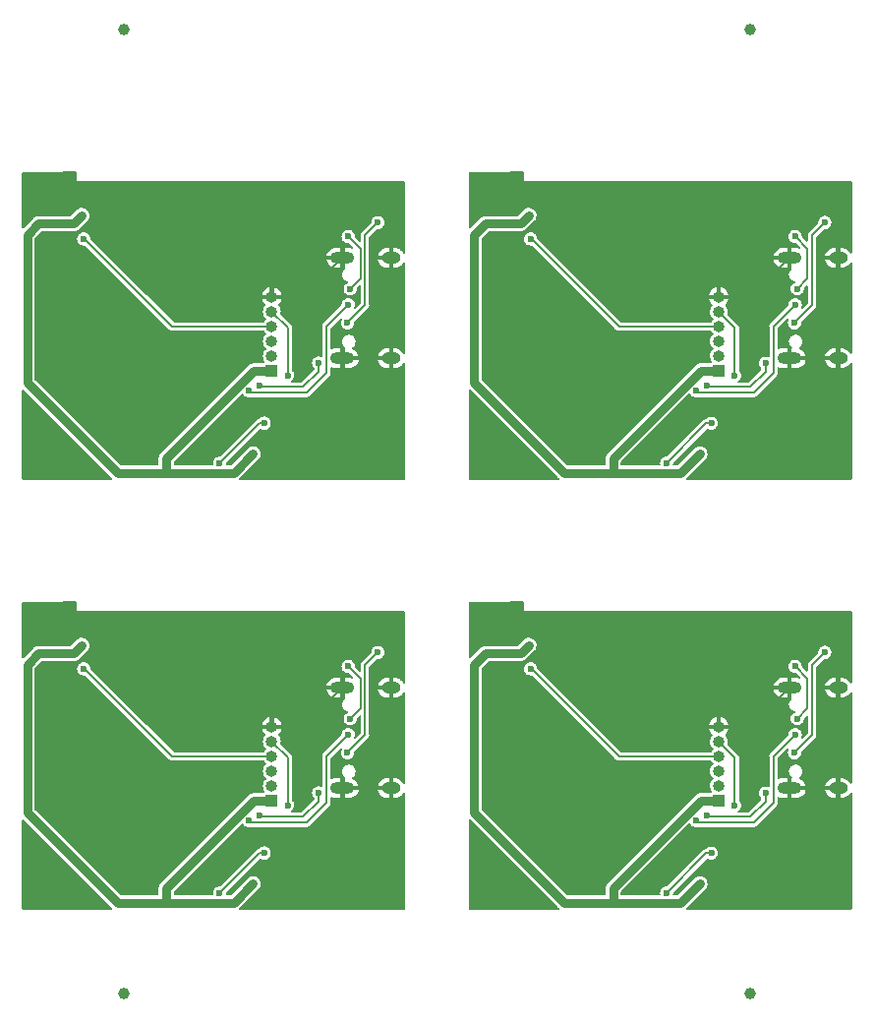
<source format=gbl>
G04 #@! TF.GenerationSoftware,KiCad,Pcbnew,6.0.4-6f826c9f35~116~ubuntu20.04.1*
G04 #@! TF.CreationDate,2022-04-01T21:21:36+11:00*
G04 #@! TF.ProjectId,panel,70616e65-6c2e-46b6-9963-61645f706362,rev?*
G04 #@! TF.SameCoordinates,Original*
G04 #@! TF.FileFunction,Copper,L2,Bot*
G04 #@! TF.FilePolarity,Positive*
%FSLAX46Y46*%
G04 Gerber Fmt 4.6, Leading zero omitted, Abs format (unit mm)*
G04 Created by KiCad (PCBNEW 6.0.4-6f826c9f35~116~ubuntu20.04.1) date 2022-04-01 21:21:36*
%MOMM*%
%LPD*%
G01*
G04 APERTURE LIST*
G04 #@! TA.AperFunction,ComponentPad*
%ADD10O,2.100000X1.000000*%
G04 #@! TD*
G04 #@! TA.AperFunction,ComponentPad*
%ADD11O,1.600000X1.000000*%
G04 #@! TD*
G04 #@! TA.AperFunction,ComponentPad*
%ADD12R,1.000000X1.000000*%
G04 #@! TD*
G04 #@! TA.AperFunction,ComponentPad*
%ADD13O,1.000000X1.000000*%
G04 #@! TD*
G04 #@! TA.AperFunction,SMDPad,CuDef*
%ADD14C,1.000000*%
G04 #@! TD*
G04 #@! TA.AperFunction,ViaPad*
%ADD15C,0.600000*%
G04 #@! TD*
G04 #@! TA.AperFunction,Conductor*
%ADD16C,0.762000*%
G04 #@! TD*
G04 #@! TA.AperFunction,Conductor*
%ADD17C,0.200000*%
G04 #@! TD*
G04 #@! TA.AperFunction,Conductor*
%ADD18C,0.203200*%
G04 #@! TD*
G04 APERTURE END LIST*
D10*
X99620002Y-55294999D03*
D11*
X103800002Y-55294999D03*
X103800002Y-46654999D03*
D10*
X99620002Y-46654999D03*
D12*
X93525002Y-56374999D03*
D13*
X93525002Y-55104999D03*
X93525002Y-53834999D03*
X93525002Y-52564999D03*
X93525002Y-51294999D03*
X93525002Y-50024999D03*
D12*
X55024999Y-56374999D03*
D13*
X55024999Y-55104999D03*
X55024999Y-53834999D03*
X55024999Y-52564999D03*
X55024999Y-51294999D03*
X55024999Y-50024999D03*
D12*
X55024999Y-93375002D03*
D13*
X55024999Y-92105002D03*
X55024999Y-90835002D03*
X55024999Y-89565002D03*
X55024999Y-88295002D03*
X55024999Y-87025002D03*
D10*
X99620002Y-92295002D03*
X99620002Y-83655002D03*
D11*
X103800002Y-83655002D03*
X103800002Y-92295002D03*
D12*
X93525002Y-93375002D03*
D13*
X93525002Y-92105002D03*
X93525002Y-90835002D03*
X93525002Y-89565002D03*
X93525002Y-88295002D03*
X93525002Y-87025002D03*
D11*
X65299999Y-46654999D03*
X65299999Y-55294999D03*
D10*
X61119999Y-46654999D03*
X61119999Y-55294999D03*
D11*
X65299999Y-92295002D03*
D10*
X61119999Y-83655002D03*
X61119999Y-92295002D03*
D11*
X65299999Y-83655002D03*
D14*
X96251000Y-27002000D03*
X42249000Y-27002000D03*
X42249000Y-109998000D03*
X96251000Y-109998000D03*
D15*
X45924999Y-64974999D03*
X33949999Y-57374999D03*
X38674999Y-42999999D03*
X34949999Y-43699999D03*
X53399999Y-63524999D03*
X56399999Y-56774999D03*
X38824999Y-45024999D03*
X56224999Y-42574999D03*
X61649999Y-43449999D03*
X52799999Y-53699999D03*
X41784999Y-41739999D03*
X56224999Y-43324999D03*
X65999999Y-52824999D03*
X49424999Y-63174999D03*
X64424999Y-56349999D03*
X34149999Y-64024999D03*
X46899999Y-60924999D03*
X37324999Y-65274999D03*
X38574999Y-51174999D03*
X51924999Y-51649999D03*
X41699999Y-45849999D03*
X60249999Y-60374999D03*
X56399999Y-45149999D03*
X65899999Y-53674999D03*
X42474999Y-56599999D03*
X53474999Y-40999999D03*
X60724999Y-56524999D03*
X41699999Y-53374999D03*
X47549999Y-46674999D03*
X50199999Y-51099999D03*
X39724999Y-59424999D03*
X53924999Y-53349999D03*
X48374999Y-63549999D03*
X33899999Y-58874999D03*
X49224999Y-57124999D03*
X51274999Y-47099999D03*
X63749999Y-46499999D03*
X63699999Y-51524999D03*
X65399999Y-51399999D03*
X50499999Y-46474999D03*
X38399999Y-65274999D03*
X59174999Y-63724999D03*
X53874999Y-55174999D03*
X59174999Y-61299999D03*
X63599999Y-56349999D03*
X63918034Y-50696486D03*
X54974999Y-48199999D03*
X65274999Y-61849999D03*
X66024999Y-59899999D03*
X64824999Y-48924999D03*
X52299999Y-55999999D03*
X53899999Y-49399999D03*
X50224999Y-49924999D03*
X33999999Y-59649999D03*
X45599999Y-60949999D03*
X49574999Y-40899999D03*
X49524999Y-46774999D03*
X44049999Y-57074999D03*
X65274999Y-52374999D03*
X65699999Y-65274999D03*
X49424999Y-45849999D03*
X50024999Y-57124999D03*
X37374999Y-57049999D03*
X54999999Y-47274999D03*
X44374999Y-52199999D03*
X38562499Y-40662499D03*
X58049999Y-40499999D03*
X64124999Y-49424999D03*
X41774999Y-50774999D03*
X51199999Y-49349999D03*
X51074999Y-50499999D03*
X44274999Y-40924999D03*
X65449999Y-49374999D03*
X65749999Y-63749999D03*
X60949999Y-61549999D03*
X48649999Y-40949999D03*
X66099999Y-49849999D03*
X64324999Y-60499999D03*
X65324999Y-60499999D03*
X33874999Y-60449999D03*
X63699999Y-54624999D03*
X64724999Y-47849999D03*
X59174999Y-58174999D03*
X40574999Y-40549999D03*
X51549999Y-40949999D03*
X55424999Y-40999999D03*
X46574999Y-57099999D03*
X41699999Y-55074999D03*
X63424999Y-52799999D03*
X64124999Y-40749999D03*
X41724999Y-48949999D03*
X63624999Y-55549999D03*
X35999999Y-39574999D03*
X50574999Y-53649999D03*
X48624999Y-46724999D03*
X47549999Y-45749999D03*
X50399999Y-47624999D03*
X66124999Y-56399999D03*
X43249999Y-57049999D03*
X41549999Y-40699999D03*
X61574999Y-41824999D03*
X45249999Y-52899999D03*
X33849999Y-41749999D03*
X55874999Y-45749999D03*
X49474999Y-53649999D03*
X43124999Y-63849999D03*
X41774999Y-46749999D03*
X65474999Y-48399999D03*
X52799999Y-55349999D03*
X66149999Y-48974999D03*
X58874999Y-40549999D03*
X61324999Y-60324999D03*
X36049999Y-45599999D03*
X50274999Y-62549999D03*
X45549999Y-45849999D03*
X47599999Y-51824999D03*
X65099999Y-53399999D03*
X45724999Y-57099999D03*
X52449999Y-40924999D03*
X41774999Y-44049999D03*
X46074999Y-46749999D03*
X48199999Y-53549999D03*
X65649999Y-64549999D03*
X47299999Y-64074999D03*
X48399999Y-57124999D03*
X47574999Y-57124999D03*
X35999999Y-41749999D03*
X43974999Y-48224999D03*
X44699999Y-47774999D03*
X51624999Y-56574999D03*
X41024999Y-61024999D03*
X45724999Y-62299999D03*
X44574999Y-46149999D03*
X56209999Y-41739999D03*
X41824999Y-43149999D03*
X35624999Y-57174999D03*
X59649999Y-46024999D03*
X64124999Y-61799999D03*
X64249999Y-52299999D03*
X41674999Y-54149999D03*
X53924999Y-51849999D03*
X41749999Y-51624999D03*
X57199999Y-40549999D03*
X43724999Y-51424999D03*
X56299999Y-40799999D03*
X46349999Y-40899999D03*
X45449999Y-40874999D03*
X45199999Y-46774999D03*
X39392499Y-40832499D03*
X64599999Y-50124999D03*
X54524999Y-40999999D03*
X50974999Y-51574999D03*
X36099999Y-56299999D03*
X50524999Y-40949999D03*
X54474999Y-48799999D03*
X41674999Y-49824999D03*
X61549999Y-40949999D03*
X60424999Y-62499999D03*
X55224999Y-46474999D03*
X38724999Y-63549999D03*
X40249999Y-60074999D03*
X43174999Y-40849999D03*
X64024999Y-45699999D03*
X52949999Y-51749999D03*
X51324999Y-48249999D03*
X52849999Y-54499999D03*
X41724999Y-44999999D03*
X46549999Y-45899999D03*
X38324999Y-45899999D03*
X44299999Y-46949999D03*
X44899999Y-49549999D03*
X64174999Y-48474999D03*
X41724999Y-52449999D03*
X66099999Y-47774999D03*
X46524999Y-53374999D03*
X46199999Y-61449999D03*
X53849999Y-50249999D03*
X48449999Y-45749999D03*
X64574999Y-51199999D03*
X36149999Y-65349999D03*
X65349999Y-50399999D03*
X64124999Y-53524999D03*
X53899999Y-51074999D03*
X63949999Y-47399999D03*
X42399999Y-40874999D03*
X59199999Y-62949999D03*
X64224999Y-62649999D03*
X47649999Y-40874999D03*
X50424999Y-48799999D03*
X61624999Y-42649999D03*
X44824999Y-48624999D03*
X36274999Y-61524999D03*
X50924999Y-57099999D03*
X65699999Y-62899999D03*
X56224999Y-44149999D03*
X60049999Y-61599999D03*
X41824999Y-56149999D03*
X40849999Y-59324999D03*
X38524999Y-41774999D03*
X57449999Y-59549999D03*
X44874999Y-57074999D03*
X66074999Y-62099999D03*
X38474999Y-50399999D03*
X61324999Y-62524999D03*
X53899999Y-54299999D03*
X59149999Y-62149999D03*
X59974999Y-63274999D03*
X66099999Y-51874999D03*
X33924999Y-61224999D03*
X38374999Y-59624999D03*
X65999999Y-61124999D03*
X61537499Y-52237499D03*
X64149999Y-43599999D03*
X61599999Y-44799999D03*
X61774999Y-49324999D03*
X54374999Y-60874999D03*
X50524999Y-64299999D03*
X59049999Y-55712499D03*
X53999999Y-57675499D03*
X61599999Y-50674999D03*
X53024999Y-58074999D03*
X84425002Y-64974999D03*
X72450002Y-57374999D03*
X77175002Y-42999999D03*
X73450002Y-43699999D03*
X91900002Y-63524999D03*
X94900002Y-56774999D03*
X77325002Y-45024999D03*
X94725002Y-42574999D03*
X100150002Y-43449999D03*
X91300002Y-53699999D03*
X80285002Y-41739999D03*
X94725002Y-43324999D03*
X104500002Y-52824999D03*
X87925002Y-63174999D03*
X102925002Y-56349999D03*
X72650002Y-64024999D03*
X85400002Y-60924999D03*
X75825002Y-65274999D03*
X77075002Y-51174999D03*
X90425002Y-51649999D03*
X80200002Y-45849999D03*
X98750002Y-60374999D03*
X94900002Y-45149999D03*
X104400002Y-53674999D03*
X80975002Y-56599999D03*
X91975002Y-40999999D03*
X99225002Y-56524999D03*
X80200002Y-53374999D03*
X86050002Y-46674999D03*
X88700002Y-51099999D03*
X78225002Y-59424999D03*
X92425002Y-53349999D03*
X86875002Y-63549999D03*
X72400002Y-58874999D03*
X87725002Y-57124999D03*
X89775002Y-47099999D03*
X102250002Y-46499999D03*
X102200002Y-51524999D03*
X103900002Y-51399999D03*
X89000002Y-46474999D03*
X76900002Y-65274999D03*
X97675002Y-63724999D03*
X92375002Y-55174999D03*
X97675002Y-61299999D03*
X102100002Y-56349999D03*
X102418037Y-50696486D03*
X93475002Y-48199999D03*
X103775002Y-61849999D03*
X104525002Y-59899999D03*
X103325002Y-48924999D03*
X90800002Y-55999999D03*
X92400002Y-49399999D03*
X88725002Y-49924999D03*
X72500002Y-59649999D03*
X84100002Y-60949999D03*
X88075002Y-40899999D03*
X88025002Y-46774999D03*
X82550002Y-57074999D03*
X103775002Y-52374999D03*
X104200002Y-65274999D03*
X87925002Y-45849999D03*
X88525002Y-57124999D03*
X75875002Y-57049999D03*
X93500002Y-47274999D03*
X82875002Y-52199999D03*
X77062502Y-40662499D03*
X96550002Y-40499999D03*
X102625002Y-49424999D03*
X80275002Y-50774999D03*
X89700002Y-49349999D03*
X89575002Y-50499999D03*
X82775002Y-40924999D03*
X103950002Y-49374999D03*
X104250002Y-63749999D03*
X99450002Y-61549999D03*
X87150002Y-40949999D03*
X104600002Y-49849999D03*
X102825002Y-60499999D03*
X103825002Y-60499999D03*
X72375002Y-60449999D03*
X102200002Y-54624999D03*
X103225002Y-47849999D03*
X97675002Y-58174999D03*
X79075002Y-40549999D03*
X90050002Y-40949999D03*
X93925002Y-40999999D03*
X85075002Y-57099999D03*
X80200002Y-55074999D03*
X101925002Y-52799999D03*
X102625002Y-40749999D03*
X80225002Y-48949999D03*
X102125002Y-55549999D03*
X74500002Y-39574999D03*
X89075002Y-53649999D03*
X87125002Y-46724999D03*
X86050002Y-45749999D03*
X88900002Y-47624999D03*
X104625002Y-56399999D03*
X81750002Y-57049999D03*
X80050002Y-40699999D03*
X100075002Y-41824999D03*
X83750002Y-52899999D03*
X72350002Y-41749999D03*
X94375002Y-45749999D03*
X87975002Y-53649999D03*
X81625002Y-63849999D03*
X80275002Y-46749999D03*
X103975002Y-48399999D03*
X91300002Y-55349999D03*
X104650002Y-48974999D03*
X97375002Y-40549999D03*
X99825002Y-60324999D03*
X74550002Y-45599999D03*
X88775002Y-62549999D03*
X84050002Y-45849999D03*
X86100002Y-51824999D03*
X103600002Y-53399999D03*
X84225002Y-57099999D03*
X90950002Y-40924999D03*
X80275002Y-44049999D03*
X84575002Y-46749999D03*
X86700002Y-53549999D03*
X104150002Y-64549999D03*
X85800002Y-64074999D03*
X86900002Y-57124999D03*
X86075002Y-57124999D03*
X74500002Y-41749999D03*
X82475002Y-48224999D03*
X83200002Y-47774999D03*
X90125002Y-56574999D03*
X79525002Y-61024999D03*
X84225002Y-62299999D03*
X83075002Y-46149999D03*
X94710002Y-41739999D03*
X80325002Y-43149999D03*
X74125002Y-57174999D03*
X98150002Y-46024999D03*
X102625002Y-61799999D03*
X102750002Y-52299999D03*
X80175002Y-54149999D03*
X92425002Y-51849999D03*
X80250002Y-51624999D03*
X95700002Y-40549999D03*
X82225002Y-51424999D03*
X94800002Y-40799999D03*
X84850002Y-40899999D03*
X83950002Y-40874999D03*
X83700002Y-46774999D03*
X77892502Y-40832499D03*
X103100002Y-50124999D03*
X93025002Y-40999999D03*
X89475002Y-51574999D03*
X74600002Y-56299999D03*
X89025002Y-40949999D03*
X92975002Y-48799999D03*
X80175002Y-49824999D03*
X100050002Y-40949999D03*
X98925002Y-62499999D03*
X93725002Y-46474999D03*
X77225002Y-63549999D03*
X78750002Y-60074999D03*
X81675002Y-40849999D03*
X102525002Y-45699999D03*
X91450002Y-51749999D03*
X89825002Y-48249999D03*
X91350002Y-54499999D03*
X80225002Y-44999999D03*
X85050002Y-45899999D03*
X76825002Y-45899999D03*
X82800002Y-46949999D03*
X83400002Y-49549999D03*
X102675002Y-48474999D03*
X80225002Y-52449999D03*
X104600002Y-47774999D03*
X85025002Y-53374999D03*
X84700002Y-61449999D03*
X92350002Y-50249999D03*
X86950002Y-45749999D03*
X103075002Y-51199999D03*
X74650002Y-65349999D03*
X103850002Y-50399999D03*
X102625002Y-53524999D03*
X92400002Y-51074999D03*
X102450002Y-47399999D03*
X80900002Y-40874999D03*
X97700002Y-62949999D03*
X102725002Y-62649999D03*
X86150002Y-40874999D03*
X88925002Y-48799999D03*
X100125002Y-42649999D03*
X83325002Y-48624999D03*
X74775002Y-61524999D03*
X89425002Y-57099999D03*
X104200002Y-62899999D03*
X94725002Y-44149999D03*
X98550002Y-61599999D03*
X80325002Y-56149999D03*
X79350002Y-59324999D03*
X77025002Y-41774999D03*
X95950002Y-59549999D03*
X83375002Y-57074999D03*
X104575002Y-62099999D03*
X76975002Y-50399999D03*
X99825002Y-62524999D03*
X92400002Y-54299999D03*
X97650002Y-62149999D03*
X98475002Y-63274999D03*
X104600002Y-51874999D03*
X72425002Y-61224999D03*
X76875002Y-59624999D03*
X104500002Y-61124999D03*
X100037502Y-52237499D03*
X102650002Y-43599999D03*
X100100002Y-44799999D03*
X100275002Y-49324999D03*
X92875002Y-60874999D03*
X89025002Y-64299999D03*
X97550002Y-55712499D03*
X92500002Y-57675499D03*
X100100002Y-50674999D03*
X91525002Y-58074999D03*
X45924999Y-101975002D03*
X33949999Y-94375002D03*
X38674999Y-80000002D03*
X34949999Y-80700002D03*
X53399999Y-100525002D03*
X56399999Y-93775002D03*
X38824999Y-82025002D03*
X56224999Y-79575002D03*
X61649999Y-80450002D03*
X52799999Y-90700002D03*
X41784999Y-78740002D03*
X56224999Y-80325002D03*
X65999999Y-89825002D03*
X49424999Y-100175002D03*
X64424999Y-93350002D03*
X34149999Y-101025002D03*
X46899999Y-97925002D03*
X37324999Y-102275002D03*
X38574999Y-88175002D03*
X51924999Y-88650002D03*
X41699999Y-82850002D03*
X60249999Y-97375002D03*
X56399999Y-82150002D03*
X65899999Y-90675002D03*
X42474999Y-93600002D03*
X53474999Y-78000002D03*
X60724999Y-93525002D03*
X41699999Y-90375002D03*
X47549999Y-83675002D03*
X50199999Y-88100002D03*
X39724999Y-96425002D03*
X53924999Y-90350002D03*
X48374999Y-100550002D03*
X33899999Y-95875002D03*
X49224999Y-94125002D03*
X51274999Y-84100002D03*
X63749999Y-83500002D03*
X63699999Y-88525002D03*
X65399999Y-88400002D03*
X50499999Y-83475002D03*
X38399999Y-102275002D03*
X59174999Y-100725002D03*
X53874999Y-92175002D03*
X59174999Y-98300002D03*
X63599999Y-93350002D03*
X63918034Y-87696489D03*
X54974999Y-85200002D03*
X65274999Y-98850002D03*
X66024999Y-96900002D03*
X64824999Y-85925002D03*
X52299999Y-93000002D03*
X53899999Y-86400002D03*
X50224999Y-86925002D03*
X33999999Y-96650002D03*
X45599999Y-97950002D03*
X49574999Y-77900002D03*
X49524999Y-83775002D03*
X44049999Y-94075002D03*
X65274999Y-89375002D03*
X65699999Y-102275002D03*
X49424999Y-82850002D03*
X50024999Y-94125002D03*
X37374999Y-94050002D03*
X54999999Y-84275002D03*
X44374999Y-89200002D03*
X38562499Y-77662502D03*
X58049999Y-77500002D03*
X64124999Y-86425002D03*
X41774999Y-87775002D03*
X51199999Y-86350002D03*
X51074999Y-87500002D03*
X44274999Y-77925002D03*
X65449999Y-86375002D03*
X65749999Y-100750002D03*
X60949999Y-98550002D03*
X48649999Y-77950002D03*
X66099999Y-86850002D03*
X64324999Y-97500002D03*
X65324999Y-97500002D03*
X33874999Y-97450002D03*
X63699999Y-91625002D03*
X64724999Y-84850002D03*
X59174999Y-95175002D03*
X40574999Y-77550002D03*
X51549999Y-77950002D03*
X55424999Y-78000002D03*
X46574999Y-94100002D03*
X41699999Y-92075002D03*
X63424999Y-89800002D03*
X64124999Y-77750002D03*
X41724999Y-85950002D03*
X63624999Y-92550002D03*
X35999999Y-76575002D03*
X50574999Y-90650002D03*
X48624999Y-83725002D03*
X47549999Y-82750002D03*
X50399999Y-84625002D03*
X66124999Y-93400002D03*
X43249999Y-94050002D03*
X41549999Y-77700002D03*
X61574999Y-78825002D03*
X45249999Y-89900002D03*
X33849999Y-78750002D03*
X55874999Y-82750002D03*
X49474999Y-90650002D03*
X43124999Y-100850002D03*
X41774999Y-83750002D03*
X65474999Y-85400002D03*
X52799999Y-92350002D03*
X66149999Y-85975002D03*
X58874999Y-77550002D03*
X61324999Y-97325002D03*
X36049999Y-82600002D03*
X50274999Y-99550002D03*
X45549999Y-82850002D03*
X47599999Y-88825002D03*
X65099999Y-90400002D03*
X45724999Y-94100002D03*
X52449999Y-77925002D03*
X41774999Y-81050002D03*
X46074999Y-83750002D03*
X48199999Y-90550002D03*
X65649999Y-101550002D03*
X47299999Y-101075002D03*
X48399999Y-94125002D03*
X47574999Y-94125002D03*
X35999999Y-78750002D03*
X43974999Y-85225002D03*
X44699999Y-84775002D03*
X51624999Y-93575002D03*
X41024999Y-98025002D03*
X45724999Y-99300002D03*
X44574999Y-83150002D03*
X56209999Y-78740002D03*
X41824999Y-80150002D03*
X35624999Y-94175002D03*
X59649999Y-83025002D03*
X64124999Y-98800002D03*
X64249999Y-89300002D03*
X41674999Y-91150002D03*
X53924999Y-88850002D03*
X41749999Y-88625002D03*
X57199999Y-77550002D03*
X43724999Y-88425002D03*
X56299999Y-77800002D03*
X46349999Y-77900002D03*
X45449999Y-77875002D03*
X45199999Y-83775002D03*
X39392499Y-77832502D03*
X64599999Y-87125002D03*
X54524999Y-78000002D03*
X50974999Y-88575002D03*
X36099999Y-93300002D03*
X50524999Y-77950002D03*
X54474999Y-85800002D03*
X41674999Y-86825002D03*
X61549999Y-77950002D03*
X60424999Y-99500002D03*
X55224999Y-83475002D03*
X38724999Y-100550002D03*
X40249999Y-97075002D03*
X43174999Y-77850002D03*
X64024999Y-82700002D03*
X52949999Y-88750002D03*
X51324999Y-85250002D03*
X52849999Y-91500002D03*
X41724999Y-82000002D03*
X46549999Y-82900002D03*
X38324999Y-82900002D03*
X44299999Y-83950002D03*
X44899999Y-86550002D03*
X64174999Y-85475002D03*
X41724999Y-89450002D03*
X66099999Y-84775002D03*
X46524999Y-90375002D03*
X46199999Y-98450002D03*
X53849999Y-87250002D03*
X48449999Y-82750002D03*
X64574999Y-88200002D03*
X36149999Y-102350002D03*
X65349999Y-87400002D03*
X64124999Y-90525002D03*
X53899999Y-88075002D03*
X63949999Y-84400002D03*
X42399999Y-77875002D03*
X59199999Y-99950002D03*
X64224999Y-99650002D03*
X47649999Y-77875002D03*
X50424999Y-85800002D03*
X61624999Y-79650002D03*
X44824999Y-85625002D03*
X36274999Y-98525002D03*
X50924999Y-94100002D03*
X65699999Y-99900002D03*
X56224999Y-81150002D03*
X60049999Y-98600002D03*
X41824999Y-93150002D03*
X40849999Y-96325002D03*
X38524999Y-78775002D03*
X57449999Y-96550002D03*
X44874999Y-94075002D03*
X66074999Y-99100002D03*
X38474999Y-87400002D03*
X61324999Y-99525002D03*
X53899999Y-91300002D03*
X59149999Y-99150002D03*
X59974999Y-100275002D03*
X66099999Y-88875002D03*
X33924999Y-98225002D03*
X38374999Y-96625002D03*
X65999999Y-98125002D03*
X61537499Y-89237502D03*
X64149999Y-80600002D03*
X61599999Y-81800002D03*
X61774999Y-86325002D03*
X54374999Y-97875002D03*
X50524999Y-101300002D03*
X59049999Y-92712502D03*
X53999999Y-94675502D03*
X61599999Y-87675002D03*
X53024999Y-95075002D03*
X84425002Y-101975002D03*
X72450002Y-94375002D03*
X77175002Y-80000002D03*
X73450002Y-80700002D03*
X91900002Y-100525002D03*
X94900002Y-93775002D03*
X77325002Y-82025002D03*
X94725002Y-79575002D03*
X100150002Y-80450002D03*
X91300002Y-90700002D03*
X80285002Y-78740002D03*
X94725002Y-80325002D03*
X104500002Y-89825002D03*
X87925002Y-100175002D03*
X102925002Y-93350002D03*
X72650002Y-101025002D03*
X85400002Y-97925002D03*
X75825002Y-102275002D03*
X77075002Y-88175002D03*
X90425002Y-88650002D03*
X80200002Y-82850002D03*
X98750002Y-97375002D03*
X94900002Y-82150002D03*
X104400002Y-90675002D03*
X80975002Y-93600002D03*
X91975002Y-78000002D03*
X99225002Y-93525002D03*
X80200002Y-90375002D03*
X86050002Y-83675002D03*
X88700002Y-88100002D03*
X78225002Y-96425002D03*
X92425002Y-90350002D03*
X86875002Y-100550002D03*
X72400002Y-95875002D03*
X87725002Y-94125002D03*
X89775002Y-84100002D03*
X102250002Y-83500002D03*
X102200002Y-88525002D03*
X103900002Y-88400002D03*
X89000002Y-83475002D03*
X76900002Y-102275002D03*
X97675002Y-100725002D03*
X92375002Y-92175002D03*
X97675002Y-98300002D03*
X102100002Y-93350002D03*
X102418037Y-87696489D03*
X93475002Y-85200002D03*
X103775002Y-98850002D03*
X104525002Y-96900002D03*
X103325002Y-85925002D03*
X90800002Y-93000002D03*
X92400002Y-86400002D03*
X88725002Y-86925002D03*
X72500002Y-96650002D03*
X84100002Y-97950002D03*
X88075002Y-77900002D03*
X88025002Y-83775002D03*
X82550002Y-94075002D03*
X103775002Y-89375002D03*
X104200002Y-102275002D03*
X87925002Y-82850002D03*
X88525002Y-94125002D03*
X75875002Y-94050002D03*
X93500002Y-84275002D03*
X82875002Y-89200002D03*
X77062502Y-77662502D03*
X96550002Y-77500002D03*
X102625002Y-86425002D03*
X80275002Y-87775002D03*
X89700002Y-86350002D03*
X89575002Y-87500002D03*
X82775002Y-77925002D03*
X103950002Y-86375002D03*
X104250002Y-100750002D03*
X99450002Y-98550002D03*
X87150002Y-77950002D03*
X104600002Y-86850002D03*
X102825002Y-97500002D03*
X103825002Y-97500002D03*
X72375002Y-97450002D03*
X102200002Y-91625002D03*
X103225002Y-84850002D03*
X97675002Y-95175002D03*
X79075002Y-77550002D03*
X90050002Y-77950002D03*
X93925002Y-78000002D03*
X85075002Y-94100002D03*
X80200002Y-92075002D03*
X101925002Y-89800002D03*
X102625002Y-77750002D03*
X80225002Y-85950002D03*
X102125002Y-92550002D03*
X74500002Y-76575002D03*
X89075002Y-90650002D03*
X87125002Y-83725002D03*
X86050002Y-82750002D03*
X88900002Y-84625002D03*
X104625002Y-93400002D03*
X81750002Y-94050002D03*
X80050002Y-77700002D03*
X100075002Y-78825002D03*
X83750002Y-89900002D03*
X72350002Y-78750002D03*
X94375002Y-82750002D03*
X87975002Y-90650002D03*
X81625002Y-100850002D03*
X80275002Y-83750002D03*
X103975002Y-85400002D03*
X91300002Y-92350002D03*
X104650002Y-85975002D03*
X97375002Y-77550002D03*
X99825002Y-97325002D03*
X74550002Y-82600002D03*
X88775002Y-99550002D03*
X84050002Y-82850002D03*
X86100002Y-88825002D03*
X103600002Y-90400002D03*
X84225002Y-94100002D03*
X90950002Y-77925002D03*
X80275002Y-81050002D03*
X84575002Y-83750002D03*
X86700002Y-90550002D03*
X104150002Y-101550002D03*
X85800002Y-101075002D03*
X86900002Y-94125002D03*
X86075002Y-94125002D03*
X74500002Y-78750002D03*
X82475002Y-85225002D03*
X83200002Y-84775002D03*
X90125002Y-93575002D03*
X79525002Y-98025002D03*
X84225002Y-99300002D03*
X83075002Y-83150002D03*
X94710002Y-78740002D03*
X80325002Y-80150002D03*
X74125002Y-94175002D03*
X98150002Y-83025002D03*
X102625002Y-98800002D03*
X102750002Y-89300002D03*
X80175002Y-91150002D03*
X92425002Y-88850002D03*
X80250002Y-88625002D03*
X95700002Y-77550002D03*
X82225002Y-88425002D03*
X94800002Y-77800002D03*
X84850002Y-77900002D03*
X83950002Y-77875002D03*
X83700002Y-83775002D03*
X77892502Y-77832502D03*
X103100002Y-87125002D03*
X93025002Y-78000002D03*
X89475002Y-88575002D03*
X74600002Y-93300002D03*
X89025002Y-77950002D03*
X92975002Y-85800002D03*
X80175002Y-86825002D03*
X100050002Y-77950002D03*
X98925002Y-99500002D03*
X93725002Y-83475002D03*
X77225002Y-100550002D03*
X78750002Y-97075002D03*
X81675002Y-77850002D03*
X102525002Y-82700002D03*
X91450002Y-88750002D03*
X89825002Y-85250002D03*
X91350002Y-91500002D03*
X80225002Y-82000002D03*
X85050002Y-82900002D03*
X76825002Y-82900002D03*
X82800002Y-83950002D03*
X83400002Y-86550002D03*
X102675002Y-85475002D03*
X80225002Y-89450002D03*
X104600002Y-84775002D03*
X85025002Y-90375002D03*
X84700002Y-98450002D03*
X92350002Y-87250002D03*
X86950002Y-82750002D03*
X103075002Y-88200002D03*
X74650002Y-102350002D03*
X103850002Y-87400002D03*
X102625002Y-90525002D03*
X92400002Y-88075002D03*
X102450002Y-84400002D03*
X80900002Y-77875002D03*
X97700002Y-99950002D03*
X102725002Y-99650002D03*
X86150002Y-77875002D03*
X88925002Y-85800002D03*
X100125002Y-79650002D03*
X83325002Y-85625002D03*
X74775002Y-98525002D03*
X89425002Y-94100002D03*
X104200002Y-99900002D03*
X94725002Y-81150002D03*
X98550002Y-98600002D03*
X80325002Y-93150002D03*
X79350002Y-96325002D03*
X77025002Y-78775002D03*
X95950002Y-96550002D03*
X83375002Y-94075002D03*
X104575002Y-99100002D03*
X76975002Y-87400002D03*
X99825002Y-99525002D03*
X92400002Y-91300002D03*
X97650002Y-99150002D03*
X98475002Y-100275002D03*
X104600002Y-88875002D03*
X72425002Y-98225002D03*
X76875002Y-96625002D03*
X104500002Y-98125002D03*
X100037502Y-89237502D03*
X102650002Y-80600002D03*
X100100002Y-81800002D03*
X100275002Y-86325002D03*
X92875002Y-97875002D03*
X89025002Y-101300002D03*
X97550002Y-92712502D03*
X92500002Y-94675502D03*
X100100002Y-87675002D03*
X91525002Y-95075002D03*
D16*
X41755510Y-65180510D02*
X33949999Y-57374999D01*
X33949999Y-44699999D02*
X33949999Y-57374999D01*
X47230510Y-65180510D02*
X46130510Y-65180510D01*
X46130510Y-65180510D02*
X45924999Y-64974999D01*
X53399999Y-63524999D02*
X51744488Y-65180510D01*
X53479767Y-56374999D02*
X45924999Y-63929767D01*
X37974999Y-43699999D02*
X38674999Y-42999999D01*
X51744488Y-65180510D02*
X47230510Y-65180510D01*
X34949999Y-43699999D02*
X37974999Y-43699999D01*
X34949999Y-43699999D02*
X33949999Y-44699999D01*
X55024999Y-56374999D02*
X53479767Y-56374999D01*
X47230510Y-65180510D02*
X41755510Y-65180510D01*
X45924999Y-63929767D02*
X45924999Y-64974999D01*
D17*
X55024999Y-51294999D02*
X56399999Y-52669999D01*
X56399999Y-52669999D02*
X56399999Y-56774999D01*
X38824999Y-45024999D02*
X38899999Y-45024999D01*
X38899999Y-45024999D02*
X46439999Y-52564999D01*
X46439999Y-52564999D02*
X55024999Y-52564999D01*
X55024999Y-50024999D02*
X57709999Y-50024999D01*
X57709999Y-50024999D02*
X61079999Y-46654999D01*
X61537499Y-52237499D02*
X63049519Y-50725479D01*
X63049519Y-44700479D02*
X64149999Y-43599999D01*
X63049519Y-50725479D02*
X63049519Y-44700479D01*
X61774999Y-49324999D02*
X62649999Y-48449999D01*
X62649999Y-48449999D02*
X62649999Y-45849999D01*
X62649999Y-45849999D02*
X61599999Y-44799999D01*
D18*
X53949999Y-60874999D02*
X50524999Y-64299999D01*
X54374999Y-60874999D02*
X53949999Y-60874999D01*
D17*
X54099499Y-57774999D02*
X57699999Y-57774999D01*
X53999999Y-57675499D02*
X54099499Y-57774999D01*
X57699999Y-57774999D02*
X59049999Y-56424999D01*
X59049999Y-56424999D02*
X59049999Y-55712499D01*
X53024999Y-58074999D02*
X53224999Y-58274999D01*
X58024999Y-58274999D02*
X59730479Y-56569519D01*
X53224999Y-58274999D02*
X58024999Y-58274999D01*
X59730479Y-52544519D02*
X61599999Y-50674999D01*
X59730479Y-56569519D02*
X59730479Y-52544519D01*
D16*
X80255513Y-65180510D02*
X72450002Y-57374999D01*
X72450002Y-44699999D02*
X72450002Y-57374999D01*
X85730513Y-65180510D02*
X84630513Y-65180510D01*
X84630513Y-65180510D02*
X84425002Y-64974999D01*
X91900002Y-63524999D02*
X90244491Y-65180510D01*
X91979770Y-56374999D02*
X84425002Y-63929767D01*
X76475002Y-43699999D02*
X77175002Y-42999999D01*
X90244491Y-65180510D02*
X85730513Y-65180510D01*
X73450002Y-43699999D02*
X76475002Y-43699999D01*
X73450002Y-43699999D02*
X72450002Y-44699999D01*
X93525002Y-56374999D02*
X91979770Y-56374999D01*
X85730513Y-65180510D02*
X80255513Y-65180510D01*
X84425002Y-63929767D02*
X84425002Y-64974999D01*
D17*
X93525002Y-51294999D02*
X94900002Y-52669999D01*
X94900002Y-52669999D02*
X94900002Y-56774999D01*
X77325002Y-45024999D02*
X77400002Y-45024999D01*
X77400002Y-45024999D02*
X84940002Y-52564999D01*
X84940002Y-52564999D02*
X93525002Y-52564999D01*
X93525002Y-50024999D02*
X96210002Y-50024999D01*
X96210002Y-50024999D02*
X99580002Y-46654999D01*
X100037502Y-52237499D02*
X101549522Y-50725479D01*
X101549522Y-44700479D02*
X102650002Y-43599999D01*
X101549522Y-50725479D02*
X101549522Y-44700479D01*
X100275002Y-49324999D02*
X101150002Y-48449999D01*
X101150002Y-48449999D02*
X101150002Y-45849999D01*
X101150002Y-45849999D02*
X100100002Y-44799999D01*
D18*
X92450002Y-60874999D02*
X89025002Y-64299999D01*
X92875002Y-60874999D02*
X92450002Y-60874999D01*
D17*
X92599502Y-57774999D02*
X96200002Y-57774999D01*
X92500002Y-57675499D02*
X92599502Y-57774999D01*
X96200002Y-57774999D02*
X97550002Y-56424999D01*
X97550002Y-56424999D02*
X97550002Y-55712499D01*
X91525002Y-58074999D02*
X91725002Y-58274999D01*
X96525002Y-58274999D02*
X98230482Y-56569519D01*
X91725002Y-58274999D02*
X96525002Y-58274999D01*
X98230482Y-52544519D02*
X100100002Y-50674999D01*
X98230482Y-56569519D02*
X98230482Y-52544519D01*
D16*
X41755510Y-102180513D02*
X33949999Y-94375002D01*
X33949999Y-81700002D02*
X33949999Y-94375002D01*
X47230510Y-102180513D02*
X46130510Y-102180513D01*
X46130510Y-102180513D02*
X45924999Y-101975002D01*
X53399999Y-100525002D02*
X51744488Y-102180513D01*
X53479767Y-93375002D02*
X45924999Y-100929770D01*
X37974999Y-80700002D02*
X38674999Y-80000002D01*
X51744488Y-102180513D02*
X47230510Y-102180513D01*
X34949999Y-80700002D02*
X37974999Y-80700002D01*
X34949999Y-80700002D02*
X33949999Y-81700002D01*
X55024999Y-93375002D02*
X53479767Y-93375002D01*
X47230510Y-102180513D02*
X41755510Y-102180513D01*
X45924999Y-100929770D02*
X45924999Y-101975002D01*
D17*
X55024999Y-88295002D02*
X56399999Y-89670002D01*
X56399999Y-89670002D02*
X56399999Y-93775002D01*
X38824999Y-82025002D02*
X38899999Y-82025002D01*
X38899999Y-82025002D02*
X46439999Y-89565002D01*
X46439999Y-89565002D02*
X55024999Y-89565002D01*
X55024999Y-87025002D02*
X57709999Y-87025002D01*
X57709999Y-87025002D02*
X61079999Y-83655002D01*
X61537499Y-89237502D02*
X63049519Y-87725482D01*
X63049519Y-81700482D02*
X64149999Y-80600002D01*
X63049519Y-87725482D02*
X63049519Y-81700482D01*
X61774999Y-86325002D02*
X62649999Y-85450002D01*
X62649999Y-85450002D02*
X62649999Y-82850002D01*
X62649999Y-82850002D02*
X61599999Y-81800002D01*
D18*
X53949999Y-97875002D02*
X50524999Y-101300002D01*
X54374999Y-97875002D02*
X53949999Y-97875002D01*
D17*
X54099499Y-94775002D02*
X57699999Y-94775002D01*
X53999999Y-94675502D02*
X54099499Y-94775002D01*
X57699999Y-94775002D02*
X59049999Y-93425002D01*
X59049999Y-93425002D02*
X59049999Y-92712502D01*
X53024999Y-95075002D02*
X53224999Y-95275002D01*
X58024999Y-95275002D02*
X59730479Y-93569522D01*
X53224999Y-95275002D02*
X58024999Y-95275002D01*
X59730479Y-89544522D02*
X61599999Y-87675002D01*
X59730479Y-93569522D02*
X59730479Y-89544522D01*
D16*
X80255513Y-102180513D02*
X72450002Y-94375002D01*
X72450002Y-81700002D02*
X72450002Y-94375002D01*
X85730513Y-102180513D02*
X84630513Y-102180513D01*
X84630513Y-102180513D02*
X84425002Y-101975002D01*
X91900002Y-100525002D02*
X90244491Y-102180513D01*
X91979770Y-93375002D02*
X84425002Y-100929770D01*
X76475002Y-80700002D02*
X77175002Y-80000002D01*
X90244491Y-102180513D02*
X85730513Y-102180513D01*
X73450002Y-80700002D02*
X76475002Y-80700002D01*
X73450002Y-80700002D02*
X72450002Y-81700002D01*
X93525002Y-93375002D02*
X91979770Y-93375002D01*
X85730513Y-102180513D02*
X80255513Y-102180513D01*
X84425002Y-100929770D02*
X84425002Y-101975002D01*
D17*
X93525002Y-88295002D02*
X94900002Y-89670002D01*
X94900002Y-89670002D02*
X94900002Y-93775002D01*
X77325002Y-82025002D02*
X77400002Y-82025002D01*
X77400002Y-82025002D02*
X84940002Y-89565002D01*
X84940002Y-89565002D02*
X93525002Y-89565002D01*
X93525002Y-87025002D02*
X96210002Y-87025002D01*
X96210002Y-87025002D02*
X99580002Y-83655002D01*
X100037502Y-89237502D02*
X101549522Y-87725482D01*
X101549522Y-81700482D02*
X102650002Y-80600002D01*
X101549522Y-87725482D02*
X101549522Y-81700482D01*
X100275002Y-86325002D02*
X101150002Y-85450002D01*
X101150002Y-85450002D02*
X101150002Y-82850002D01*
X101150002Y-82850002D02*
X100100002Y-81800002D01*
D18*
X92450002Y-97875002D02*
X89025002Y-101300002D01*
X92875002Y-97875002D02*
X92450002Y-97875002D01*
D17*
X92599502Y-94775002D02*
X96200002Y-94775002D01*
X92500002Y-94675502D02*
X92599502Y-94775002D01*
X96200002Y-94775002D02*
X97550002Y-93425002D01*
X97550002Y-93425002D02*
X97550002Y-92712502D01*
X91525002Y-95075002D02*
X91725002Y-95275002D01*
X96525002Y-95275002D02*
X98230482Y-93569522D01*
X91725002Y-95275002D02*
X96525002Y-95275002D01*
X98230482Y-89544522D02*
X100100002Y-87675002D01*
X98230482Y-93569522D02*
X98230482Y-89544522D01*
G04 #@! TA.AperFunction,Conductor*
G36*
X38196474Y-39243751D02*
G01*
X38223729Y-39290414D01*
X38224999Y-39304523D01*
X38224999Y-40074999D01*
X66410499Y-40074999D01*
X66461279Y-40093481D01*
X66488299Y-40140281D01*
X66489499Y-40153999D01*
X66489499Y-46200315D01*
X66471017Y-46251095D01*
X66424217Y-46278115D01*
X66370999Y-46268731D01*
X66340617Y-46237160D01*
X66310831Y-46180666D01*
X66306074Y-46173613D01*
X66192391Y-46039087D01*
X66186238Y-46033228D01*
X66046315Y-45926249D01*
X66039041Y-45921844D01*
X65879423Y-45847414D01*
X65871357Y-45844668D01*
X65698478Y-45806025D01*
X65692065Y-45805135D01*
X65690722Y-45805060D01*
X65688547Y-45804999D01*
X65488929Y-45804999D01*
X65478258Y-45808883D01*
X65474999Y-45814527D01*
X65474999Y-47491069D01*
X65478883Y-47501740D01*
X65484527Y-47504999D01*
X65644006Y-47504999D01*
X65648253Y-47504769D01*
X65779351Y-47490528D01*
X65787650Y-47488703D01*
X65954586Y-47432523D01*
X65962301Y-47428958D01*
X66113265Y-47338249D01*
X66120052Y-47333098D01*
X66248014Y-47212089D01*
X66253528Y-47205610D01*
X66345160Y-47070779D01*
X66388989Y-47039169D01*
X66442883Y-47043127D01*
X66481624Y-47080801D01*
X66489499Y-47115184D01*
X66489499Y-54840315D01*
X66471017Y-54891095D01*
X66424217Y-54918115D01*
X66370999Y-54908731D01*
X66340617Y-54877160D01*
X66310831Y-54820666D01*
X66306074Y-54813613D01*
X66192391Y-54679087D01*
X66186238Y-54673228D01*
X66046315Y-54566249D01*
X66039041Y-54561844D01*
X65879423Y-54487414D01*
X65871357Y-54484668D01*
X65698478Y-54446025D01*
X65692065Y-54445135D01*
X65690722Y-54445060D01*
X65688547Y-54444999D01*
X65488929Y-54444999D01*
X65478258Y-54448883D01*
X65474999Y-54454527D01*
X65474999Y-56131069D01*
X65478883Y-56141740D01*
X65484527Y-56144999D01*
X65644006Y-56144999D01*
X65648253Y-56144769D01*
X65779351Y-56130528D01*
X65787650Y-56128703D01*
X65954586Y-56072523D01*
X65962301Y-56068958D01*
X66113265Y-55978249D01*
X66120052Y-55973098D01*
X66248014Y-55852089D01*
X66253528Y-55845610D01*
X66345160Y-55710779D01*
X66388989Y-55679169D01*
X66442883Y-55683127D01*
X66481624Y-55720801D01*
X66489499Y-55755184D01*
X66489499Y-65660499D01*
X66471017Y-65711279D01*
X66424217Y-65738299D01*
X66410499Y-65739499D01*
X52283439Y-65739499D01*
X52232659Y-65721017D01*
X52205639Y-65674217D01*
X52215023Y-65620999D01*
X52227578Y-65604638D01*
X53882149Y-63950067D01*
X53941876Y-63873068D01*
X53953507Y-63858074D01*
X53953509Y-63858070D01*
X53956554Y-63854145D01*
X53976342Y-63808419D01*
X54018951Y-63709954D01*
X54020924Y-63705395D01*
X54021701Y-63700490D01*
X54021702Y-63700486D01*
X54045500Y-63550221D01*
X54046278Y-63545309D01*
X54034975Y-63425723D01*
X54031494Y-63388897D01*
X54031494Y-63388895D01*
X54031026Y-63383948D01*
X53976123Y-63231449D01*
X53885020Y-63097395D01*
X53763441Y-62990209D01*
X53619027Y-62916627D01*
X53614173Y-62915542D01*
X53465700Y-62882354D01*
X53465697Y-62882354D01*
X53460849Y-62881270D01*
X53455883Y-62881426D01*
X53455882Y-62881426D01*
X53379849Y-62883815D01*
X53298848Y-62886361D01*
X53143203Y-62931580D01*
X53138923Y-62934111D01*
X53138921Y-62934112D01*
X53038511Y-62993495D01*
X53003694Y-63014086D01*
X51501909Y-64515871D01*
X51452933Y-64538709D01*
X51446048Y-64539010D01*
X51148491Y-64539010D01*
X51097711Y-64520528D01*
X51070691Y-64473728D01*
X51071885Y-64446426D01*
X51071073Y-64446319D01*
X51089660Y-64305134D01*
X51090336Y-64299999D01*
X51089226Y-64291568D01*
X51100922Y-64238810D01*
X51111689Y-64225395D01*
X53975532Y-61361552D01*
X54024508Y-61338714D01*
X54079487Y-61354740D01*
X54092330Y-61364595D01*
X54097117Y-61366578D01*
X54097119Y-61366579D01*
X54142976Y-61385573D01*
X54228679Y-61421073D01*
X54374999Y-61440336D01*
X54521319Y-61421073D01*
X54607022Y-61385573D01*
X54652879Y-61366579D01*
X54652881Y-61366578D01*
X54657668Y-61364595D01*
X54661777Y-61361442D01*
X54661779Y-61361441D01*
X54770649Y-61277902D01*
X54774753Y-61274753D01*
X54864595Y-61157667D01*
X54921073Y-61021319D01*
X54940336Y-60874999D01*
X54921073Y-60728679D01*
X54864595Y-60592331D01*
X54853656Y-60578074D01*
X54777902Y-60479349D01*
X54774753Y-60475245D01*
X54752464Y-60458142D01*
X54661779Y-60388557D01*
X54661777Y-60388556D01*
X54657668Y-60385403D01*
X54652881Y-60383420D01*
X54652879Y-60383419D01*
X54607022Y-60364425D01*
X54521319Y-60328925D01*
X54374999Y-60309662D01*
X54228679Y-60328925D01*
X54142375Y-60364674D01*
X54097120Y-60383419D01*
X54097118Y-60383420D01*
X54092331Y-60385403D01*
X54088222Y-60388556D01*
X54088220Y-60388557D01*
X53993664Y-60461112D01*
X53975245Y-60475245D01*
X53969192Y-60483134D01*
X53919487Y-60512971D01*
X53900771Y-60516085D01*
X53897120Y-60516605D01*
X53847579Y-60522469D01*
X53841696Y-60525293D01*
X53841133Y-60525457D01*
X53840170Y-60525676D01*
X53838988Y-60526050D01*
X53838080Y-60526422D01*
X53837524Y-60526612D01*
X53831087Y-60527684D01*
X53825345Y-60530782D01*
X53825343Y-60530783D01*
X53787188Y-60551371D01*
X53783869Y-60553062D01*
X53743390Y-60572499D01*
X53743385Y-60572502D01*
X53738910Y-60574651D01*
X53734837Y-60578074D01*
X53733742Y-60579169D01*
X53730326Y-60582053D01*
X53724997Y-60584928D01*
X53718154Y-60592331D01*
X53689524Y-60623302D01*
X53687374Y-60625537D01*
X50599602Y-63713309D01*
X50550626Y-63736147D01*
X50533431Y-63735772D01*
X50524999Y-63734662D01*
X50519864Y-63735338D01*
X50513719Y-63736147D01*
X50378679Y-63753925D01*
X50292375Y-63789674D01*
X50247120Y-63808419D01*
X50247118Y-63808420D01*
X50242331Y-63810403D01*
X50238222Y-63813556D01*
X50238220Y-63813557D01*
X50180204Y-63858074D01*
X50125245Y-63900245D01*
X50111112Y-63918664D01*
X50085665Y-63951828D01*
X50035403Y-64017331D01*
X49978925Y-64153679D01*
X49959662Y-64299999D01*
X49960338Y-64305134D01*
X49978925Y-64446319D01*
X49977202Y-64446546D01*
X49973108Y-64493390D01*
X49934900Y-64531605D01*
X49901507Y-64539010D01*
X46645499Y-64539010D01*
X46594719Y-64520528D01*
X46567699Y-64473728D01*
X46566499Y-64460010D01*
X46566499Y-64228207D01*
X46584981Y-64177427D01*
X46589638Y-64172346D01*
X52415117Y-58346867D01*
X52464093Y-58324029D01*
X52516291Y-58338015D01*
X52534755Y-58358164D01*
X52535403Y-58357667D01*
X52625245Y-58474753D01*
X52629349Y-58477902D01*
X52738219Y-58561441D01*
X52738221Y-58561442D01*
X52742330Y-58564595D01*
X52747117Y-58566578D01*
X52747119Y-58566579D01*
X52792976Y-58585573D01*
X52878679Y-58621073D01*
X52988258Y-58635499D01*
X53017206Y-58639310D01*
X53024999Y-58640336D01*
X53117031Y-58628220D01*
X53153517Y-58632007D01*
X53157469Y-58633395D01*
X53157474Y-58633396D01*
X53162161Y-58635042D01*
X53167438Y-58635499D01*
X53169007Y-58635499D01*
X53173406Y-58635872D01*
X53179191Y-58637602D01*
X53185712Y-58637346D01*
X53185713Y-58637346D01*
X53231172Y-58635560D01*
X53234273Y-58635499D01*
X57978107Y-58635499D01*
X57994727Y-58637267D01*
X58007782Y-58640078D01*
X58041841Y-58636047D01*
X58051126Y-58635499D01*
X58054949Y-58635499D01*
X58058167Y-58634963D01*
X58058171Y-58634963D01*
X58073991Y-58632330D01*
X58077675Y-58631806D01*
X58094303Y-58629838D01*
X58126966Y-58625972D01*
X58132850Y-58623147D01*
X58133324Y-58623009D01*
X58134305Y-58622786D01*
X58135550Y-58622392D01*
X58136483Y-58622010D01*
X58136949Y-58621850D01*
X58143386Y-58620779D01*
X58149129Y-58617680D01*
X58149130Y-58617680D01*
X58168306Y-58607333D01*
X58187085Y-58597200D01*
X58190394Y-58595515D01*
X58230667Y-58576176D01*
X58230666Y-58576176D01*
X58235155Y-58574021D01*
X58239209Y-58570613D01*
X58240319Y-58569503D01*
X58243689Y-58566658D01*
X58249007Y-58563789D01*
X58253440Y-58558993D01*
X58253443Y-58558991D01*
X58284318Y-58525590D01*
X58286468Y-58523354D01*
X59952231Y-56857591D01*
X59965232Y-56847090D01*
X59976455Y-56839843D01*
X59997692Y-56812904D01*
X60003871Y-56805951D01*
X60006569Y-56803253D01*
X60017783Y-56787561D01*
X60020016Y-56784587D01*
X60046717Y-56750716D01*
X60050756Y-56745593D01*
X60052918Y-56739438D01*
X60053159Y-56738999D01*
X60053689Y-56738156D01*
X60054296Y-56736987D01*
X60054685Y-56736060D01*
X60054900Y-56735620D01*
X60058695Y-56730310D01*
X60072922Y-56682740D01*
X60074072Y-56679201D01*
X60088875Y-56637049D01*
X60088876Y-56637044D01*
X60090522Y-56632357D01*
X60090979Y-56627080D01*
X60090979Y-56625511D01*
X60091352Y-56621112D01*
X60093082Y-56615327D01*
X60091040Y-56563346D01*
X60090979Y-56560245D01*
X60090979Y-56133516D01*
X60109461Y-56082736D01*
X60156261Y-56055716D01*
X60203366Y-56061918D01*
X60290575Y-56102584D01*
X60298641Y-56105330D01*
X60471520Y-56143973D01*
X60477933Y-56144863D01*
X60479276Y-56144938D01*
X60481451Y-56144999D01*
X60931069Y-56144999D01*
X60941740Y-56141115D01*
X60944999Y-56135471D01*
X60944999Y-56131069D01*
X61294999Y-56131069D01*
X61298883Y-56141740D01*
X61304527Y-56144999D01*
X61714006Y-56144999D01*
X61718253Y-56144769D01*
X61849351Y-56130528D01*
X61857650Y-56128703D01*
X62024586Y-56072523D01*
X62032301Y-56068958D01*
X62183265Y-55978249D01*
X62190052Y-55973098D01*
X62318014Y-55852089D01*
X62323528Y-55845610D01*
X62422527Y-55699939D01*
X62426518Y-55692432D01*
X62491924Y-55528907D01*
X62494215Y-55520703D01*
X62500333Y-55483743D01*
X62498829Y-55475711D01*
X64168739Y-55475711D01*
X64168869Y-55478472D01*
X64203894Y-55605628D01*
X64207024Y-55613533D01*
X64289167Y-55769332D01*
X64293924Y-55776385D01*
X64407607Y-55910911D01*
X64413760Y-55916770D01*
X64553683Y-56023749D01*
X64560957Y-56028154D01*
X64720575Y-56102584D01*
X64728641Y-56105330D01*
X64901520Y-56143973D01*
X64907933Y-56144863D01*
X64909276Y-56144938D01*
X64911451Y-56144999D01*
X65111069Y-56144999D01*
X65121740Y-56141115D01*
X65124999Y-56135471D01*
X65124999Y-55483929D01*
X65121115Y-55473258D01*
X65115471Y-55469999D01*
X64180465Y-55469999D01*
X64169794Y-55473883D01*
X64168739Y-55475711D01*
X62498829Y-55475711D01*
X62498243Y-55472579D01*
X62495103Y-55469999D01*
X61308929Y-55469999D01*
X61298258Y-55473883D01*
X61294999Y-55479527D01*
X61294999Y-56131069D01*
X60944999Y-56131069D01*
X60944999Y-54458929D01*
X60941115Y-54448258D01*
X60935471Y-54444999D01*
X60525992Y-54444999D01*
X60521745Y-54445229D01*
X60390647Y-54459470D01*
X60382348Y-54461295D01*
X60215412Y-54517475D01*
X60203813Y-54522835D01*
X60202857Y-54520766D01*
X60157654Y-54529573D01*
X60110379Y-54503394D01*
X60090979Y-54451540D01*
X60090979Y-53864999D01*
X61059447Y-53864999D01*
X61079570Y-54017845D01*
X61138566Y-54160275D01*
X61232416Y-54282582D01*
X61236521Y-54285732D01*
X61236522Y-54285733D01*
X61289617Y-54326475D01*
X61318652Y-54372051D01*
X61309940Y-54428649D01*
X61294999Y-54454527D01*
X61294999Y-55106069D01*
X61298883Y-55116740D01*
X61304527Y-55119999D01*
X62489533Y-55119999D01*
X62500204Y-55116115D01*
X62501259Y-55114287D01*
X62501129Y-55111526D01*
X62499677Y-55106255D01*
X64169665Y-55106255D01*
X64171755Y-55117419D01*
X64174895Y-55119999D01*
X65111069Y-55119999D01*
X65121740Y-55116115D01*
X65124999Y-55110471D01*
X65124999Y-54458929D01*
X65121115Y-54448258D01*
X65115471Y-54444999D01*
X64955992Y-54444999D01*
X64951745Y-54445229D01*
X64820647Y-54459470D01*
X64812348Y-54461295D01*
X64645412Y-54517475D01*
X64637697Y-54521040D01*
X64486733Y-54611749D01*
X64479946Y-54616900D01*
X64351984Y-54737909D01*
X64346470Y-54744388D01*
X64247471Y-54890059D01*
X64243480Y-54897566D01*
X64178074Y-55061091D01*
X64175783Y-55069295D01*
X64169665Y-55106255D01*
X62499677Y-55106255D01*
X62466104Y-54984370D01*
X62462974Y-54976465D01*
X62380831Y-54820666D01*
X62376074Y-54813613D01*
X62262391Y-54679087D01*
X62256238Y-54673228D01*
X62116315Y-54566249D01*
X62109037Y-54561842D01*
X61974871Y-54499280D01*
X61936659Y-54461069D01*
X61931949Y-54407236D01*
X61960164Y-54365007D01*
X62009784Y-54326932D01*
X62067582Y-54282582D01*
X62161432Y-54160275D01*
X62220428Y-54017845D01*
X62240551Y-53864999D01*
X62220428Y-53712153D01*
X62161432Y-53569723D01*
X62111246Y-53504319D01*
X62070732Y-53451521D01*
X62067582Y-53447416D01*
X62063477Y-53444266D01*
X61949383Y-53356718D01*
X61949382Y-53356717D01*
X61945275Y-53353566D01*
X61940495Y-53351586D01*
X61940493Y-53351585D01*
X61891267Y-53331195D01*
X61802845Y-53294570D01*
X61749633Y-53287564D01*
X61690941Y-53279837D01*
X61690938Y-53279837D01*
X61688372Y-53279499D01*
X61611626Y-53279499D01*
X61609060Y-53279837D01*
X61609057Y-53279837D01*
X61550365Y-53287564D01*
X61497153Y-53294570D01*
X61408731Y-53331195D01*
X61359505Y-53351585D01*
X61359503Y-53351586D01*
X61354723Y-53353566D01*
X61350616Y-53356717D01*
X61350615Y-53356718D01*
X61236521Y-53444266D01*
X61232416Y-53447416D01*
X61229266Y-53451521D01*
X61188753Y-53504319D01*
X61138566Y-53569723D01*
X61079570Y-53712153D01*
X61059447Y-53864999D01*
X60090979Y-53864999D01*
X60090979Y-52726565D01*
X60109461Y-52675785D01*
X60114118Y-52670704D01*
X60923115Y-51861707D01*
X60972091Y-51838869D01*
X61024289Y-51852855D01*
X61055284Y-51897121D01*
X61050574Y-51950955D01*
X61049934Y-51952184D01*
X61047903Y-51954831D01*
X60991425Y-52091179D01*
X60972162Y-52237499D01*
X60972838Y-52242634D01*
X60975064Y-52259539D01*
X60991425Y-52383819D01*
X61021236Y-52455789D01*
X61042151Y-52506280D01*
X61047903Y-52520167D01*
X61051056Y-52524276D01*
X61051057Y-52524278D01*
X61086190Y-52570064D01*
X61137745Y-52637253D01*
X61141849Y-52640402D01*
X61250719Y-52723941D01*
X61250721Y-52723942D01*
X61254830Y-52727095D01*
X61259617Y-52729078D01*
X61259619Y-52729079D01*
X61305476Y-52748073D01*
X61391179Y-52783573D01*
X61537499Y-52802836D01*
X61683819Y-52783573D01*
X61769522Y-52748073D01*
X61815379Y-52729079D01*
X61815381Y-52729078D01*
X61820168Y-52727095D01*
X61824277Y-52723942D01*
X61824279Y-52723941D01*
X61933149Y-52640402D01*
X61937253Y-52637253D01*
X61988808Y-52570064D01*
X62023941Y-52524278D01*
X62023942Y-52524276D01*
X62027095Y-52520167D01*
X62032848Y-52506280D01*
X62053762Y-52455789D01*
X62083573Y-52383819D01*
X62099934Y-52259539D01*
X62102160Y-52242634D01*
X62102836Y-52237499D01*
X62101463Y-52227067D01*
X62113160Y-52174309D01*
X62123926Y-52160896D01*
X63271271Y-51013551D01*
X63284272Y-51003050D01*
X63295495Y-50995803D01*
X63316732Y-50968864D01*
X63322911Y-50961911D01*
X63325609Y-50959213D01*
X63336819Y-50943526D01*
X63339054Y-50940549D01*
X63365751Y-50906684D01*
X63369796Y-50901553D01*
X63371962Y-50895386D01*
X63372195Y-50894962D01*
X63372734Y-50894105D01*
X63373336Y-50892948D01*
X63373725Y-50892018D01*
X63373940Y-50891580D01*
X63377734Y-50886270D01*
X63391961Y-50838700D01*
X63393100Y-50835195D01*
X63409562Y-50788317D01*
X63410019Y-50783040D01*
X63410019Y-50781471D01*
X63410392Y-50777072D01*
X63412122Y-50771287D01*
X63410562Y-50731570D01*
X63410080Y-50719316D01*
X63410019Y-50716214D01*
X63410019Y-46835711D01*
X64168739Y-46835711D01*
X64168869Y-46838472D01*
X64203894Y-46965628D01*
X64207024Y-46973533D01*
X64289167Y-47129332D01*
X64293924Y-47136385D01*
X64407607Y-47270911D01*
X64413760Y-47276770D01*
X64553683Y-47383749D01*
X64560957Y-47388154D01*
X64720575Y-47462584D01*
X64728641Y-47465330D01*
X64901520Y-47503973D01*
X64907933Y-47504863D01*
X64909276Y-47504938D01*
X64911451Y-47504999D01*
X65111069Y-47504999D01*
X65121740Y-47501115D01*
X65124999Y-47495471D01*
X65124999Y-46843929D01*
X65121115Y-46833258D01*
X65115471Y-46829999D01*
X64180465Y-46829999D01*
X64169794Y-46833883D01*
X64168739Y-46835711D01*
X63410019Y-46835711D01*
X63410019Y-46466255D01*
X64169665Y-46466255D01*
X64171755Y-46477419D01*
X64174895Y-46479999D01*
X65111069Y-46479999D01*
X65121740Y-46476115D01*
X65124999Y-46470471D01*
X65124999Y-45818929D01*
X65121115Y-45808258D01*
X65115471Y-45804999D01*
X64955992Y-45804999D01*
X64951745Y-45805229D01*
X64820647Y-45819470D01*
X64812348Y-45821295D01*
X64645412Y-45877475D01*
X64637697Y-45881040D01*
X64486733Y-45971749D01*
X64479946Y-45976900D01*
X64351984Y-46097909D01*
X64346470Y-46104388D01*
X64247471Y-46250059D01*
X64243480Y-46257566D01*
X64178074Y-46421091D01*
X64175783Y-46429295D01*
X64169665Y-46466255D01*
X63410019Y-46466255D01*
X63410019Y-44882525D01*
X63428501Y-44831745D01*
X63433158Y-44826664D01*
X64073396Y-44186426D01*
X64122372Y-44163588D01*
X64139567Y-44163963D01*
X64144862Y-44164660D01*
X64144864Y-44164660D01*
X64149999Y-44165336D01*
X64296319Y-44146073D01*
X64382022Y-44110573D01*
X64427879Y-44091579D01*
X64427881Y-44091578D01*
X64432668Y-44089595D01*
X64436777Y-44086442D01*
X64436779Y-44086441D01*
X64545649Y-44002902D01*
X64549753Y-43999753D01*
X64639595Y-43882667D01*
X64696073Y-43746319D01*
X64715336Y-43599999D01*
X64696073Y-43453679D01*
X64639595Y-43317331D01*
X64603600Y-43270420D01*
X64552902Y-43204349D01*
X64549753Y-43200245D01*
X64498666Y-43161045D01*
X64436779Y-43113557D01*
X64436777Y-43113556D01*
X64432668Y-43110403D01*
X64427881Y-43108420D01*
X64427879Y-43108419D01*
X64382022Y-43089425D01*
X64296319Y-43053925D01*
X64149999Y-43034662D01*
X64003679Y-43053925D01*
X63957409Y-43073091D01*
X63872120Y-43108419D01*
X63872118Y-43108420D01*
X63867331Y-43110403D01*
X63863222Y-43113556D01*
X63863220Y-43113557D01*
X63837386Y-43133380D01*
X63750245Y-43200245D01*
X63747096Y-43204349D01*
X63696399Y-43270420D01*
X63660403Y-43317331D01*
X63603925Y-43453679D01*
X63584662Y-43599999D01*
X63585338Y-43605134D01*
X63585338Y-43605136D01*
X63586035Y-43610431D01*
X63574338Y-43663189D01*
X63563572Y-43676602D01*
X62827767Y-44412407D01*
X62814766Y-44422908D01*
X62803543Y-44430155D01*
X62799499Y-44435285D01*
X62782306Y-44457094D01*
X62776127Y-44464047D01*
X62773429Y-44466745D01*
X62771535Y-44469396D01*
X62762215Y-44482437D01*
X62759982Y-44485411D01*
X62742690Y-44507346D01*
X62729242Y-44524405D01*
X62727080Y-44530560D01*
X62726839Y-44530999D01*
X62726309Y-44531842D01*
X62725702Y-44533011D01*
X62725313Y-44533938D01*
X62725098Y-44534378D01*
X62721303Y-44539688D01*
X62719433Y-44545941D01*
X62707077Y-44587256D01*
X62705926Y-44590797D01*
X62691123Y-44632949D01*
X62691122Y-44632954D01*
X62689476Y-44637641D01*
X62689019Y-44642918D01*
X62689019Y-44644487D01*
X62688646Y-44648886D01*
X62686916Y-44654671D01*
X62687172Y-44661191D01*
X62687172Y-44661193D01*
X62688958Y-44706642D01*
X62689019Y-44709744D01*
X62689019Y-45188473D01*
X62670537Y-45239253D01*
X62623737Y-45266273D01*
X62570519Y-45256889D01*
X62554158Y-45244334D01*
X62186426Y-44876602D01*
X62163588Y-44827626D01*
X62163963Y-44810431D01*
X62164660Y-44805136D01*
X62164660Y-44805134D01*
X62165336Y-44799999D01*
X62146073Y-44653679D01*
X62096090Y-44533011D01*
X62091579Y-44522120D01*
X62091578Y-44522118D01*
X62089595Y-44517331D01*
X62065103Y-44485411D01*
X62002902Y-44404349D01*
X61999753Y-44400245D01*
X61926100Y-44343729D01*
X61886779Y-44313557D01*
X61886777Y-44313556D01*
X61882668Y-44310403D01*
X61877881Y-44308420D01*
X61877879Y-44308419D01*
X61804110Y-44277863D01*
X61746319Y-44253925D01*
X61599999Y-44234662D01*
X61453679Y-44253925D01*
X61388248Y-44281028D01*
X61322120Y-44308419D01*
X61322118Y-44308420D01*
X61317331Y-44310403D01*
X61313222Y-44313556D01*
X61313220Y-44313557D01*
X61218664Y-44386112D01*
X61200245Y-44400245D01*
X61197096Y-44404349D01*
X61134896Y-44485411D01*
X61110403Y-44517331D01*
X61108420Y-44522118D01*
X61108419Y-44522120D01*
X61103908Y-44533011D01*
X61053925Y-44653679D01*
X61034662Y-44799999D01*
X61053925Y-44946319D01*
X61110403Y-45082667D01*
X61113556Y-45086776D01*
X61113557Y-45086778D01*
X61186112Y-45181334D01*
X61200245Y-45199753D01*
X61204349Y-45202902D01*
X61313219Y-45286441D01*
X61313221Y-45286442D01*
X61317330Y-45289595D01*
X61322117Y-45291578D01*
X61322119Y-45291579D01*
X61360959Y-45307667D01*
X61453679Y-45346073D01*
X61599999Y-45365336D01*
X61605134Y-45364660D01*
X61605136Y-45364660D01*
X61610431Y-45363963D01*
X61663189Y-45375660D01*
X61676602Y-45386426D01*
X61998269Y-45708093D01*
X62021107Y-45757069D01*
X62007121Y-45809267D01*
X61962855Y-45840262D01*
X61925175Y-45841051D01*
X61768478Y-45806025D01*
X61762065Y-45805135D01*
X61760722Y-45805060D01*
X61758547Y-45804999D01*
X61308929Y-45804999D01*
X61298258Y-45808883D01*
X61294999Y-45814527D01*
X61294999Y-47491069D01*
X61305641Y-47520309D01*
X61316508Y-47533261D01*
X61316506Y-47587300D01*
X61290364Y-47622951D01*
X61232416Y-47667416D01*
X61138566Y-47789723D01*
X61079570Y-47932153D01*
X61059447Y-48084999D01*
X61079570Y-48237845D01*
X61138566Y-48380275D01*
X61232416Y-48502582D01*
X61354723Y-48596432D01*
X61359503Y-48598412D01*
X61359505Y-48598413D01*
X61408731Y-48618803D01*
X61497153Y-48655428D01*
X61502288Y-48656104D01*
X61530891Y-48659870D01*
X61578824Y-48684823D01*
X61599503Y-48734749D01*
X61583252Y-48786287D01*
X61550810Y-48811180D01*
X61497120Y-48833419D01*
X61497118Y-48833420D01*
X61492331Y-48835403D01*
X61488222Y-48838556D01*
X61488220Y-48838557D01*
X61393664Y-48911112D01*
X61375245Y-48925245D01*
X61285403Y-49042331D01*
X61228925Y-49178679D01*
X61209662Y-49324999D01*
X61228925Y-49471319D01*
X61285403Y-49607667D01*
X61375245Y-49724753D01*
X61379349Y-49727902D01*
X61488219Y-49811441D01*
X61488221Y-49811442D01*
X61492330Y-49814595D01*
X61497117Y-49816578D01*
X61497119Y-49816579D01*
X61542976Y-49835573D01*
X61628679Y-49871073D01*
X61774999Y-49890336D01*
X61921319Y-49871073D01*
X62007022Y-49835573D01*
X62052879Y-49816579D01*
X62052881Y-49816578D01*
X62057668Y-49814595D01*
X62061777Y-49811442D01*
X62061779Y-49811441D01*
X62170649Y-49727902D01*
X62174753Y-49724753D01*
X62264595Y-49607667D01*
X62321073Y-49471319D01*
X62340336Y-49324999D01*
X62338963Y-49314567D01*
X62350660Y-49261809D01*
X62361426Y-49248396D01*
X62554158Y-49055664D01*
X62603134Y-49032826D01*
X62655332Y-49046812D01*
X62686327Y-49091078D01*
X62689019Y-49111525D01*
X62689019Y-50543433D01*
X62670537Y-50594213D01*
X62665880Y-50599294D01*
X62214383Y-51050791D01*
X62165407Y-51073629D01*
X62113209Y-51059643D01*
X62082214Y-51015377D01*
X62086924Y-50961543D01*
X62087564Y-50960314D01*
X62089595Y-50957667D01*
X62146073Y-50821319D01*
X62165336Y-50674999D01*
X62146073Y-50528679D01*
X62089595Y-50392331D01*
X62071454Y-50368688D01*
X62002902Y-50279349D01*
X61999753Y-50275245D01*
X61977464Y-50258142D01*
X61886779Y-50188557D01*
X61886777Y-50188556D01*
X61882668Y-50185403D01*
X61877881Y-50183420D01*
X61877879Y-50183419D01*
X61832022Y-50164425D01*
X61746319Y-50128925D01*
X61599999Y-50109662D01*
X61453679Y-50128925D01*
X61367375Y-50164674D01*
X61322120Y-50183419D01*
X61322118Y-50183420D01*
X61317331Y-50185403D01*
X61313222Y-50188556D01*
X61313220Y-50188557D01*
X61218664Y-50261112D01*
X61200245Y-50275245D01*
X61197096Y-50279349D01*
X61128545Y-50368688D01*
X61110403Y-50392331D01*
X61053925Y-50528679D01*
X61034662Y-50674999D01*
X61035338Y-50680134D01*
X61035338Y-50680136D01*
X61036035Y-50685431D01*
X61024338Y-50738189D01*
X61013572Y-50751602D01*
X59508727Y-52256447D01*
X59495726Y-52266948D01*
X59484503Y-52274195D01*
X59480459Y-52279325D01*
X59463266Y-52301134D01*
X59457087Y-52308087D01*
X59454389Y-52310785D01*
X59452495Y-52313436D01*
X59443175Y-52326477D01*
X59440942Y-52329451D01*
X59423650Y-52351386D01*
X59410202Y-52368445D01*
X59408040Y-52374600D01*
X59407799Y-52375039D01*
X59407269Y-52375882D01*
X59406662Y-52377051D01*
X59406273Y-52377978D01*
X59406058Y-52378418D01*
X59402263Y-52383728D01*
X59400393Y-52389981D01*
X59388037Y-52431296D01*
X59386886Y-52434837D01*
X59372083Y-52476989D01*
X59372082Y-52476994D01*
X59370436Y-52481681D01*
X59369979Y-52486958D01*
X59369979Y-52488527D01*
X59369606Y-52492926D01*
X59367876Y-52498711D01*
X59368132Y-52505231D01*
X59368132Y-52505233D01*
X59369918Y-52550682D01*
X59369979Y-52553784D01*
X59369979Y-55120126D01*
X59351497Y-55170906D01*
X59304697Y-55197926D01*
X59260747Y-55193112D01*
X59248953Y-55188227D01*
X59196319Y-55166425D01*
X59049999Y-55147162D01*
X58903679Y-55166425D01*
X58839252Y-55193112D01*
X58772120Y-55220919D01*
X58772118Y-55220920D01*
X58767331Y-55222903D01*
X58763222Y-55226056D01*
X58763220Y-55226057D01*
X58730019Y-55251533D01*
X58650245Y-55312745D01*
X58560403Y-55429831D01*
X58558420Y-55434618D01*
X58558419Y-55434620D01*
X58543765Y-55469999D01*
X58503925Y-55566179D01*
X58484662Y-55712499D01*
X58503925Y-55858819D01*
X58537517Y-55939916D01*
X58551262Y-55973098D01*
X58560403Y-55995167D01*
X58650245Y-56112253D01*
X58658592Y-56118657D01*
X58687626Y-56164230D01*
X58689499Y-56181331D01*
X58689499Y-56242953D01*
X58671017Y-56293733D01*
X58666360Y-56298814D01*
X57573814Y-57391360D01*
X57524838Y-57414198D01*
X57517953Y-57414499D01*
X56716506Y-57414499D01*
X56665726Y-57396017D01*
X56638706Y-57349217D01*
X56648090Y-57295999D01*
X56677008Y-57267082D01*
X56677882Y-57266577D01*
X56682668Y-57264595D01*
X56799753Y-57174753D01*
X56837333Y-57125777D01*
X56886441Y-57061778D01*
X56886442Y-57061776D01*
X56889595Y-57057667D01*
X56946073Y-56921319D01*
X56965336Y-56774999D01*
X56946073Y-56628679D01*
X56910324Y-56542375D01*
X56891579Y-56497120D01*
X56891578Y-56497118D01*
X56889595Y-56492331D01*
X56859120Y-56452614D01*
X56835922Y-56422382D01*
X56799753Y-56375245D01*
X56791406Y-56368841D01*
X56762372Y-56323268D01*
X56760499Y-56306167D01*
X56760499Y-52716891D01*
X56762267Y-52700271D01*
X56765078Y-52687216D01*
X56761047Y-52653157D01*
X56760499Y-52643872D01*
X56760499Y-52640049D01*
X56759963Y-52636827D01*
X56757330Y-52621007D01*
X56756806Y-52617323D01*
X56751739Y-52574516D01*
X56750972Y-52568032D01*
X56748147Y-52562148D01*
X56748009Y-52561674D01*
X56747786Y-52560693D01*
X56747392Y-52559448D01*
X56747010Y-52558515D01*
X56746850Y-52558049D01*
X56745779Y-52551612D01*
X56722197Y-52507908D01*
X56720512Y-52504599D01*
X56701172Y-52464322D01*
X56701169Y-52464318D01*
X56699021Y-52459844D01*
X56695613Y-52455789D01*
X56694499Y-52454675D01*
X56691657Y-52451307D01*
X56688789Y-52445991D01*
X56650590Y-52410680D01*
X56648354Y-52408530D01*
X55789052Y-51549228D01*
X55766214Y-51500252D01*
X55766682Y-51482372D01*
X55789668Y-51318825D01*
X55789668Y-51318820D01*
X55790013Y-51316368D01*
X55790311Y-51294999D01*
X55771293Y-51125445D01*
X55715182Y-50964319D01*
X55624769Y-50819627D01*
X55586039Y-50780626D01*
X55563373Y-50731570D01*
X55577542Y-50679421D01*
X55590917Y-50665859D01*
X55590466Y-50665358D01*
X55599658Y-50657081D01*
X55713682Y-50530443D01*
X55718520Y-50523784D01*
X55803720Y-50376215D01*
X55807070Y-50368688D01*
X55858767Y-50209583D01*
X55857085Y-50202834D01*
X55853184Y-50199999D01*
X54202640Y-50199999D01*
X54191969Y-50203883D01*
X54190312Y-50206753D01*
X54242928Y-50368688D01*
X54246278Y-50376215D01*
X54331478Y-50523784D01*
X54336316Y-50530443D01*
X54450340Y-50657081D01*
X54459532Y-50665358D01*
X54458107Y-50666940D01*
X54484147Y-50705573D01*
X54478480Y-50759314D01*
X54462761Y-50781102D01*
X54455104Y-50788601D01*
X54431925Y-50811299D01*
X54339500Y-50954714D01*
X54337990Y-50958864D01*
X54337989Y-50958865D01*
X54320249Y-51007605D01*
X54281146Y-51115042D01*
X54272593Y-51182744D01*
X54265539Y-51238588D01*
X54259762Y-51284314D01*
X54276411Y-51454116D01*
X54330266Y-51616011D01*
X54418650Y-51761950D01*
X54529108Y-51876333D01*
X54551088Y-51925699D01*
X54536192Y-51977645D01*
X54527553Y-51987653D01*
X54431925Y-52081299D01*
X54380629Y-52160896D01*
X54375861Y-52168294D01*
X54332817Y-52200966D01*
X54309456Y-52204499D01*
X46622045Y-52204499D01*
X46571265Y-52186017D01*
X46566184Y-52181360D01*
X44225239Y-49840415D01*
X54191231Y-49840415D01*
X54192913Y-49847164D01*
X54196814Y-49849999D01*
X54836069Y-49849999D01*
X54846740Y-49846115D01*
X54849999Y-49840471D01*
X54849999Y-49836069D01*
X55199999Y-49836069D01*
X55203883Y-49846740D01*
X55209527Y-49849999D01*
X55847358Y-49849999D01*
X55858029Y-49846115D01*
X55859686Y-49843245D01*
X55807070Y-49681310D01*
X55803720Y-49673783D01*
X55718520Y-49526214D01*
X55713682Y-49519555D01*
X55599658Y-49392917D01*
X55593551Y-49387418D01*
X55455689Y-49287256D01*
X55448556Y-49283138D01*
X55292893Y-49213832D01*
X55285062Y-49211287D01*
X55213623Y-49196103D01*
X55202380Y-49197683D01*
X55200120Y-49200193D01*
X55199999Y-49200815D01*
X55199999Y-49836069D01*
X54849999Y-49836069D01*
X54849999Y-49207137D01*
X54846115Y-49196466D01*
X54843190Y-49194777D01*
X54842560Y-49194788D01*
X54764936Y-49211287D01*
X54757105Y-49213832D01*
X54601442Y-49283138D01*
X54594309Y-49287256D01*
X54456447Y-49387418D01*
X54450340Y-49392917D01*
X54336316Y-49519555D01*
X54331478Y-49526214D01*
X54246278Y-49673783D01*
X54242928Y-49681310D01*
X54191231Y-49840415D01*
X44225239Y-49840415D01*
X41220535Y-46835711D01*
X59738739Y-46835711D01*
X59738869Y-46838472D01*
X59773894Y-46965628D01*
X59777024Y-46973533D01*
X59859167Y-47129332D01*
X59863924Y-47136385D01*
X59977607Y-47270911D01*
X59983760Y-47276770D01*
X60123683Y-47383749D01*
X60130957Y-47388154D01*
X60290575Y-47462584D01*
X60298641Y-47465330D01*
X60471520Y-47503973D01*
X60477933Y-47504863D01*
X60479276Y-47504938D01*
X60481451Y-47504999D01*
X60931069Y-47504999D01*
X60941740Y-47501115D01*
X60944999Y-47495471D01*
X60944999Y-46843929D01*
X60941115Y-46833258D01*
X60935471Y-46829999D01*
X59750465Y-46829999D01*
X59739794Y-46833883D01*
X59738739Y-46835711D01*
X41220535Y-46835711D01*
X40851079Y-46466255D01*
X59739665Y-46466255D01*
X59741755Y-46477419D01*
X59744895Y-46479999D01*
X60931069Y-46479999D01*
X60941740Y-46476115D01*
X60944999Y-46470471D01*
X60944999Y-45818929D01*
X60941115Y-45808258D01*
X60935471Y-45804999D01*
X60525992Y-45804999D01*
X60521745Y-45805229D01*
X60390647Y-45819470D01*
X60382348Y-45821295D01*
X60215412Y-45877475D01*
X60207697Y-45881040D01*
X60056733Y-45971749D01*
X60049946Y-45976900D01*
X59921984Y-46097909D01*
X59916470Y-46104388D01*
X59817471Y-46250059D01*
X59813480Y-46257566D01*
X59748074Y-46421091D01*
X59745783Y-46429295D01*
X59739665Y-46466255D01*
X40851079Y-46466255D01*
X39406345Y-45021521D01*
X39383882Y-44975972D01*
X39371749Y-44883815D01*
X39371073Y-44878679D01*
X39349926Y-44827626D01*
X39316579Y-44747120D01*
X39316578Y-44747118D01*
X39314595Y-44742331D01*
X39289591Y-44709744D01*
X39227902Y-44629349D01*
X39224753Y-44625245D01*
X39175245Y-44587256D01*
X39111779Y-44538557D01*
X39111777Y-44538556D01*
X39107668Y-44535403D01*
X39102881Y-44533420D01*
X39102879Y-44533419D01*
X39054114Y-44513220D01*
X38971319Y-44478925D01*
X38824999Y-44459662D01*
X38678679Y-44478925D01*
X38595885Y-44513220D01*
X38547120Y-44533419D01*
X38547118Y-44533420D01*
X38542331Y-44535403D01*
X38538222Y-44538556D01*
X38538220Y-44538557D01*
X38470139Y-44590797D01*
X38425245Y-44625245D01*
X38422096Y-44629349D01*
X38360408Y-44709744D01*
X38335403Y-44742331D01*
X38278925Y-44878679D01*
X38259662Y-45024999D01*
X38278925Y-45171319D01*
X38335403Y-45307667D01*
X38338556Y-45311776D01*
X38338557Y-45311778D01*
X38395836Y-45386426D01*
X38425245Y-45424753D01*
X38429349Y-45427902D01*
X38538219Y-45511441D01*
X38538221Y-45511442D01*
X38542330Y-45514595D01*
X38547117Y-45516578D01*
X38547119Y-45516579D01*
X38592976Y-45535573D01*
X38678679Y-45571073D01*
X38824999Y-45590336D01*
X38830134Y-45589660D01*
X38901705Y-45580238D01*
X38954463Y-45591934D01*
X38967877Y-45602701D01*
X46151927Y-52786751D01*
X46162428Y-52799752D01*
X46169675Y-52810975D01*
X46196614Y-52832212D01*
X46203567Y-52838391D01*
X46206265Y-52841089D01*
X46208927Y-52842991D01*
X46221952Y-52852299D01*
X46224929Y-52854534D01*
X46263925Y-52885276D01*
X46270092Y-52887442D01*
X46270516Y-52887675D01*
X46271373Y-52888214D01*
X46272530Y-52888816D01*
X46273460Y-52889205D01*
X46273898Y-52889420D01*
X46279208Y-52893214D01*
X46285459Y-52895084D01*
X46285460Y-52895084D01*
X46326778Y-52907441D01*
X46330283Y-52908580D01*
X46377161Y-52925042D01*
X46382438Y-52925499D01*
X46384007Y-52925499D01*
X46388406Y-52925872D01*
X46394191Y-52927602D01*
X46400711Y-52927346D01*
X46400713Y-52927346D01*
X46446162Y-52925560D01*
X46449264Y-52925499D01*
X54309667Y-52925499D01*
X54360447Y-52943981D01*
X54377240Y-52963574D01*
X54418650Y-53031950D01*
X54529108Y-53146333D01*
X54551088Y-53195699D01*
X54536192Y-53247645D01*
X54527553Y-53257653D01*
X54431925Y-53351299D01*
X54339500Y-53494714D01*
X54281146Y-53655042D01*
X54259762Y-53824314D01*
X54276411Y-53994116D01*
X54277803Y-53998301D01*
X54277804Y-53998305D01*
X54316701Y-54115234D01*
X54330266Y-54156011D01*
X54335336Y-54164383D01*
X54408829Y-54285733D01*
X54418650Y-54301950D01*
X54529108Y-54416333D01*
X54551088Y-54465699D01*
X54536192Y-54517645D01*
X54527553Y-54527653D01*
X54492641Y-54561842D01*
X54431925Y-54621299D01*
X54339500Y-54764714D01*
X54281146Y-54925042D01*
X54279832Y-54935445D01*
X54262923Y-55069295D01*
X54259762Y-55094314D01*
X54262293Y-55120126D01*
X54272176Y-55220919D01*
X54276411Y-55264116D01*
X54277803Y-55268301D01*
X54277804Y-55268305D01*
X54293953Y-55316849D01*
X54330266Y-55426011D01*
X54332551Y-55429784D01*
X54405726Y-55550610D01*
X54416222Y-55603620D01*
X54390189Y-55650975D01*
X54382049Y-55657215D01*
X54337189Y-55687189D01*
X54332868Y-55693656D01*
X54329704Y-55698391D01*
X54286124Y-55730343D01*
X54264019Y-55733499D01*
X53559308Y-55733499D01*
X53550443Y-55732520D01*
X53550414Y-55732822D01*
X53545468Y-55732354D01*
X53540617Y-55731270D01*
X53535651Y-55731426D01*
X53535650Y-55731426D01*
X53470929Y-55733460D01*
X53468448Y-55733499D01*
X53439404Y-55733499D01*
X53436946Y-55733810D01*
X53436939Y-55733810D01*
X53433069Y-55734299D01*
X53425649Y-55734883D01*
X53406863Y-55735473D01*
X53378616Y-55736361D01*
X53373842Y-55737748D01*
X53373841Y-55737748D01*
X53355247Y-55743150D01*
X53343111Y-55745663D01*
X53318964Y-55748714D01*
X53275189Y-55766046D01*
X53268173Y-55768448D01*
X53222971Y-55781580D01*
X53202018Y-55793972D01*
X53190899Y-55799419D01*
X53168266Y-55808380D01*
X53164245Y-55811302D01*
X53164244Y-55811302D01*
X53130192Y-55836042D01*
X53123973Y-55840127D01*
X53087741Y-55861555D01*
X53087739Y-55861557D01*
X53083462Y-55864086D01*
X53066255Y-55881293D01*
X53056828Y-55889344D01*
X53037140Y-55903649D01*
X53033974Y-55907476D01*
X53007137Y-55939916D01*
X53002128Y-55945420D01*
X45527639Y-63419909D01*
X45520674Y-63425489D01*
X45520867Y-63425723D01*
X45517038Y-63428890D01*
X45512841Y-63431554D01*
X45509439Y-63435177D01*
X45465085Y-63482409D01*
X45463357Y-63484191D01*
X45442849Y-63504699D01*
X45441325Y-63506664D01*
X45438937Y-63509742D01*
X45434110Y-63515394D01*
X45401889Y-63549706D01*
X45390162Y-63571037D01*
X45383366Y-63581384D01*
X45368444Y-63600622D01*
X45366471Y-63605182D01*
X45349756Y-63643806D01*
X45346482Y-63650488D01*
X45326203Y-63687377D01*
X45323806Y-63691738D01*
X45322570Y-63696553D01*
X45317755Y-63715307D01*
X45313739Y-63727036D01*
X45307758Y-63740857D01*
X45304074Y-63749371D01*
X45303297Y-63754278D01*
X45296712Y-63795853D01*
X45295203Y-63803139D01*
X45284927Y-63843165D01*
X45283499Y-63848727D01*
X45283499Y-63873068D01*
X45282526Y-63885425D01*
X45278720Y-63909457D01*
X45279188Y-63914408D01*
X45283148Y-63956304D01*
X45283499Y-63963738D01*
X45283499Y-64460010D01*
X45265017Y-64510790D01*
X45218217Y-64537810D01*
X45204499Y-64539010D01*
X42053950Y-64539010D01*
X42003170Y-64520528D01*
X41998089Y-64515871D01*
X34614638Y-57132420D01*
X34591800Y-57083444D01*
X34591499Y-57076559D01*
X34591499Y-44998439D01*
X34609981Y-44947659D01*
X34614638Y-44942578D01*
X35192578Y-44364638D01*
X35241554Y-44341800D01*
X35248439Y-44341499D01*
X37895452Y-44341499D01*
X37904323Y-44342478D01*
X37904351Y-44342177D01*
X37909299Y-44342645D01*
X37914149Y-44343729D01*
X37919115Y-44343573D01*
X37919116Y-44343573D01*
X37983855Y-44341538D01*
X37986337Y-44341499D01*
X38015362Y-44341499D01*
X38018599Y-44341090D01*
X38021700Y-44340699D01*
X38029113Y-44340116D01*
X38051216Y-44339421D01*
X38076150Y-44338637D01*
X38080920Y-44337251D01*
X38080927Y-44337250D01*
X38099521Y-44331848D01*
X38111658Y-44329334D01*
X38130871Y-44326907D01*
X38130872Y-44326907D01*
X38135802Y-44326284D01*
X38179557Y-44308960D01*
X38186595Y-44306551D01*
X38227018Y-44294807D01*
X38227019Y-44294807D01*
X38231795Y-44293419D01*
X38252753Y-44281024D01*
X38263872Y-44275577D01*
X38286500Y-44266618D01*
X38324587Y-44238946D01*
X38330777Y-44234880D01*
X38371304Y-44210912D01*
X38388511Y-44193705D01*
X38397937Y-44185654D01*
X38413607Y-44174269D01*
X38417626Y-44171349D01*
X38447629Y-44135082D01*
X38452638Y-44129578D01*
X39157149Y-43425067D01*
X39186715Y-43386951D01*
X39228507Y-43333074D01*
X39228509Y-43333070D01*
X39231554Y-43329145D01*
X39295923Y-43180395D01*
X39321278Y-43020310D01*
X39306026Y-42858948D01*
X39251122Y-42706450D01*
X39160019Y-42572396D01*
X39038441Y-42465210D01*
X38894026Y-42391627D01*
X38828886Y-42377066D01*
X38740700Y-42357354D01*
X38740697Y-42357354D01*
X38735849Y-42356270D01*
X38730883Y-42356426D01*
X38730882Y-42356426D01*
X38654848Y-42358816D01*
X38573848Y-42361361D01*
X38418203Y-42406580D01*
X38413923Y-42409111D01*
X38413921Y-42409112D01*
X38282977Y-42486553D01*
X38278694Y-42489086D01*
X37732420Y-43035360D01*
X37683444Y-43058198D01*
X37676559Y-43058499D01*
X35029546Y-43058499D01*
X35020675Y-43057520D01*
X35020647Y-43057821D01*
X35015699Y-43057353D01*
X35010849Y-43056269D01*
X35005883Y-43056425D01*
X34941129Y-43058460D01*
X34938648Y-43058499D01*
X34909636Y-43058499D01*
X34907177Y-43058810D01*
X34907173Y-43058810D01*
X34903309Y-43059298D01*
X34895888Y-43059882D01*
X34856574Y-43061117D01*
X34848848Y-43061360D01*
X34826402Y-43067881D01*
X34825476Y-43068150D01*
X34813338Y-43070664D01*
X34789196Y-43073714D01*
X34745429Y-43091043D01*
X34738406Y-43093447D01*
X34693204Y-43106579D01*
X34672253Y-43118970D01*
X34661124Y-43124422D01*
X34638498Y-43133380D01*
X34634480Y-43136299D01*
X34634475Y-43136302D01*
X34600419Y-43161045D01*
X34594205Y-43165127D01*
X34553694Y-43189086D01*
X34536487Y-43206293D01*
X34527060Y-43214344D01*
X34507372Y-43228649D01*
X34504206Y-43232476D01*
X34477369Y-43264916D01*
X34472360Y-43270420D01*
X33645360Y-44097420D01*
X33596384Y-44120258D01*
X33544186Y-44106272D01*
X33513191Y-44062006D01*
X33510499Y-44041559D01*
X33510499Y-39327446D01*
X33528981Y-39276666D01*
X33575781Y-39249646D01*
X33589102Y-39248447D01*
X35882664Y-39236908D01*
X38145603Y-39225524D01*
X38196474Y-39243751D01*
G37*
G04 #@! TD.AperFunction*
G04 #@! TA.AperFunction,Conductor*
G36*
X33628999Y-57965023D02*
G01*
X33645360Y-57977578D01*
X41245652Y-65577870D01*
X41251232Y-65584835D01*
X41251466Y-65584642D01*
X41254634Y-65588471D01*
X41257297Y-65592668D01*
X41260919Y-65596070D01*
X41260923Y-65596074D01*
X41268203Y-65602910D01*
X41292569Y-65651144D01*
X41280230Y-65703755D01*
X41236960Y-65736127D01*
X41214125Y-65739499D01*
X33589499Y-65739499D01*
X33538719Y-65721017D01*
X33511699Y-65674217D01*
X33510499Y-65660499D01*
X33510499Y-58033439D01*
X33528981Y-57982659D01*
X33575781Y-57955639D01*
X33628999Y-57965023D01*
G37*
G04 #@! TD.AperFunction*
G04 #@! TA.AperFunction,Conductor*
G36*
X76696477Y-39243751D02*
G01*
X76723732Y-39290414D01*
X76725002Y-39304523D01*
X76725002Y-40074999D01*
X104910502Y-40074999D01*
X104961282Y-40093481D01*
X104988302Y-40140281D01*
X104989502Y-40153999D01*
X104989502Y-46200315D01*
X104971020Y-46251095D01*
X104924220Y-46278115D01*
X104871002Y-46268731D01*
X104840620Y-46237160D01*
X104810834Y-46180666D01*
X104806077Y-46173613D01*
X104692394Y-46039087D01*
X104686241Y-46033228D01*
X104546318Y-45926249D01*
X104539044Y-45921844D01*
X104379426Y-45847414D01*
X104371360Y-45844668D01*
X104198481Y-45806025D01*
X104192068Y-45805135D01*
X104190725Y-45805060D01*
X104188550Y-45804999D01*
X103988932Y-45804999D01*
X103978261Y-45808883D01*
X103975002Y-45814527D01*
X103975002Y-47491069D01*
X103978886Y-47501740D01*
X103984530Y-47504999D01*
X104144009Y-47504999D01*
X104148256Y-47504769D01*
X104279354Y-47490528D01*
X104287653Y-47488703D01*
X104454589Y-47432523D01*
X104462304Y-47428958D01*
X104613268Y-47338249D01*
X104620055Y-47333098D01*
X104748017Y-47212089D01*
X104753531Y-47205610D01*
X104845163Y-47070779D01*
X104888992Y-47039169D01*
X104942886Y-47043127D01*
X104981627Y-47080801D01*
X104989502Y-47115184D01*
X104989502Y-54840315D01*
X104971020Y-54891095D01*
X104924220Y-54918115D01*
X104871002Y-54908731D01*
X104840620Y-54877160D01*
X104810834Y-54820666D01*
X104806077Y-54813613D01*
X104692394Y-54679087D01*
X104686241Y-54673228D01*
X104546318Y-54566249D01*
X104539044Y-54561844D01*
X104379426Y-54487414D01*
X104371360Y-54484668D01*
X104198481Y-54446025D01*
X104192068Y-54445135D01*
X104190725Y-54445060D01*
X104188550Y-54444999D01*
X103988932Y-54444999D01*
X103978261Y-54448883D01*
X103975002Y-54454527D01*
X103975002Y-56131069D01*
X103978886Y-56141740D01*
X103984530Y-56144999D01*
X104144009Y-56144999D01*
X104148256Y-56144769D01*
X104279354Y-56130528D01*
X104287653Y-56128703D01*
X104454589Y-56072523D01*
X104462304Y-56068958D01*
X104613268Y-55978249D01*
X104620055Y-55973098D01*
X104748017Y-55852089D01*
X104753531Y-55845610D01*
X104845163Y-55710779D01*
X104888992Y-55679169D01*
X104942886Y-55683127D01*
X104981627Y-55720801D01*
X104989502Y-55755184D01*
X104989502Y-65660499D01*
X104971020Y-65711279D01*
X104924220Y-65738299D01*
X104910502Y-65739499D01*
X90783442Y-65739499D01*
X90732662Y-65721017D01*
X90705642Y-65674217D01*
X90715026Y-65620999D01*
X90727581Y-65604638D01*
X92382152Y-63950067D01*
X92441879Y-63873068D01*
X92453510Y-63858074D01*
X92453512Y-63858070D01*
X92456557Y-63854145D01*
X92476345Y-63808419D01*
X92518954Y-63709954D01*
X92520927Y-63705395D01*
X92521704Y-63700490D01*
X92521705Y-63700486D01*
X92545503Y-63550221D01*
X92546281Y-63545309D01*
X92534978Y-63425723D01*
X92531497Y-63388897D01*
X92531497Y-63388895D01*
X92531029Y-63383948D01*
X92476126Y-63231449D01*
X92385023Y-63097395D01*
X92263444Y-62990209D01*
X92119030Y-62916627D01*
X92114176Y-62915542D01*
X91965703Y-62882354D01*
X91965700Y-62882354D01*
X91960852Y-62881270D01*
X91955886Y-62881426D01*
X91955885Y-62881426D01*
X91879852Y-62883815D01*
X91798851Y-62886361D01*
X91643206Y-62931580D01*
X91638926Y-62934111D01*
X91638924Y-62934112D01*
X91538514Y-62993495D01*
X91503697Y-63014086D01*
X90001912Y-64515871D01*
X89952936Y-64538709D01*
X89946051Y-64539010D01*
X89648494Y-64539010D01*
X89597714Y-64520528D01*
X89570694Y-64473728D01*
X89571888Y-64446426D01*
X89571076Y-64446319D01*
X89589663Y-64305134D01*
X89590339Y-64299999D01*
X89589229Y-64291568D01*
X89600925Y-64238810D01*
X89611692Y-64225395D01*
X92475535Y-61361552D01*
X92524511Y-61338714D01*
X92579490Y-61354740D01*
X92592333Y-61364595D01*
X92597120Y-61366578D01*
X92597122Y-61366579D01*
X92642979Y-61385573D01*
X92728682Y-61421073D01*
X92875002Y-61440336D01*
X93021322Y-61421073D01*
X93107025Y-61385573D01*
X93152882Y-61366579D01*
X93152884Y-61366578D01*
X93157671Y-61364595D01*
X93161780Y-61361442D01*
X93161782Y-61361441D01*
X93270652Y-61277902D01*
X93274756Y-61274753D01*
X93364598Y-61157667D01*
X93421076Y-61021319D01*
X93440339Y-60874999D01*
X93421076Y-60728679D01*
X93364598Y-60592331D01*
X93353659Y-60578074D01*
X93277905Y-60479349D01*
X93274756Y-60475245D01*
X93252467Y-60458142D01*
X93161782Y-60388557D01*
X93161780Y-60388556D01*
X93157671Y-60385403D01*
X93152884Y-60383420D01*
X93152882Y-60383419D01*
X93107025Y-60364425D01*
X93021322Y-60328925D01*
X92875002Y-60309662D01*
X92728682Y-60328925D01*
X92642378Y-60364674D01*
X92597123Y-60383419D01*
X92597121Y-60383420D01*
X92592334Y-60385403D01*
X92588225Y-60388556D01*
X92588223Y-60388557D01*
X92493667Y-60461112D01*
X92475248Y-60475245D01*
X92469195Y-60483134D01*
X92419490Y-60512971D01*
X92400774Y-60516085D01*
X92397123Y-60516605D01*
X92347582Y-60522469D01*
X92341699Y-60525293D01*
X92341136Y-60525457D01*
X92340173Y-60525676D01*
X92338991Y-60526050D01*
X92338083Y-60526422D01*
X92337527Y-60526612D01*
X92331090Y-60527684D01*
X92325348Y-60530782D01*
X92325346Y-60530783D01*
X92287191Y-60551371D01*
X92283872Y-60553062D01*
X92243393Y-60572499D01*
X92243388Y-60572502D01*
X92238913Y-60574651D01*
X92234840Y-60578074D01*
X92233745Y-60579169D01*
X92230329Y-60582053D01*
X92225000Y-60584928D01*
X92218157Y-60592331D01*
X92189527Y-60623302D01*
X92187377Y-60625537D01*
X89099605Y-63713309D01*
X89050629Y-63736147D01*
X89033434Y-63735772D01*
X89025002Y-63734662D01*
X89019867Y-63735338D01*
X89013722Y-63736147D01*
X88878682Y-63753925D01*
X88792378Y-63789674D01*
X88747123Y-63808419D01*
X88747121Y-63808420D01*
X88742334Y-63810403D01*
X88738225Y-63813556D01*
X88738223Y-63813557D01*
X88680207Y-63858074D01*
X88625248Y-63900245D01*
X88611115Y-63918664D01*
X88585668Y-63951828D01*
X88535406Y-64017331D01*
X88478928Y-64153679D01*
X88459665Y-64299999D01*
X88460341Y-64305134D01*
X88478928Y-64446319D01*
X88477205Y-64446546D01*
X88473111Y-64493390D01*
X88434903Y-64531605D01*
X88401510Y-64539010D01*
X85145502Y-64539010D01*
X85094722Y-64520528D01*
X85067702Y-64473728D01*
X85066502Y-64460010D01*
X85066502Y-64228207D01*
X85084984Y-64177427D01*
X85089641Y-64172346D01*
X90915120Y-58346867D01*
X90964096Y-58324029D01*
X91016294Y-58338015D01*
X91034758Y-58358164D01*
X91035406Y-58357667D01*
X91125248Y-58474753D01*
X91129352Y-58477902D01*
X91238222Y-58561441D01*
X91238224Y-58561442D01*
X91242333Y-58564595D01*
X91247120Y-58566578D01*
X91247122Y-58566579D01*
X91292979Y-58585573D01*
X91378682Y-58621073D01*
X91488261Y-58635499D01*
X91517209Y-58639310D01*
X91525002Y-58640336D01*
X91617034Y-58628220D01*
X91653520Y-58632007D01*
X91657472Y-58633395D01*
X91657477Y-58633396D01*
X91662164Y-58635042D01*
X91667441Y-58635499D01*
X91669010Y-58635499D01*
X91673409Y-58635872D01*
X91679194Y-58637602D01*
X91685715Y-58637346D01*
X91685716Y-58637346D01*
X91731175Y-58635560D01*
X91734276Y-58635499D01*
X96478110Y-58635499D01*
X96494730Y-58637267D01*
X96507785Y-58640078D01*
X96541844Y-58636047D01*
X96551129Y-58635499D01*
X96554952Y-58635499D01*
X96558170Y-58634963D01*
X96558174Y-58634963D01*
X96573994Y-58632330D01*
X96577678Y-58631806D01*
X96594306Y-58629838D01*
X96626969Y-58625972D01*
X96632853Y-58623147D01*
X96633327Y-58623009D01*
X96634308Y-58622786D01*
X96635553Y-58622392D01*
X96636486Y-58622010D01*
X96636952Y-58621850D01*
X96643389Y-58620779D01*
X96649132Y-58617680D01*
X96649133Y-58617680D01*
X96668309Y-58607333D01*
X96687088Y-58597200D01*
X96690397Y-58595515D01*
X96730670Y-58576176D01*
X96730669Y-58576176D01*
X96735158Y-58574021D01*
X96739212Y-58570613D01*
X96740322Y-58569503D01*
X96743692Y-58566658D01*
X96749010Y-58563789D01*
X96753443Y-58558993D01*
X96753446Y-58558991D01*
X96784321Y-58525590D01*
X96786471Y-58523354D01*
X98452234Y-56857591D01*
X98465235Y-56847090D01*
X98476458Y-56839843D01*
X98497695Y-56812904D01*
X98503874Y-56805951D01*
X98506572Y-56803253D01*
X98517786Y-56787561D01*
X98520019Y-56784587D01*
X98546720Y-56750716D01*
X98550759Y-56745593D01*
X98552921Y-56739438D01*
X98553162Y-56738999D01*
X98553692Y-56738156D01*
X98554299Y-56736987D01*
X98554688Y-56736060D01*
X98554903Y-56735620D01*
X98558698Y-56730310D01*
X98572925Y-56682740D01*
X98574075Y-56679201D01*
X98588878Y-56637049D01*
X98588879Y-56637044D01*
X98590525Y-56632357D01*
X98590982Y-56627080D01*
X98590982Y-56625511D01*
X98591355Y-56621112D01*
X98593085Y-56615327D01*
X98591043Y-56563346D01*
X98590982Y-56560245D01*
X98590982Y-56133516D01*
X98609464Y-56082736D01*
X98656264Y-56055716D01*
X98703369Y-56061918D01*
X98790578Y-56102584D01*
X98798644Y-56105330D01*
X98971523Y-56143973D01*
X98977936Y-56144863D01*
X98979279Y-56144938D01*
X98981454Y-56144999D01*
X99431072Y-56144999D01*
X99441743Y-56141115D01*
X99445002Y-56135471D01*
X99445002Y-56131069D01*
X99795002Y-56131069D01*
X99798886Y-56141740D01*
X99804530Y-56144999D01*
X100214009Y-56144999D01*
X100218256Y-56144769D01*
X100349354Y-56130528D01*
X100357653Y-56128703D01*
X100524589Y-56072523D01*
X100532304Y-56068958D01*
X100683268Y-55978249D01*
X100690055Y-55973098D01*
X100818017Y-55852089D01*
X100823531Y-55845610D01*
X100922530Y-55699939D01*
X100926521Y-55692432D01*
X100991927Y-55528907D01*
X100994218Y-55520703D01*
X101000336Y-55483743D01*
X100998832Y-55475711D01*
X102668742Y-55475711D01*
X102668872Y-55478472D01*
X102703897Y-55605628D01*
X102707027Y-55613533D01*
X102789170Y-55769332D01*
X102793927Y-55776385D01*
X102907610Y-55910911D01*
X102913763Y-55916770D01*
X103053686Y-56023749D01*
X103060960Y-56028154D01*
X103220578Y-56102584D01*
X103228644Y-56105330D01*
X103401523Y-56143973D01*
X103407936Y-56144863D01*
X103409279Y-56144938D01*
X103411454Y-56144999D01*
X103611072Y-56144999D01*
X103621743Y-56141115D01*
X103625002Y-56135471D01*
X103625002Y-55483929D01*
X103621118Y-55473258D01*
X103615474Y-55469999D01*
X102680468Y-55469999D01*
X102669797Y-55473883D01*
X102668742Y-55475711D01*
X100998832Y-55475711D01*
X100998246Y-55472579D01*
X100995106Y-55469999D01*
X99808932Y-55469999D01*
X99798261Y-55473883D01*
X99795002Y-55479527D01*
X99795002Y-56131069D01*
X99445002Y-56131069D01*
X99445002Y-54458929D01*
X99441118Y-54448258D01*
X99435474Y-54444999D01*
X99025995Y-54444999D01*
X99021748Y-54445229D01*
X98890650Y-54459470D01*
X98882351Y-54461295D01*
X98715415Y-54517475D01*
X98703816Y-54522835D01*
X98702860Y-54520766D01*
X98657657Y-54529573D01*
X98610382Y-54503394D01*
X98590982Y-54451540D01*
X98590982Y-53864999D01*
X99559450Y-53864999D01*
X99579573Y-54017845D01*
X99638569Y-54160275D01*
X99732419Y-54282582D01*
X99736524Y-54285732D01*
X99736525Y-54285733D01*
X99789620Y-54326475D01*
X99818655Y-54372051D01*
X99809943Y-54428649D01*
X99795002Y-54454527D01*
X99795002Y-55106069D01*
X99798886Y-55116740D01*
X99804530Y-55119999D01*
X100989536Y-55119999D01*
X101000207Y-55116115D01*
X101001262Y-55114287D01*
X101001132Y-55111526D01*
X100999680Y-55106255D01*
X102669668Y-55106255D01*
X102671758Y-55117419D01*
X102674898Y-55119999D01*
X103611072Y-55119999D01*
X103621743Y-55116115D01*
X103625002Y-55110471D01*
X103625002Y-54458929D01*
X103621118Y-54448258D01*
X103615474Y-54444999D01*
X103455995Y-54444999D01*
X103451748Y-54445229D01*
X103320650Y-54459470D01*
X103312351Y-54461295D01*
X103145415Y-54517475D01*
X103137700Y-54521040D01*
X102986736Y-54611749D01*
X102979949Y-54616900D01*
X102851987Y-54737909D01*
X102846473Y-54744388D01*
X102747474Y-54890059D01*
X102743483Y-54897566D01*
X102678077Y-55061091D01*
X102675786Y-55069295D01*
X102669668Y-55106255D01*
X100999680Y-55106255D01*
X100966107Y-54984370D01*
X100962977Y-54976465D01*
X100880834Y-54820666D01*
X100876077Y-54813613D01*
X100762394Y-54679087D01*
X100756241Y-54673228D01*
X100616318Y-54566249D01*
X100609040Y-54561842D01*
X100474874Y-54499280D01*
X100436662Y-54461069D01*
X100431952Y-54407236D01*
X100460167Y-54365007D01*
X100509787Y-54326932D01*
X100567585Y-54282582D01*
X100661435Y-54160275D01*
X100720431Y-54017845D01*
X100740554Y-53864999D01*
X100720431Y-53712153D01*
X100661435Y-53569723D01*
X100611249Y-53504319D01*
X100570735Y-53451521D01*
X100567585Y-53447416D01*
X100563480Y-53444266D01*
X100449386Y-53356718D01*
X100449385Y-53356717D01*
X100445278Y-53353566D01*
X100440498Y-53351586D01*
X100440496Y-53351585D01*
X100391270Y-53331195D01*
X100302848Y-53294570D01*
X100249636Y-53287564D01*
X100190944Y-53279837D01*
X100190941Y-53279837D01*
X100188375Y-53279499D01*
X100111629Y-53279499D01*
X100109063Y-53279837D01*
X100109060Y-53279837D01*
X100050368Y-53287564D01*
X99997156Y-53294570D01*
X99908734Y-53331195D01*
X99859508Y-53351585D01*
X99859506Y-53351586D01*
X99854726Y-53353566D01*
X99850619Y-53356717D01*
X99850618Y-53356718D01*
X99736524Y-53444266D01*
X99732419Y-53447416D01*
X99729269Y-53451521D01*
X99688756Y-53504319D01*
X99638569Y-53569723D01*
X99579573Y-53712153D01*
X99559450Y-53864999D01*
X98590982Y-53864999D01*
X98590982Y-52726565D01*
X98609464Y-52675785D01*
X98614121Y-52670704D01*
X99423118Y-51861707D01*
X99472094Y-51838869D01*
X99524292Y-51852855D01*
X99555287Y-51897121D01*
X99550577Y-51950955D01*
X99549937Y-51952184D01*
X99547906Y-51954831D01*
X99491428Y-52091179D01*
X99472165Y-52237499D01*
X99472841Y-52242634D01*
X99475067Y-52259539D01*
X99491428Y-52383819D01*
X99521239Y-52455789D01*
X99542154Y-52506280D01*
X99547906Y-52520167D01*
X99551059Y-52524276D01*
X99551060Y-52524278D01*
X99586193Y-52570064D01*
X99637748Y-52637253D01*
X99641852Y-52640402D01*
X99750722Y-52723941D01*
X99750724Y-52723942D01*
X99754833Y-52727095D01*
X99759620Y-52729078D01*
X99759622Y-52729079D01*
X99805479Y-52748073D01*
X99891182Y-52783573D01*
X100037502Y-52802836D01*
X100183822Y-52783573D01*
X100269525Y-52748073D01*
X100315382Y-52729079D01*
X100315384Y-52729078D01*
X100320171Y-52727095D01*
X100324280Y-52723942D01*
X100324282Y-52723941D01*
X100433152Y-52640402D01*
X100437256Y-52637253D01*
X100488811Y-52570064D01*
X100523944Y-52524278D01*
X100523945Y-52524276D01*
X100527098Y-52520167D01*
X100532851Y-52506280D01*
X100553765Y-52455789D01*
X100583576Y-52383819D01*
X100599937Y-52259539D01*
X100602163Y-52242634D01*
X100602839Y-52237499D01*
X100601466Y-52227067D01*
X100613163Y-52174309D01*
X100623929Y-52160896D01*
X101771274Y-51013551D01*
X101784275Y-51003050D01*
X101795498Y-50995803D01*
X101816735Y-50968864D01*
X101822914Y-50961911D01*
X101825612Y-50959213D01*
X101836822Y-50943526D01*
X101839057Y-50940549D01*
X101865754Y-50906684D01*
X101869799Y-50901553D01*
X101871965Y-50895386D01*
X101872198Y-50894962D01*
X101872737Y-50894105D01*
X101873339Y-50892948D01*
X101873728Y-50892018D01*
X101873943Y-50891580D01*
X101877737Y-50886270D01*
X101891964Y-50838700D01*
X101893103Y-50835195D01*
X101909565Y-50788317D01*
X101910022Y-50783040D01*
X101910022Y-50781471D01*
X101910395Y-50777072D01*
X101912125Y-50771287D01*
X101910565Y-50731570D01*
X101910083Y-50719316D01*
X101910022Y-50716214D01*
X101910022Y-46835711D01*
X102668742Y-46835711D01*
X102668872Y-46838472D01*
X102703897Y-46965628D01*
X102707027Y-46973533D01*
X102789170Y-47129332D01*
X102793927Y-47136385D01*
X102907610Y-47270911D01*
X102913763Y-47276770D01*
X103053686Y-47383749D01*
X103060960Y-47388154D01*
X103220578Y-47462584D01*
X103228644Y-47465330D01*
X103401523Y-47503973D01*
X103407936Y-47504863D01*
X103409279Y-47504938D01*
X103411454Y-47504999D01*
X103611072Y-47504999D01*
X103621743Y-47501115D01*
X103625002Y-47495471D01*
X103625002Y-46843929D01*
X103621118Y-46833258D01*
X103615474Y-46829999D01*
X102680468Y-46829999D01*
X102669797Y-46833883D01*
X102668742Y-46835711D01*
X101910022Y-46835711D01*
X101910022Y-46466255D01*
X102669668Y-46466255D01*
X102671758Y-46477419D01*
X102674898Y-46479999D01*
X103611072Y-46479999D01*
X103621743Y-46476115D01*
X103625002Y-46470471D01*
X103625002Y-45818929D01*
X103621118Y-45808258D01*
X103615474Y-45804999D01*
X103455995Y-45804999D01*
X103451748Y-45805229D01*
X103320650Y-45819470D01*
X103312351Y-45821295D01*
X103145415Y-45877475D01*
X103137700Y-45881040D01*
X102986736Y-45971749D01*
X102979949Y-45976900D01*
X102851987Y-46097909D01*
X102846473Y-46104388D01*
X102747474Y-46250059D01*
X102743483Y-46257566D01*
X102678077Y-46421091D01*
X102675786Y-46429295D01*
X102669668Y-46466255D01*
X101910022Y-46466255D01*
X101910022Y-44882525D01*
X101928504Y-44831745D01*
X101933161Y-44826664D01*
X102573399Y-44186426D01*
X102622375Y-44163588D01*
X102639570Y-44163963D01*
X102644865Y-44164660D01*
X102644867Y-44164660D01*
X102650002Y-44165336D01*
X102796322Y-44146073D01*
X102882025Y-44110573D01*
X102927882Y-44091579D01*
X102927884Y-44091578D01*
X102932671Y-44089595D01*
X102936780Y-44086442D01*
X102936782Y-44086441D01*
X103045652Y-44002902D01*
X103049756Y-43999753D01*
X103139598Y-43882667D01*
X103196076Y-43746319D01*
X103215339Y-43599999D01*
X103196076Y-43453679D01*
X103139598Y-43317331D01*
X103103603Y-43270420D01*
X103052905Y-43204349D01*
X103049756Y-43200245D01*
X102998669Y-43161045D01*
X102936782Y-43113557D01*
X102936780Y-43113556D01*
X102932671Y-43110403D01*
X102927884Y-43108420D01*
X102927882Y-43108419D01*
X102882025Y-43089425D01*
X102796322Y-43053925D01*
X102650002Y-43034662D01*
X102503682Y-43053925D01*
X102457412Y-43073091D01*
X102372123Y-43108419D01*
X102372121Y-43108420D01*
X102367334Y-43110403D01*
X102363225Y-43113556D01*
X102363223Y-43113557D01*
X102337389Y-43133380D01*
X102250248Y-43200245D01*
X102247099Y-43204349D01*
X102196402Y-43270420D01*
X102160406Y-43317331D01*
X102103928Y-43453679D01*
X102084665Y-43599999D01*
X102085341Y-43605134D01*
X102085341Y-43605136D01*
X102086038Y-43610431D01*
X102074341Y-43663189D01*
X102063575Y-43676602D01*
X101327770Y-44412407D01*
X101314769Y-44422908D01*
X101303546Y-44430155D01*
X101299502Y-44435285D01*
X101282309Y-44457094D01*
X101276130Y-44464047D01*
X101273432Y-44466745D01*
X101271538Y-44469396D01*
X101262218Y-44482437D01*
X101259985Y-44485411D01*
X101242693Y-44507346D01*
X101229245Y-44524405D01*
X101227083Y-44530560D01*
X101226842Y-44530999D01*
X101226312Y-44531842D01*
X101225705Y-44533011D01*
X101225316Y-44533938D01*
X101225101Y-44534378D01*
X101221306Y-44539688D01*
X101219436Y-44545941D01*
X101207080Y-44587256D01*
X101205929Y-44590797D01*
X101191126Y-44632949D01*
X101191125Y-44632954D01*
X101189479Y-44637641D01*
X101189022Y-44642918D01*
X101189022Y-44644487D01*
X101188649Y-44648886D01*
X101186919Y-44654671D01*
X101187175Y-44661191D01*
X101187175Y-44661193D01*
X101188961Y-44706642D01*
X101189022Y-44709744D01*
X101189022Y-45188473D01*
X101170540Y-45239253D01*
X101123740Y-45266273D01*
X101070522Y-45256889D01*
X101054161Y-45244334D01*
X100686429Y-44876602D01*
X100663591Y-44827626D01*
X100663966Y-44810431D01*
X100664663Y-44805136D01*
X100664663Y-44805134D01*
X100665339Y-44799999D01*
X100646076Y-44653679D01*
X100596093Y-44533011D01*
X100591582Y-44522120D01*
X100591581Y-44522118D01*
X100589598Y-44517331D01*
X100565106Y-44485411D01*
X100502905Y-44404349D01*
X100499756Y-44400245D01*
X100426103Y-44343729D01*
X100386782Y-44313557D01*
X100386780Y-44313556D01*
X100382671Y-44310403D01*
X100377884Y-44308420D01*
X100377882Y-44308419D01*
X100304113Y-44277863D01*
X100246322Y-44253925D01*
X100100002Y-44234662D01*
X99953682Y-44253925D01*
X99888251Y-44281028D01*
X99822123Y-44308419D01*
X99822121Y-44308420D01*
X99817334Y-44310403D01*
X99813225Y-44313556D01*
X99813223Y-44313557D01*
X99718667Y-44386112D01*
X99700248Y-44400245D01*
X99697099Y-44404349D01*
X99634899Y-44485411D01*
X99610406Y-44517331D01*
X99608423Y-44522118D01*
X99608422Y-44522120D01*
X99603911Y-44533011D01*
X99553928Y-44653679D01*
X99534665Y-44799999D01*
X99553928Y-44946319D01*
X99610406Y-45082667D01*
X99613559Y-45086776D01*
X99613560Y-45086778D01*
X99686115Y-45181334D01*
X99700248Y-45199753D01*
X99704352Y-45202902D01*
X99813222Y-45286441D01*
X99813224Y-45286442D01*
X99817333Y-45289595D01*
X99822120Y-45291578D01*
X99822122Y-45291579D01*
X99860962Y-45307667D01*
X99953682Y-45346073D01*
X100100002Y-45365336D01*
X100105137Y-45364660D01*
X100105139Y-45364660D01*
X100110434Y-45363963D01*
X100163192Y-45375660D01*
X100176605Y-45386426D01*
X100498272Y-45708093D01*
X100521110Y-45757069D01*
X100507124Y-45809267D01*
X100462858Y-45840262D01*
X100425178Y-45841051D01*
X100268481Y-45806025D01*
X100262068Y-45805135D01*
X100260725Y-45805060D01*
X100258550Y-45804999D01*
X99808932Y-45804999D01*
X99798261Y-45808883D01*
X99795002Y-45814527D01*
X99795002Y-47491069D01*
X99805644Y-47520309D01*
X99816511Y-47533261D01*
X99816509Y-47587300D01*
X99790367Y-47622951D01*
X99732419Y-47667416D01*
X99638569Y-47789723D01*
X99579573Y-47932153D01*
X99559450Y-48084999D01*
X99579573Y-48237845D01*
X99638569Y-48380275D01*
X99732419Y-48502582D01*
X99854726Y-48596432D01*
X99859506Y-48598412D01*
X99859508Y-48598413D01*
X99908734Y-48618803D01*
X99997156Y-48655428D01*
X100002291Y-48656104D01*
X100030894Y-48659870D01*
X100078827Y-48684823D01*
X100099506Y-48734749D01*
X100083255Y-48786287D01*
X100050813Y-48811180D01*
X99997123Y-48833419D01*
X99997121Y-48833420D01*
X99992334Y-48835403D01*
X99988225Y-48838556D01*
X99988223Y-48838557D01*
X99893667Y-48911112D01*
X99875248Y-48925245D01*
X99785406Y-49042331D01*
X99728928Y-49178679D01*
X99709665Y-49324999D01*
X99728928Y-49471319D01*
X99785406Y-49607667D01*
X99875248Y-49724753D01*
X99879352Y-49727902D01*
X99988222Y-49811441D01*
X99988224Y-49811442D01*
X99992333Y-49814595D01*
X99997120Y-49816578D01*
X99997122Y-49816579D01*
X100042979Y-49835573D01*
X100128682Y-49871073D01*
X100275002Y-49890336D01*
X100421322Y-49871073D01*
X100507025Y-49835573D01*
X100552882Y-49816579D01*
X100552884Y-49816578D01*
X100557671Y-49814595D01*
X100561780Y-49811442D01*
X100561782Y-49811441D01*
X100670652Y-49727902D01*
X100674756Y-49724753D01*
X100764598Y-49607667D01*
X100821076Y-49471319D01*
X100840339Y-49324999D01*
X100838966Y-49314567D01*
X100850663Y-49261809D01*
X100861429Y-49248396D01*
X101054161Y-49055664D01*
X101103137Y-49032826D01*
X101155335Y-49046812D01*
X101186330Y-49091078D01*
X101189022Y-49111525D01*
X101189022Y-50543433D01*
X101170540Y-50594213D01*
X101165883Y-50599294D01*
X100714386Y-51050791D01*
X100665410Y-51073629D01*
X100613212Y-51059643D01*
X100582217Y-51015377D01*
X100586927Y-50961543D01*
X100587567Y-50960314D01*
X100589598Y-50957667D01*
X100646076Y-50821319D01*
X100665339Y-50674999D01*
X100646076Y-50528679D01*
X100589598Y-50392331D01*
X100571457Y-50368688D01*
X100502905Y-50279349D01*
X100499756Y-50275245D01*
X100477467Y-50258142D01*
X100386782Y-50188557D01*
X100386780Y-50188556D01*
X100382671Y-50185403D01*
X100377884Y-50183420D01*
X100377882Y-50183419D01*
X100332025Y-50164425D01*
X100246322Y-50128925D01*
X100100002Y-50109662D01*
X99953682Y-50128925D01*
X99867378Y-50164674D01*
X99822123Y-50183419D01*
X99822121Y-50183420D01*
X99817334Y-50185403D01*
X99813225Y-50188556D01*
X99813223Y-50188557D01*
X99718667Y-50261112D01*
X99700248Y-50275245D01*
X99697099Y-50279349D01*
X99628548Y-50368688D01*
X99610406Y-50392331D01*
X99553928Y-50528679D01*
X99534665Y-50674999D01*
X99535341Y-50680134D01*
X99535341Y-50680136D01*
X99536038Y-50685431D01*
X99524341Y-50738189D01*
X99513575Y-50751602D01*
X98008730Y-52256447D01*
X97995729Y-52266948D01*
X97984506Y-52274195D01*
X97980462Y-52279325D01*
X97963269Y-52301134D01*
X97957090Y-52308087D01*
X97954392Y-52310785D01*
X97952498Y-52313436D01*
X97943178Y-52326477D01*
X97940945Y-52329451D01*
X97923653Y-52351386D01*
X97910205Y-52368445D01*
X97908043Y-52374600D01*
X97907802Y-52375039D01*
X97907272Y-52375882D01*
X97906665Y-52377051D01*
X97906276Y-52377978D01*
X97906061Y-52378418D01*
X97902266Y-52383728D01*
X97900396Y-52389981D01*
X97888040Y-52431296D01*
X97886889Y-52434837D01*
X97872086Y-52476989D01*
X97872085Y-52476994D01*
X97870439Y-52481681D01*
X97869982Y-52486958D01*
X97869982Y-52488527D01*
X97869609Y-52492926D01*
X97867879Y-52498711D01*
X97868135Y-52505231D01*
X97868135Y-52505233D01*
X97869921Y-52550682D01*
X97869982Y-52553784D01*
X97869982Y-55120126D01*
X97851500Y-55170906D01*
X97804700Y-55197926D01*
X97760750Y-55193112D01*
X97748956Y-55188227D01*
X97696322Y-55166425D01*
X97550002Y-55147162D01*
X97403682Y-55166425D01*
X97339255Y-55193112D01*
X97272123Y-55220919D01*
X97272121Y-55220920D01*
X97267334Y-55222903D01*
X97263225Y-55226056D01*
X97263223Y-55226057D01*
X97230022Y-55251533D01*
X97150248Y-55312745D01*
X97060406Y-55429831D01*
X97058423Y-55434618D01*
X97058422Y-55434620D01*
X97043768Y-55469999D01*
X97003928Y-55566179D01*
X96984665Y-55712499D01*
X97003928Y-55858819D01*
X97037520Y-55939916D01*
X97051265Y-55973098D01*
X97060406Y-55995167D01*
X97150248Y-56112253D01*
X97158595Y-56118657D01*
X97187629Y-56164230D01*
X97189502Y-56181331D01*
X97189502Y-56242953D01*
X97171020Y-56293733D01*
X97166363Y-56298814D01*
X96073817Y-57391360D01*
X96024841Y-57414198D01*
X96017956Y-57414499D01*
X95216509Y-57414499D01*
X95165729Y-57396017D01*
X95138709Y-57349217D01*
X95148093Y-57295999D01*
X95177011Y-57267082D01*
X95177885Y-57266577D01*
X95182671Y-57264595D01*
X95299756Y-57174753D01*
X95337336Y-57125777D01*
X95386444Y-57061778D01*
X95386445Y-57061776D01*
X95389598Y-57057667D01*
X95446076Y-56921319D01*
X95465339Y-56774999D01*
X95446076Y-56628679D01*
X95410327Y-56542375D01*
X95391582Y-56497120D01*
X95391581Y-56497118D01*
X95389598Y-56492331D01*
X95359123Y-56452614D01*
X95335925Y-56422382D01*
X95299756Y-56375245D01*
X95291409Y-56368841D01*
X95262375Y-56323268D01*
X95260502Y-56306167D01*
X95260502Y-52716891D01*
X95262270Y-52700271D01*
X95265081Y-52687216D01*
X95261050Y-52653157D01*
X95260502Y-52643872D01*
X95260502Y-52640049D01*
X95259966Y-52636827D01*
X95257333Y-52621007D01*
X95256809Y-52617323D01*
X95251742Y-52574516D01*
X95250975Y-52568032D01*
X95248150Y-52562148D01*
X95248012Y-52561674D01*
X95247789Y-52560693D01*
X95247395Y-52559448D01*
X95247013Y-52558515D01*
X95246853Y-52558049D01*
X95245782Y-52551612D01*
X95222200Y-52507908D01*
X95220515Y-52504599D01*
X95201175Y-52464322D01*
X95201172Y-52464318D01*
X95199024Y-52459844D01*
X95195616Y-52455789D01*
X95194502Y-52454675D01*
X95191660Y-52451307D01*
X95188792Y-52445991D01*
X95150593Y-52410680D01*
X95148357Y-52408530D01*
X94289055Y-51549228D01*
X94266217Y-51500252D01*
X94266685Y-51482372D01*
X94289671Y-51318825D01*
X94289671Y-51318820D01*
X94290016Y-51316368D01*
X94290314Y-51294999D01*
X94271296Y-51125445D01*
X94215185Y-50964319D01*
X94124772Y-50819627D01*
X94086042Y-50780626D01*
X94063376Y-50731570D01*
X94077545Y-50679421D01*
X94090920Y-50665859D01*
X94090469Y-50665358D01*
X94099661Y-50657081D01*
X94213685Y-50530443D01*
X94218523Y-50523784D01*
X94303723Y-50376215D01*
X94307073Y-50368688D01*
X94358770Y-50209583D01*
X94357088Y-50202834D01*
X94353187Y-50199999D01*
X92702643Y-50199999D01*
X92691972Y-50203883D01*
X92690315Y-50206753D01*
X92742931Y-50368688D01*
X92746281Y-50376215D01*
X92831481Y-50523784D01*
X92836319Y-50530443D01*
X92950343Y-50657081D01*
X92959535Y-50665358D01*
X92958110Y-50666940D01*
X92984150Y-50705573D01*
X92978483Y-50759314D01*
X92962764Y-50781102D01*
X92955107Y-50788601D01*
X92931928Y-50811299D01*
X92839503Y-50954714D01*
X92837993Y-50958864D01*
X92837992Y-50958865D01*
X92820252Y-51007605D01*
X92781149Y-51115042D01*
X92772596Y-51182744D01*
X92765542Y-51238588D01*
X92759765Y-51284314D01*
X92776414Y-51454116D01*
X92830269Y-51616011D01*
X92918653Y-51761950D01*
X93029111Y-51876333D01*
X93051091Y-51925699D01*
X93036195Y-51977645D01*
X93027556Y-51987653D01*
X92931928Y-52081299D01*
X92880632Y-52160896D01*
X92875864Y-52168294D01*
X92832820Y-52200966D01*
X92809459Y-52204499D01*
X85122048Y-52204499D01*
X85071268Y-52186017D01*
X85066187Y-52181360D01*
X82725242Y-49840415D01*
X92691234Y-49840415D01*
X92692916Y-49847164D01*
X92696817Y-49849999D01*
X93336072Y-49849999D01*
X93346743Y-49846115D01*
X93350002Y-49840471D01*
X93350002Y-49836069D01*
X93700002Y-49836069D01*
X93703886Y-49846740D01*
X93709530Y-49849999D01*
X94347361Y-49849999D01*
X94358032Y-49846115D01*
X94359689Y-49843245D01*
X94307073Y-49681310D01*
X94303723Y-49673783D01*
X94218523Y-49526214D01*
X94213685Y-49519555D01*
X94099661Y-49392917D01*
X94093554Y-49387418D01*
X93955692Y-49287256D01*
X93948559Y-49283138D01*
X93792896Y-49213832D01*
X93785065Y-49211287D01*
X93713626Y-49196103D01*
X93702383Y-49197683D01*
X93700123Y-49200193D01*
X93700002Y-49200815D01*
X93700002Y-49836069D01*
X93350002Y-49836069D01*
X93350002Y-49207137D01*
X93346118Y-49196466D01*
X93343193Y-49194777D01*
X93342563Y-49194788D01*
X93264939Y-49211287D01*
X93257108Y-49213832D01*
X93101445Y-49283138D01*
X93094312Y-49287256D01*
X92956450Y-49387418D01*
X92950343Y-49392917D01*
X92836319Y-49519555D01*
X92831481Y-49526214D01*
X92746281Y-49673783D01*
X92742931Y-49681310D01*
X92691234Y-49840415D01*
X82725242Y-49840415D01*
X79720538Y-46835711D01*
X98238742Y-46835711D01*
X98238872Y-46838472D01*
X98273897Y-46965628D01*
X98277027Y-46973533D01*
X98359170Y-47129332D01*
X98363927Y-47136385D01*
X98477610Y-47270911D01*
X98483763Y-47276770D01*
X98623686Y-47383749D01*
X98630960Y-47388154D01*
X98790578Y-47462584D01*
X98798644Y-47465330D01*
X98971523Y-47503973D01*
X98977936Y-47504863D01*
X98979279Y-47504938D01*
X98981454Y-47504999D01*
X99431072Y-47504999D01*
X99441743Y-47501115D01*
X99445002Y-47495471D01*
X99445002Y-46843929D01*
X99441118Y-46833258D01*
X99435474Y-46829999D01*
X98250468Y-46829999D01*
X98239797Y-46833883D01*
X98238742Y-46835711D01*
X79720538Y-46835711D01*
X79351082Y-46466255D01*
X98239668Y-46466255D01*
X98241758Y-46477419D01*
X98244898Y-46479999D01*
X99431072Y-46479999D01*
X99441743Y-46476115D01*
X99445002Y-46470471D01*
X99445002Y-45818929D01*
X99441118Y-45808258D01*
X99435474Y-45804999D01*
X99025995Y-45804999D01*
X99021748Y-45805229D01*
X98890650Y-45819470D01*
X98882351Y-45821295D01*
X98715415Y-45877475D01*
X98707700Y-45881040D01*
X98556736Y-45971749D01*
X98549949Y-45976900D01*
X98421987Y-46097909D01*
X98416473Y-46104388D01*
X98317474Y-46250059D01*
X98313483Y-46257566D01*
X98248077Y-46421091D01*
X98245786Y-46429295D01*
X98239668Y-46466255D01*
X79351082Y-46466255D01*
X77906348Y-45021521D01*
X77883885Y-44975972D01*
X77871752Y-44883815D01*
X77871076Y-44878679D01*
X77849929Y-44827626D01*
X77816582Y-44747120D01*
X77816581Y-44747118D01*
X77814598Y-44742331D01*
X77789594Y-44709744D01*
X77727905Y-44629349D01*
X77724756Y-44625245D01*
X77675248Y-44587256D01*
X77611782Y-44538557D01*
X77611780Y-44538556D01*
X77607671Y-44535403D01*
X77602884Y-44533420D01*
X77602882Y-44533419D01*
X77554117Y-44513220D01*
X77471322Y-44478925D01*
X77325002Y-44459662D01*
X77178682Y-44478925D01*
X77095888Y-44513220D01*
X77047123Y-44533419D01*
X77047121Y-44533420D01*
X77042334Y-44535403D01*
X77038225Y-44538556D01*
X77038223Y-44538557D01*
X76970142Y-44590797D01*
X76925248Y-44625245D01*
X76922099Y-44629349D01*
X76860411Y-44709744D01*
X76835406Y-44742331D01*
X76778928Y-44878679D01*
X76759665Y-45024999D01*
X76778928Y-45171319D01*
X76835406Y-45307667D01*
X76838559Y-45311776D01*
X76838560Y-45311778D01*
X76895839Y-45386426D01*
X76925248Y-45424753D01*
X76929352Y-45427902D01*
X77038222Y-45511441D01*
X77038224Y-45511442D01*
X77042333Y-45514595D01*
X77047120Y-45516578D01*
X77047122Y-45516579D01*
X77092979Y-45535573D01*
X77178682Y-45571073D01*
X77325002Y-45590336D01*
X77330137Y-45589660D01*
X77401708Y-45580238D01*
X77454466Y-45591934D01*
X77467880Y-45602701D01*
X84651930Y-52786751D01*
X84662431Y-52799752D01*
X84669678Y-52810975D01*
X84696617Y-52832212D01*
X84703570Y-52838391D01*
X84706268Y-52841089D01*
X84708930Y-52842991D01*
X84721955Y-52852299D01*
X84724932Y-52854534D01*
X84763928Y-52885276D01*
X84770095Y-52887442D01*
X84770519Y-52887675D01*
X84771376Y-52888214D01*
X84772533Y-52888816D01*
X84773463Y-52889205D01*
X84773901Y-52889420D01*
X84779211Y-52893214D01*
X84785462Y-52895084D01*
X84785463Y-52895084D01*
X84826781Y-52907441D01*
X84830286Y-52908580D01*
X84877164Y-52925042D01*
X84882441Y-52925499D01*
X84884010Y-52925499D01*
X84888409Y-52925872D01*
X84894194Y-52927602D01*
X84900714Y-52927346D01*
X84900716Y-52927346D01*
X84946165Y-52925560D01*
X84949267Y-52925499D01*
X92809670Y-52925499D01*
X92860450Y-52943981D01*
X92877243Y-52963574D01*
X92918653Y-53031950D01*
X93029111Y-53146333D01*
X93051091Y-53195699D01*
X93036195Y-53247645D01*
X93027556Y-53257653D01*
X92931928Y-53351299D01*
X92839503Y-53494714D01*
X92781149Y-53655042D01*
X92759765Y-53824314D01*
X92776414Y-53994116D01*
X92777806Y-53998301D01*
X92777807Y-53998305D01*
X92816704Y-54115234D01*
X92830269Y-54156011D01*
X92835339Y-54164383D01*
X92908832Y-54285733D01*
X92918653Y-54301950D01*
X93029111Y-54416333D01*
X93051091Y-54465699D01*
X93036195Y-54517645D01*
X93027556Y-54527653D01*
X92992644Y-54561842D01*
X92931928Y-54621299D01*
X92839503Y-54764714D01*
X92781149Y-54925042D01*
X92779835Y-54935445D01*
X92762926Y-55069295D01*
X92759765Y-55094314D01*
X92762296Y-55120126D01*
X92772179Y-55220919D01*
X92776414Y-55264116D01*
X92777806Y-55268301D01*
X92777807Y-55268305D01*
X92793956Y-55316849D01*
X92830269Y-55426011D01*
X92832554Y-55429784D01*
X92905729Y-55550610D01*
X92916225Y-55603620D01*
X92890192Y-55650975D01*
X92882052Y-55657215D01*
X92837192Y-55687189D01*
X92832871Y-55693656D01*
X92829707Y-55698391D01*
X92786127Y-55730343D01*
X92764022Y-55733499D01*
X92059311Y-55733499D01*
X92050446Y-55732520D01*
X92050417Y-55732822D01*
X92045471Y-55732354D01*
X92040620Y-55731270D01*
X92035654Y-55731426D01*
X92035653Y-55731426D01*
X91970932Y-55733460D01*
X91968451Y-55733499D01*
X91939407Y-55733499D01*
X91936949Y-55733810D01*
X91936942Y-55733810D01*
X91933072Y-55734299D01*
X91925652Y-55734883D01*
X91906866Y-55735473D01*
X91878619Y-55736361D01*
X91873845Y-55737748D01*
X91873844Y-55737748D01*
X91855250Y-55743150D01*
X91843114Y-55745663D01*
X91818967Y-55748714D01*
X91775192Y-55766046D01*
X91768176Y-55768448D01*
X91722974Y-55781580D01*
X91702021Y-55793972D01*
X91690902Y-55799419D01*
X91668269Y-55808380D01*
X91664248Y-55811302D01*
X91664247Y-55811302D01*
X91630195Y-55836042D01*
X91623976Y-55840127D01*
X91587744Y-55861555D01*
X91587742Y-55861557D01*
X91583465Y-55864086D01*
X91566258Y-55881293D01*
X91556831Y-55889344D01*
X91537143Y-55903649D01*
X91533977Y-55907476D01*
X91507140Y-55939916D01*
X91502131Y-55945420D01*
X84027642Y-63419909D01*
X84020677Y-63425489D01*
X84020870Y-63425723D01*
X84017041Y-63428890D01*
X84012844Y-63431554D01*
X84009442Y-63435177D01*
X83965088Y-63482409D01*
X83963360Y-63484191D01*
X83942852Y-63504699D01*
X83941328Y-63506664D01*
X83938940Y-63509742D01*
X83934113Y-63515394D01*
X83901892Y-63549706D01*
X83890165Y-63571037D01*
X83883369Y-63581384D01*
X83868447Y-63600622D01*
X83866474Y-63605182D01*
X83849759Y-63643806D01*
X83846485Y-63650488D01*
X83826206Y-63687377D01*
X83823809Y-63691738D01*
X83822573Y-63696553D01*
X83817758Y-63715307D01*
X83813742Y-63727036D01*
X83807761Y-63740857D01*
X83804077Y-63749371D01*
X83803300Y-63754278D01*
X83796715Y-63795853D01*
X83795206Y-63803139D01*
X83784930Y-63843165D01*
X83783502Y-63848727D01*
X83783502Y-63873068D01*
X83782529Y-63885425D01*
X83778723Y-63909457D01*
X83779191Y-63914408D01*
X83783151Y-63956304D01*
X83783502Y-63963738D01*
X83783502Y-64460010D01*
X83765020Y-64510790D01*
X83718220Y-64537810D01*
X83704502Y-64539010D01*
X80553953Y-64539010D01*
X80503173Y-64520528D01*
X80498092Y-64515871D01*
X73114641Y-57132420D01*
X73091803Y-57083444D01*
X73091502Y-57076559D01*
X73091502Y-44998439D01*
X73109984Y-44947659D01*
X73114641Y-44942578D01*
X73692581Y-44364638D01*
X73741557Y-44341800D01*
X73748442Y-44341499D01*
X76395455Y-44341499D01*
X76404326Y-44342478D01*
X76404354Y-44342177D01*
X76409302Y-44342645D01*
X76414152Y-44343729D01*
X76419118Y-44343573D01*
X76419119Y-44343573D01*
X76483858Y-44341538D01*
X76486340Y-44341499D01*
X76515365Y-44341499D01*
X76518602Y-44341090D01*
X76521703Y-44340699D01*
X76529116Y-44340116D01*
X76551219Y-44339421D01*
X76576153Y-44338637D01*
X76580923Y-44337251D01*
X76580930Y-44337250D01*
X76599524Y-44331848D01*
X76611661Y-44329334D01*
X76630874Y-44326907D01*
X76630875Y-44326907D01*
X76635805Y-44326284D01*
X76679560Y-44308960D01*
X76686598Y-44306551D01*
X76727021Y-44294807D01*
X76727022Y-44294807D01*
X76731798Y-44293419D01*
X76752756Y-44281024D01*
X76763875Y-44275577D01*
X76786503Y-44266618D01*
X76824590Y-44238946D01*
X76830780Y-44234880D01*
X76871307Y-44210912D01*
X76888514Y-44193705D01*
X76897940Y-44185654D01*
X76913610Y-44174269D01*
X76917629Y-44171349D01*
X76947632Y-44135082D01*
X76952641Y-44129578D01*
X77657152Y-43425067D01*
X77686718Y-43386951D01*
X77728510Y-43333074D01*
X77728512Y-43333070D01*
X77731557Y-43329145D01*
X77795926Y-43180395D01*
X77821281Y-43020310D01*
X77806029Y-42858948D01*
X77751125Y-42706450D01*
X77660022Y-42572396D01*
X77538444Y-42465210D01*
X77394029Y-42391627D01*
X77328889Y-42377066D01*
X77240703Y-42357354D01*
X77240700Y-42357354D01*
X77235852Y-42356270D01*
X77230886Y-42356426D01*
X77230885Y-42356426D01*
X77154851Y-42358816D01*
X77073851Y-42361361D01*
X76918206Y-42406580D01*
X76913926Y-42409111D01*
X76913924Y-42409112D01*
X76782980Y-42486553D01*
X76778697Y-42489086D01*
X76232423Y-43035360D01*
X76183447Y-43058198D01*
X76176562Y-43058499D01*
X73529549Y-43058499D01*
X73520678Y-43057520D01*
X73520650Y-43057821D01*
X73515702Y-43057353D01*
X73510852Y-43056269D01*
X73505886Y-43056425D01*
X73441132Y-43058460D01*
X73438651Y-43058499D01*
X73409639Y-43058499D01*
X73407180Y-43058810D01*
X73407176Y-43058810D01*
X73403312Y-43059298D01*
X73395891Y-43059882D01*
X73356577Y-43061117D01*
X73348851Y-43061360D01*
X73326405Y-43067881D01*
X73325479Y-43068150D01*
X73313341Y-43070664D01*
X73289199Y-43073714D01*
X73245432Y-43091043D01*
X73238409Y-43093447D01*
X73193207Y-43106579D01*
X73172256Y-43118970D01*
X73161127Y-43124422D01*
X73138501Y-43133380D01*
X73134483Y-43136299D01*
X73134478Y-43136302D01*
X73100422Y-43161045D01*
X73094208Y-43165127D01*
X73053697Y-43189086D01*
X73036490Y-43206293D01*
X73027063Y-43214344D01*
X73007375Y-43228649D01*
X73004209Y-43232476D01*
X72977372Y-43264916D01*
X72972363Y-43270420D01*
X72145363Y-44097420D01*
X72096387Y-44120258D01*
X72044189Y-44106272D01*
X72013194Y-44062006D01*
X72010502Y-44041559D01*
X72010502Y-39327446D01*
X72028984Y-39276666D01*
X72075784Y-39249646D01*
X72089105Y-39248447D01*
X74382667Y-39236908D01*
X76645606Y-39225524D01*
X76696477Y-39243751D01*
G37*
G04 #@! TD.AperFunction*
G04 #@! TA.AperFunction,Conductor*
G36*
X72129002Y-57965023D02*
G01*
X72145363Y-57977578D01*
X79745655Y-65577870D01*
X79751235Y-65584835D01*
X79751469Y-65584642D01*
X79754637Y-65588471D01*
X79757300Y-65592668D01*
X79760922Y-65596070D01*
X79760926Y-65596074D01*
X79768206Y-65602910D01*
X79792572Y-65651144D01*
X79780233Y-65703755D01*
X79736963Y-65736127D01*
X79714128Y-65739499D01*
X72089502Y-65739499D01*
X72038722Y-65721017D01*
X72011702Y-65674217D01*
X72010502Y-65660499D01*
X72010502Y-58033439D01*
X72028984Y-57982659D01*
X72075784Y-57955639D01*
X72129002Y-57965023D01*
G37*
G04 #@! TD.AperFunction*
G04 #@! TA.AperFunction,Conductor*
G36*
X38196474Y-76243754D02*
G01*
X38223729Y-76290417D01*
X38224999Y-76304526D01*
X38224999Y-77075002D01*
X66410499Y-77075002D01*
X66461279Y-77093484D01*
X66488299Y-77140284D01*
X66489499Y-77154002D01*
X66489499Y-83200318D01*
X66471017Y-83251098D01*
X66424217Y-83278118D01*
X66370999Y-83268734D01*
X66340617Y-83237163D01*
X66310831Y-83180669D01*
X66306074Y-83173616D01*
X66192391Y-83039090D01*
X66186238Y-83033231D01*
X66046315Y-82926252D01*
X66039041Y-82921847D01*
X65879423Y-82847417D01*
X65871357Y-82844671D01*
X65698478Y-82806028D01*
X65692065Y-82805138D01*
X65690722Y-82805063D01*
X65688547Y-82805002D01*
X65488929Y-82805002D01*
X65478258Y-82808886D01*
X65474999Y-82814530D01*
X65474999Y-84491072D01*
X65478883Y-84501743D01*
X65484527Y-84505002D01*
X65644006Y-84505002D01*
X65648253Y-84504772D01*
X65779351Y-84490531D01*
X65787650Y-84488706D01*
X65954586Y-84432526D01*
X65962301Y-84428961D01*
X66113265Y-84338252D01*
X66120052Y-84333101D01*
X66248014Y-84212092D01*
X66253528Y-84205613D01*
X66345160Y-84070782D01*
X66388989Y-84039172D01*
X66442883Y-84043130D01*
X66481624Y-84080804D01*
X66489499Y-84115187D01*
X66489499Y-91840318D01*
X66471017Y-91891098D01*
X66424217Y-91918118D01*
X66370999Y-91908734D01*
X66340617Y-91877163D01*
X66310831Y-91820669D01*
X66306074Y-91813616D01*
X66192391Y-91679090D01*
X66186238Y-91673231D01*
X66046315Y-91566252D01*
X66039041Y-91561847D01*
X65879423Y-91487417D01*
X65871357Y-91484671D01*
X65698478Y-91446028D01*
X65692065Y-91445138D01*
X65690722Y-91445063D01*
X65688547Y-91445002D01*
X65488929Y-91445002D01*
X65478258Y-91448886D01*
X65474999Y-91454530D01*
X65474999Y-93131072D01*
X65478883Y-93141743D01*
X65484527Y-93145002D01*
X65644006Y-93145002D01*
X65648253Y-93144772D01*
X65779351Y-93130531D01*
X65787650Y-93128706D01*
X65954586Y-93072526D01*
X65962301Y-93068961D01*
X66113265Y-92978252D01*
X66120052Y-92973101D01*
X66248014Y-92852092D01*
X66253528Y-92845613D01*
X66345160Y-92710782D01*
X66388989Y-92679172D01*
X66442883Y-92683130D01*
X66481624Y-92720804D01*
X66489499Y-92755187D01*
X66489499Y-102660502D01*
X66471017Y-102711282D01*
X66424217Y-102738302D01*
X66410499Y-102739502D01*
X52283439Y-102739502D01*
X52232659Y-102721020D01*
X52205639Y-102674220D01*
X52215023Y-102621002D01*
X52227578Y-102604641D01*
X53882149Y-100950070D01*
X53941876Y-100873071D01*
X53953507Y-100858077D01*
X53953509Y-100858073D01*
X53956554Y-100854148D01*
X53976342Y-100808422D01*
X54018951Y-100709957D01*
X54020924Y-100705398D01*
X54021701Y-100700493D01*
X54021702Y-100700489D01*
X54045500Y-100550224D01*
X54046278Y-100545312D01*
X54034975Y-100425726D01*
X54031494Y-100388900D01*
X54031494Y-100388898D01*
X54031026Y-100383951D01*
X53976123Y-100231452D01*
X53885020Y-100097398D01*
X53763441Y-99990212D01*
X53619027Y-99916630D01*
X53614173Y-99915545D01*
X53465700Y-99882357D01*
X53465697Y-99882357D01*
X53460849Y-99881273D01*
X53455883Y-99881429D01*
X53455882Y-99881429D01*
X53379849Y-99883818D01*
X53298848Y-99886364D01*
X53143203Y-99931583D01*
X53138923Y-99934114D01*
X53138921Y-99934115D01*
X53038511Y-99993498D01*
X53003694Y-100014089D01*
X51501909Y-101515874D01*
X51452933Y-101538712D01*
X51446048Y-101539013D01*
X51148491Y-101539013D01*
X51097711Y-101520531D01*
X51070691Y-101473731D01*
X51071885Y-101446429D01*
X51071073Y-101446322D01*
X51089660Y-101305137D01*
X51090336Y-101300002D01*
X51089226Y-101291571D01*
X51100922Y-101238813D01*
X51111689Y-101225398D01*
X53975532Y-98361555D01*
X54024508Y-98338717D01*
X54079487Y-98354743D01*
X54092330Y-98364598D01*
X54097117Y-98366581D01*
X54097119Y-98366582D01*
X54142976Y-98385576D01*
X54228679Y-98421076D01*
X54374999Y-98440339D01*
X54521319Y-98421076D01*
X54607022Y-98385576D01*
X54652879Y-98366582D01*
X54652881Y-98366581D01*
X54657668Y-98364598D01*
X54661777Y-98361445D01*
X54661779Y-98361444D01*
X54770649Y-98277905D01*
X54774753Y-98274756D01*
X54864595Y-98157670D01*
X54921073Y-98021322D01*
X54940336Y-97875002D01*
X54921073Y-97728682D01*
X54864595Y-97592334D01*
X54853656Y-97578077D01*
X54777902Y-97479352D01*
X54774753Y-97475248D01*
X54752464Y-97458145D01*
X54661779Y-97388560D01*
X54661777Y-97388559D01*
X54657668Y-97385406D01*
X54652881Y-97383423D01*
X54652879Y-97383422D01*
X54607022Y-97364428D01*
X54521319Y-97328928D01*
X54374999Y-97309665D01*
X54228679Y-97328928D01*
X54142375Y-97364677D01*
X54097120Y-97383422D01*
X54097118Y-97383423D01*
X54092331Y-97385406D01*
X54088222Y-97388559D01*
X54088220Y-97388560D01*
X53993664Y-97461115D01*
X53975245Y-97475248D01*
X53969192Y-97483137D01*
X53919487Y-97512974D01*
X53900771Y-97516088D01*
X53897120Y-97516608D01*
X53847579Y-97522472D01*
X53841696Y-97525296D01*
X53841133Y-97525460D01*
X53840170Y-97525679D01*
X53838988Y-97526053D01*
X53838080Y-97526425D01*
X53837524Y-97526615D01*
X53831087Y-97527687D01*
X53825345Y-97530785D01*
X53825343Y-97530786D01*
X53787188Y-97551374D01*
X53783869Y-97553065D01*
X53743390Y-97572502D01*
X53743385Y-97572505D01*
X53738910Y-97574654D01*
X53734837Y-97578077D01*
X53733742Y-97579172D01*
X53730326Y-97582056D01*
X53724997Y-97584931D01*
X53718154Y-97592334D01*
X53689524Y-97623305D01*
X53687374Y-97625540D01*
X50599602Y-100713312D01*
X50550626Y-100736150D01*
X50533431Y-100735775D01*
X50524999Y-100734665D01*
X50519864Y-100735341D01*
X50513719Y-100736150D01*
X50378679Y-100753928D01*
X50292375Y-100789677D01*
X50247120Y-100808422D01*
X50247118Y-100808423D01*
X50242331Y-100810406D01*
X50238222Y-100813559D01*
X50238220Y-100813560D01*
X50180204Y-100858077D01*
X50125245Y-100900248D01*
X50111112Y-100918667D01*
X50085665Y-100951831D01*
X50035403Y-101017334D01*
X49978925Y-101153682D01*
X49959662Y-101300002D01*
X49960338Y-101305137D01*
X49978925Y-101446322D01*
X49977202Y-101446549D01*
X49973108Y-101493393D01*
X49934900Y-101531608D01*
X49901507Y-101539013D01*
X46645499Y-101539013D01*
X46594719Y-101520531D01*
X46567699Y-101473731D01*
X46566499Y-101460013D01*
X46566499Y-101228210D01*
X46584981Y-101177430D01*
X46589638Y-101172349D01*
X52415117Y-95346870D01*
X52464093Y-95324032D01*
X52516291Y-95338018D01*
X52534755Y-95358167D01*
X52535403Y-95357670D01*
X52625245Y-95474756D01*
X52629349Y-95477905D01*
X52738219Y-95561444D01*
X52738221Y-95561445D01*
X52742330Y-95564598D01*
X52747117Y-95566581D01*
X52747119Y-95566582D01*
X52792976Y-95585576D01*
X52878679Y-95621076D01*
X52988258Y-95635502D01*
X53017206Y-95639313D01*
X53024999Y-95640339D01*
X53117031Y-95628223D01*
X53153517Y-95632010D01*
X53157469Y-95633398D01*
X53157474Y-95633399D01*
X53162161Y-95635045D01*
X53167438Y-95635502D01*
X53169007Y-95635502D01*
X53173406Y-95635875D01*
X53179191Y-95637605D01*
X53185712Y-95637349D01*
X53185713Y-95637349D01*
X53231172Y-95635563D01*
X53234273Y-95635502D01*
X57978107Y-95635502D01*
X57994727Y-95637270D01*
X58007782Y-95640081D01*
X58041841Y-95636050D01*
X58051126Y-95635502D01*
X58054949Y-95635502D01*
X58058167Y-95634966D01*
X58058171Y-95634966D01*
X58073991Y-95632333D01*
X58077675Y-95631809D01*
X58094303Y-95629841D01*
X58126966Y-95625975D01*
X58132850Y-95623150D01*
X58133324Y-95623012D01*
X58134305Y-95622789D01*
X58135550Y-95622395D01*
X58136483Y-95622013D01*
X58136949Y-95621853D01*
X58143386Y-95620782D01*
X58149129Y-95617683D01*
X58149130Y-95617683D01*
X58168306Y-95607336D01*
X58187085Y-95597203D01*
X58190394Y-95595518D01*
X58230667Y-95576179D01*
X58230666Y-95576179D01*
X58235155Y-95574024D01*
X58239209Y-95570616D01*
X58240319Y-95569506D01*
X58243689Y-95566661D01*
X58249007Y-95563792D01*
X58253440Y-95558996D01*
X58253443Y-95558994D01*
X58284318Y-95525593D01*
X58286468Y-95523357D01*
X59952231Y-93857594D01*
X59965232Y-93847093D01*
X59976455Y-93839846D01*
X59997692Y-93812907D01*
X60003871Y-93805954D01*
X60006569Y-93803256D01*
X60017783Y-93787564D01*
X60020016Y-93784590D01*
X60046717Y-93750719D01*
X60050756Y-93745596D01*
X60052918Y-93739441D01*
X60053159Y-93739002D01*
X60053689Y-93738159D01*
X60054296Y-93736990D01*
X60054685Y-93736063D01*
X60054900Y-93735623D01*
X60058695Y-93730313D01*
X60072922Y-93682743D01*
X60074072Y-93679204D01*
X60088875Y-93637052D01*
X60088876Y-93637047D01*
X60090522Y-93632360D01*
X60090979Y-93627083D01*
X60090979Y-93625514D01*
X60091352Y-93621115D01*
X60093082Y-93615330D01*
X60091040Y-93563349D01*
X60090979Y-93560248D01*
X60090979Y-93133519D01*
X60109461Y-93082739D01*
X60156261Y-93055719D01*
X60203366Y-93061921D01*
X60290575Y-93102587D01*
X60298641Y-93105333D01*
X60471520Y-93143976D01*
X60477933Y-93144866D01*
X60479276Y-93144941D01*
X60481451Y-93145002D01*
X60931069Y-93145002D01*
X60941740Y-93141118D01*
X60944999Y-93135474D01*
X60944999Y-93131072D01*
X61294999Y-93131072D01*
X61298883Y-93141743D01*
X61304527Y-93145002D01*
X61714006Y-93145002D01*
X61718253Y-93144772D01*
X61849351Y-93130531D01*
X61857650Y-93128706D01*
X62024586Y-93072526D01*
X62032301Y-93068961D01*
X62183265Y-92978252D01*
X62190052Y-92973101D01*
X62318014Y-92852092D01*
X62323528Y-92845613D01*
X62422527Y-92699942D01*
X62426518Y-92692435D01*
X62491924Y-92528910D01*
X62494215Y-92520706D01*
X62500333Y-92483746D01*
X62498829Y-92475714D01*
X64168739Y-92475714D01*
X64168869Y-92478475D01*
X64203894Y-92605631D01*
X64207024Y-92613536D01*
X64289167Y-92769335D01*
X64293924Y-92776388D01*
X64407607Y-92910914D01*
X64413760Y-92916773D01*
X64553683Y-93023752D01*
X64560957Y-93028157D01*
X64720575Y-93102587D01*
X64728641Y-93105333D01*
X64901520Y-93143976D01*
X64907933Y-93144866D01*
X64909276Y-93144941D01*
X64911451Y-93145002D01*
X65111069Y-93145002D01*
X65121740Y-93141118D01*
X65124999Y-93135474D01*
X65124999Y-92483932D01*
X65121115Y-92473261D01*
X65115471Y-92470002D01*
X64180465Y-92470002D01*
X64169794Y-92473886D01*
X64168739Y-92475714D01*
X62498829Y-92475714D01*
X62498243Y-92472582D01*
X62495103Y-92470002D01*
X61308929Y-92470002D01*
X61298258Y-92473886D01*
X61294999Y-92479530D01*
X61294999Y-93131072D01*
X60944999Y-93131072D01*
X60944999Y-91458932D01*
X60941115Y-91448261D01*
X60935471Y-91445002D01*
X60525992Y-91445002D01*
X60521745Y-91445232D01*
X60390647Y-91459473D01*
X60382348Y-91461298D01*
X60215412Y-91517478D01*
X60203813Y-91522838D01*
X60202857Y-91520769D01*
X60157654Y-91529576D01*
X60110379Y-91503397D01*
X60090979Y-91451543D01*
X60090979Y-90865002D01*
X61059447Y-90865002D01*
X61079570Y-91017848D01*
X61138566Y-91160278D01*
X61232416Y-91282585D01*
X61236521Y-91285735D01*
X61236522Y-91285736D01*
X61289617Y-91326478D01*
X61318652Y-91372054D01*
X61309940Y-91428652D01*
X61294999Y-91454530D01*
X61294999Y-92106072D01*
X61298883Y-92116743D01*
X61304527Y-92120002D01*
X62489533Y-92120002D01*
X62500204Y-92116118D01*
X62501259Y-92114290D01*
X62501129Y-92111529D01*
X62499677Y-92106258D01*
X64169665Y-92106258D01*
X64171755Y-92117422D01*
X64174895Y-92120002D01*
X65111069Y-92120002D01*
X65121740Y-92116118D01*
X65124999Y-92110474D01*
X65124999Y-91458932D01*
X65121115Y-91448261D01*
X65115471Y-91445002D01*
X64955992Y-91445002D01*
X64951745Y-91445232D01*
X64820647Y-91459473D01*
X64812348Y-91461298D01*
X64645412Y-91517478D01*
X64637697Y-91521043D01*
X64486733Y-91611752D01*
X64479946Y-91616903D01*
X64351984Y-91737912D01*
X64346470Y-91744391D01*
X64247471Y-91890062D01*
X64243480Y-91897569D01*
X64178074Y-92061094D01*
X64175783Y-92069298D01*
X64169665Y-92106258D01*
X62499677Y-92106258D01*
X62466104Y-91984373D01*
X62462974Y-91976468D01*
X62380831Y-91820669D01*
X62376074Y-91813616D01*
X62262391Y-91679090D01*
X62256238Y-91673231D01*
X62116315Y-91566252D01*
X62109037Y-91561845D01*
X61974871Y-91499283D01*
X61936659Y-91461072D01*
X61931949Y-91407239D01*
X61960164Y-91365010D01*
X62009784Y-91326935D01*
X62067582Y-91282585D01*
X62161432Y-91160278D01*
X62220428Y-91017848D01*
X62240551Y-90865002D01*
X62220428Y-90712156D01*
X62161432Y-90569726D01*
X62111246Y-90504322D01*
X62070732Y-90451524D01*
X62067582Y-90447419D01*
X62063477Y-90444269D01*
X61949383Y-90356721D01*
X61949382Y-90356720D01*
X61945275Y-90353569D01*
X61940495Y-90351589D01*
X61940493Y-90351588D01*
X61891267Y-90331198D01*
X61802845Y-90294573D01*
X61749633Y-90287567D01*
X61690941Y-90279840D01*
X61690938Y-90279840D01*
X61688372Y-90279502D01*
X61611626Y-90279502D01*
X61609060Y-90279840D01*
X61609057Y-90279840D01*
X61550365Y-90287567D01*
X61497153Y-90294573D01*
X61408731Y-90331198D01*
X61359505Y-90351588D01*
X61359503Y-90351589D01*
X61354723Y-90353569D01*
X61350616Y-90356720D01*
X61350615Y-90356721D01*
X61236521Y-90444269D01*
X61232416Y-90447419D01*
X61229266Y-90451524D01*
X61188753Y-90504322D01*
X61138566Y-90569726D01*
X61079570Y-90712156D01*
X61059447Y-90865002D01*
X60090979Y-90865002D01*
X60090979Y-89726568D01*
X60109461Y-89675788D01*
X60114118Y-89670707D01*
X60923115Y-88861710D01*
X60972091Y-88838872D01*
X61024289Y-88852858D01*
X61055284Y-88897124D01*
X61050574Y-88950958D01*
X61049934Y-88952187D01*
X61047903Y-88954834D01*
X60991425Y-89091182D01*
X60972162Y-89237502D01*
X60972838Y-89242637D01*
X60975064Y-89259542D01*
X60991425Y-89383822D01*
X61021236Y-89455792D01*
X61042151Y-89506283D01*
X61047903Y-89520170D01*
X61051056Y-89524279D01*
X61051057Y-89524281D01*
X61086190Y-89570067D01*
X61137745Y-89637256D01*
X61141849Y-89640405D01*
X61250719Y-89723944D01*
X61250721Y-89723945D01*
X61254830Y-89727098D01*
X61259617Y-89729081D01*
X61259619Y-89729082D01*
X61305476Y-89748076D01*
X61391179Y-89783576D01*
X61537499Y-89802839D01*
X61683819Y-89783576D01*
X61769522Y-89748076D01*
X61815379Y-89729082D01*
X61815381Y-89729081D01*
X61820168Y-89727098D01*
X61824277Y-89723945D01*
X61824279Y-89723944D01*
X61933149Y-89640405D01*
X61937253Y-89637256D01*
X61988808Y-89570067D01*
X62023941Y-89524281D01*
X62023942Y-89524279D01*
X62027095Y-89520170D01*
X62032848Y-89506283D01*
X62053762Y-89455792D01*
X62083573Y-89383822D01*
X62099934Y-89259542D01*
X62102160Y-89242637D01*
X62102836Y-89237502D01*
X62101463Y-89227070D01*
X62113160Y-89174312D01*
X62123926Y-89160899D01*
X63271271Y-88013554D01*
X63284272Y-88003053D01*
X63295495Y-87995806D01*
X63316732Y-87968867D01*
X63322911Y-87961914D01*
X63325609Y-87959216D01*
X63336819Y-87943529D01*
X63339054Y-87940552D01*
X63365751Y-87906687D01*
X63369796Y-87901556D01*
X63371962Y-87895389D01*
X63372195Y-87894965D01*
X63372734Y-87894108D01*
X63373336Y-87892951D01*
X63373725Y-87892021D01*
X63373940Y-87891583D01*
X63377734Y-87886273D01*
X63391961Y-87838703D01*
X63393100Y-87835198D01*
X63409562Y-87788320D01*
X63410019Y-87783043D01*
X63410019Y-87781474D01*
X63410392Y-87777075D01*
X63412122Y-87771290D01*
X63410562Y-87731573D01*
X63410080Y-87719319D01*
X63410019Y-87716217D01*
X63410019Y-83835714D01*
X64168739Y-83835714D01*
X64168869Y-83838475D01*
X64203894Y-83965631D01*
X64207024Y-83973536D01*
X64289167Y-84129335D01*
X64293924Y-84136388D01*
X64407607Y-84270914D01*
X64413760Y-84276773D01*
X64553683Y-84383752D01*
X64560957Y-84388157D01*
X64720575Y-84462587D01*
X64728641Y-84465333D01*
X64901520Y-84503976D01*
X64907933Y-84504866D01*
X64909276Y-84504941D01*
X64911451Y-84505002D01*
X65111069Y-84505002D01*
X65121740Y-84501118D01*
X65124999Y-84495474D01*
X65124999Y-83843932D01*
X65121115Y-83833261D01*
X65115471Y-83830002D01*
X64180465Y-83830002D01*
X64169794Y-83833886D01*
X64168739Y-83835714D01*
X63410019Y-83835714D01*
X63410019Y-83466258D01*
X64169665Y-83466258D01*
X64171755Y-83477422D01*
X64174895Y-83480002D01*
X65111069Y-83480002D01*
X65121740Y-83476118D01*
X65124999Y-83470474D01*
X65124999Y-82818932D01*
X65121115Y-82808261D01*
X65115471Y-82805002D01*
X64955992Y-82805002D01*
X64951745Y-82805232D01*
X64820647Y-82819473D01*
X64812348Y-82821298D01*
X64645412Y-82877478D01*
X64637697Y-82881043D01*
X64486733Y-82971752D01*
X64479946Y-82976903D01*
X64351984Y-83097912D01*
X64346470Y-83104391D01*
X64247471Y-83250062D01*
X64243480Y-83257569D01*
X64178074Y-83421094D01*
X64175783Y-83429298D01*
X64169665Y-83466258D01*
X63410019Y-83466258D01*
X63410019Y-81882528D01*
X63428501Y-81831748D01*
X63433158Y-81826667D01*
X64073396Y-81186429D01*
X64122372Y-81163591D01*
X64139567Y-81163966D01*
X64144862Y-81164663D01*
X64144864Y-81164663D01*
X64149999Y-81165339D01*
X64296319Y-81146076D01*
X64382022Y-81110576D01*
X64427879Y-81091582D01*
X64427881Y-81091581D01*
X64432668Y-81089598D01*
X64436777Y-81086445D01*
X64436779Y-81086444D01*
X64545649Y-81002905D01*
X64549753Y-80999756D01*
X64639595Y-80882670D01*
X64696073Y-80746322D01*
X64715336Y-80600002D01*
X64696073Y-80453682D01*
X64639595Y-80317334D01*
X64603600Y-80270423D01*
X64552902Y-80204352D01*
X64549753Y-80200248D01*
X64498666Y-80161048D01*
X64436779Y-80113560D01*
X64436777Y-80113559D01*
X64432668Y-80110406D01*
X64427881Y-80108423D01*
X64427879Y-80108422D01*
X64382022Y-80089428D01*
X64296319Y-80053928D01*
X64149999Y-80034665D01*
X64003679Y-80053928D01*
X63957409Y-80073094D01*
X63872120Y-80108422D01*
X63872118Y-80108423D01*
X63867331Y-80110406D01*
X63863222Y-80113559D01*
X63863220Y-80113560D01*
X63837386Y-80133383D01*
X63750245Y-80200248D01*
X63747096Y-80204352D01*
X63696399Y-80270423D01*
X63660403Y-80317334D01*
X63603925Y-80453682D01*
X63584662Y-80600002D01*
X63585338Y-80605137D01*
X63585338Y-80605139D01*
X63586035Y-80610434D01*
X63574338Y-80663192D01*
X63563572Y-80676605D01*
X62827767Y-81412410D01*
X62814766Y-81422911D01*
X62803543Y-81430158D01*
X62799499Y-81435288D01*
X62782306Y-81457097D01*
X62776127Y-81464050D01*
X62773429Y-81466748D01*
X62771535Y-81469399D01*
X62762215Y-81482440D01*
X62759982Y-81485414D01*
X62742690Y-81507349D01*
X62729242Y-81524408D01*
X62727080Y-81530563D01*
X62726839Y-81531002D01*
X62726309Y-81531845D01*
X62725702Y-81533014D01*
X62725313Y-81533941D01*
X62725098Y-81534381D01*
X62721303Y-81539691D01*
X62719433Y-81545944D01*
X62707077Y-81587259D01*
X62705926Y-81590800D01*
X62691123Y-81632952D01*
X62691122Y-81632957D01*
X62689476Y-81637644D01*
X62689019Y-81642921D01*
X62689019Y-81644490D01*
X62688646Y-81648889D01*
X62686916Y-81654674D01*
X62687172Y-81661194D01*
X62687172Y-81661196D01*
X62688958Y-81706645D01*
X62689019Y-81709747D01*
X62689019Y-82188476D01*
X62670537Y-82239256D01*
X62623737Y-82266276D01*
X62570519Y-82256892D01*
X62554158Y-82244337D01*
X62186426Y-81876605D01*
X62163588Y-81827629D01*
X62163963Y-81810434D01*
X62164660Y-81805139D01*
X62164660Y-81805137D01*
X62165336Y-81800002D01*
X62146073Y-81653682D01*
X62096090Y-81533014D01*
X62091579Y-81522123D01*
X62091578Y-81522121D01*
X62089595Y-81517334D01*
X62065103Y-81485414D01*
X62002902Y-81404352D01*
X61999753Y-81400248D01*
X61926100Y-81343732D01*
X61886779Y-81313560D01*
X61886777Y-81313559D01*
X61882668Y-81310406D01*
X61877881Y-81308423D01*
X61877879Y-81308422D01*
X61804110Y-81277866D01*
X61746319Y-81253928D01*
X61599999Y-81234665D01*
X61453679Y-81253928D01*
X61388248Y-81281031D01*
X61322120Y-81308422D01*
X61322118Y-81308423D01*
X61317331Y-81310406D01*
X61313222Y-81313559D01*
X61313220Y-81313560D01*
X61218664Y-81386115D01*
X61200245Y-81400248D01*
X61197096Y-81404352D01*
X61134896Y-81485414D01*
X61110403Y-81517334D01*
X61108420Y-81522121D01*
X61108419Y-81522123D01*
X61103908Y-81533014D01*
X61053925Y-81653682D01*
X61034662Y-81800002D01*
X61053925Y-81946322D01*
X61110403Y-82082670D01*
X61113556Y-82086779D01*
X61113557Y-82086781D01*
X61186112Y-82181337D01*
X61200245Y-82199756D01*
X61204349Y-82202905D01*
X61313219Y-82286444D01*
X61313221Y-82286445D01*
X61317330Y-82289598D01*
X61322117Y-82291581D01*
X61322119Y-82291582D01*
X61360959Y-82307670D01*
X61453679Y-82346076D01*
X61599999Y-82365339D01*
X61605134Y-82364663D01*
X61605136Y-82364663D01*
X61610431Y-82363966D01*
X61663189Y-82375663D01*
X61676602Y-82386429D01*
X61998269Y-82708096D01*
X62021107Y-82757072D01*
X62007121Y-82809270D01*
X61962855Y-82840265D01*
X61925175Y-82841054D01*
X61768478Y-82806028D01*
X61762065Y-82805138D01*
X61760722Y-82805063D01*
X61758547Y-82805002D01*
X61308929Y-82805002D01*
X61298258Y-82808886D01*
X61294999Y-82814530D01*
X61294999Y-84491072D01*
X61305641Y-84520312D01*
X61316508Y-84533264D01*
X61316506Y-84587303D01*
X61290364Y-84622954D01*
X61232416Y-84667419D01*
X61138566Y-84789726D01*
X61079570Y-84932156D01*
X61059447Y-85085002D01*
X61079570Y-85237848D01*
X61138566Y-85380278D01*
X61232416Y-85502585D01*
X61354723Y-85596435D01*
X61359503Y-85598415D01*
X61359505Y-85598416D01*
X61408731Y-85618806D01*
X61497153Y-85655431D01*
X61502288Y-85656107D01*
X61530891Y-85659873D01*
X61578824Y-85684826D01*
X61599503Y-85734752D01*
X61583252Y-85786290D01*
X61550810Y-85811183D01*
X61497120Y-85833422D01*
X61497118Y-85833423D01*
X61492331Y-85835406D01*
X61488222Y-85838559D01*
X61488220Y-85838560D01*
X61393664Y-85911115D01*
X61375245Y-85925248D01*
X61285403Y-86042334D01*
X61228925Y-86178682D01*
X61209662Y-86325002D01*
X61228925Y-86471322D01*
X61285403Y-86607670D01*
X61375245Y-86724756D01*
X61379349Y-86727905D01*
X61488219Y-86811444D01*
X61488221Y-86811445D01*
X61492330Y-86814598D01*
X61497117Y-86816581D01*
X61497119Y-86816582D01*
X61542976Y-86835576D01*
X61628679Y-86871076D01*
X61774999Y-86890339D01*
X61921319Y-86871076D01*
X62007022Y-86835576D01*
X62052879Y-86816582D01*
X62052881Y-86816581D01*
X62057668Y-86814598D01*
X62061777Y-86811445D01*
X62061779Y-86811444D01*
X62170649Y-86727905D01*
X62174753Y-86724756D01*
X62264595Y-86607670D01*
X62321073Y-86471322D01*
X62340336Y-86325002D01*
X62338963Y-86314570D01*
X62350660Y-86261812D01*
X62361426Y-86248399D01*
X62554158Y-86055667D01*
X62603134Y-86032829D01*
X62655332Y-86046815D01*
X62686327Y-86091081D01*
X62689019Y-86111528D01*
X62689019Y-87543436D01*
X62670537Y-87594216D01*
X62665880Y-87599297D01*
X62214383Y-88050794D01*
X62165407Y-88073632D01*
X62113209Y-88059646D01*
X62082214Y-88015380D01*
X62086924Y-87961546D01*
X62087564Y-87960317D01*
X62089595Y-87957670D01*
X62146073Y-87821322D01*
X62165336Y-87675002D01*
X62146073Y-87528682D01*
X62089595Y-87392334D01*
X62071454Y-87368691D01*
X62002902Y-87279352D01*
X61999753Y-87275248D01*
X61977464Y-87258145D01*
X61886779Y-87188560D01*
X61886777Y-87188559D01*
X61882668Y-87185406D01*
X61877881Y-87183423D01*
X61877879Y-87183422D01*
X61832022Y-87164428D01*
X61746319Y-87128928D01*
X61599999Y-87109665D01*
X61453679Y-87128928D01*
X61367375Y-87164677D01*
X61322120Y-87183422D01*
X61322118Y-87183423D01*
X61317331Y-87185406D01*
X61313222Y-87188559D01*
X61313220Y-87188560D01*
X61218664Y-87261115D01*
X61200245Y-87275248D01*
X61197096Y-87279352D01*
X61128545Y-87368691D01*
X61110403Y-87392334D01*
X61053925Y-87528682D01*
X61034662Y-87675002D01*
X61035338Y-87680137D01*
X61035338Y-87680139D01*
X61036035Y-87685434D01*
X61024338Y-87738192D01*
X61013572Y-87751605D01*
X59508727Y-89256450D01*
X59495726Y-89266951D01*
X59484503Y-89274198D01*
X59480459Y-89279328D01*
X59463266Y-89301137D01*
X59457087Y-89308090D01*
X59454389Y-89310788D01*
X59452495Y-89313439D01*
X59443175Y-89326480D01*
X59440942Y-89329454D01*
X59423650Y-89351389D01*
X59410202Y-89368448D01*
X59408040Y-89374603D01*
X59407799Y-89375042D01*
X59407269Y-89375885D01*
X59406662Y-89377054D01*
X59406273Y-89377981D01*
X59406058Y-89378421D01*
X59402263Y-89383731D01*
X59400393Y-89389984D01*
X59388037Y-89431299D01*
X59386886Y-89434840D01*
X59372083Y-89476992D01*
X59372082Y-89476997D01*
X59370436Y-89481684D01*
X59369979Y-89486961D01*
X59369979Y-89488530D01*
X59369606Y-89492929D01*
X59367876Y-89498714D01*
X59368132Y-89505234D01*
X59368132Y-89505236D01*
X59369918Y-89550685D01*
X59369979Y-89553787D01*
X59369979Y-92120129D01*
X59351497Y-92170909D01*
X59304697Y-92197929D01*
X59260747Y-92193115D01*
X59248953Y-92188230D01*
X59196319Y-92166428D01*
X59049999Y-92147165D01*
X58903679Y-92166428D01*
X58839252Y-92193115D01*
X58772120Y-92220922D01*
X58772118Y-92220923D01*
X58767331Y-92222906D01*
X58763222Y-92226059D01*
X58763220Y-92226060D01*
X58730019Y-92251536D01*
X58650245Y-92312748D01*
X58560403Y-92429834D01*
X58558420Y-92434621D01*
X58558419Y-92434623D01*
X58543765Y-92470002D01*
X58503925Y-92566182D01*
X58484662Y-92712502D01*
X58503925Y-92858822D01*
X58537517Y-92939919D01*
X58551262Y-92973101D01*
X58560403Y-92995170D01*
X58650245Y-93112256D01*
X58658592Y-93118660D01*
X58687626Y-93164233D01*
X58689499Y-93181334D01*
X58689499Y-93242956D01*
X58671017Y-93293736D01*
X58666360Y-93298817D01*
X57573814Y-94391363D01*
X57524838Y-94414201D01*
X57517953Y-94414502D01*
X56716506Y-94414502D01*
X56665726Y-94396020D01*
X56638706Y-94349220D01*
X56648090Y-94296002D01*
X56677008Y-94267085D01*
X56677882Y-94266580D01*
X56682668Y-94264598D01*
X56799753Y-94174756D01*
X56837333Y-94125780D01*
X56886441Y-94061781D01*
X56886442Y-94061779D01*
X56889595Y-94057670D01*
X56946073Y-93921322D01*
X56965336Y-93775002D01*
X56946073Y-93628682D01*
X56910324Y-93542378D01*
X56891579Y-93497123D01*
X56891578Y-93497121D01*
X56889595Y-93492334D01*
X56859120Y-93452617D01*
X56835922Y-93422385D01*
X56799753Y-93375248D01*
X56791406Y-93368844D01*
X56762372Y-93323271D01*
X56760499Y-93306170D01*
X56760499Y-89716894D01*
X56762267Y-89700274D01*
X56765078Y-89687219D01*
X56761047Y-89653160D01*
X56760499Y-89643875D01*
X56760499Y-89640052D01*
X56759963Y-89636830D01*
X56757330Y-89621010D01*
X56756806Y-89617326D01*
X56751739Y-89574519D01*
X56750972Y-89568035D01*
X56748147Y-89562151D01*
X56748009Y-89561677D01*
X56747786Y-89560696D01*
X56747392Y-89559451D01*
X56747010Y-89558518D01*
X56746850Y-89558052D01*
X56745779Y-89551615D01*
X56722197Y-89507911D01*
X56720512Y-89504602D01*
X56701172Y-89464325D01*
X56701169Y-89464321D01*
X56699021Y-89459847D01*
X56695613Y-89455792D01*
X56694499Y-89454678D01*
X56691657Y-89451310D01*
X56688789Y-89445994D01*
X56650590Y-89410683D01*
X56648354Y-89408533D01*
X55789052Y-88549231D01*
X55766214Y-88500255D01*
X55766682Y-88482375D01*
X55789668Y-88318828D01*
X55789668Y-88318823D01*
X55790013Y-88316371D01*
X55790311Y-88295002D01*
X55771293Y-88125448D01*
X55715182Y-87964322D01*
X55624769Y-87819630D01*
X55586039Y-87780629D01*
X55563373Y-87731573D01*
X55577542Y-87679424D01*
X55590917Y-87665862D01*
X55590466Y-87665361D01*
X55599658Y-87657084D01*
X55713682Y-87530446D01*
X55718520Y-87523787D01*
X55803720Y-87376218D01*
X55807070Y-87368691D01*
X55858767Y-87209586D01*
X55857085Y-87202837D01*
X55853184Y-87200002D01*
X54202640Y-87200002D01*
X54191969Y-87203886D01*
X54190312Y-87206756D01*
X54242928Y-87368691D01*
X54246278Y-87376218D01*
X54331478Y-87523787D01*
X54336316Y-87530446D01*
X54450340Y-87657084D01*
X54459532Y-87665361D01*
X54458107Y-87666943D01*
X54484147Y-87705576D01*
X54478480Y-87759317D01*
X54462761Y-87781105D01*
X54455104Y-87788604D01*
X54431925Y-87811302D01*
X54339500Y-87954717D01*
X54337990Y-87958867D01*
X54337989Y-87958868D01*
X54320249Y-88007608D01*
X54281146Y-88115045D01*
X54272593Y-88182747D01*
X54265539Y-88238591D01*
X54259762Y-88284317D01*
X54276411Y-88454119D01*
X54330266Y-88616014D01*
X54418650Y-88761953D01*
X54529108Y-88876336D01*
X54551088Y-88925702D01*
X54536192Y-88977648D01*
X54527553Y-88987656D01*
X54431925Y-89081302D01*
X54380629Y-89160899D01*
X54375861Y-89168297D01*
X54332817Y-89200969D01*
X54309456Y-89204502D01*
X46622045Y-89204502D01*
X46571265Y-89186020D01*
X46566184Y-89181363D01*
X44225239Y-86840418D01*
X54191231Y-86840418D01*
X54192913Y-86847167D01*
X54196814Y-86850002D01*
X54836069Y-86850002D01*
X54846740Y-86846118D01*
X54849999Y-86840474D01*
X54849999Y-86836072D01*
X55199999Y-86836072D01*
X55203883Y-86846743D01*
X55209527Y-86850002D01*
X55847358Y-86850002D01*
X55858029Y-86846118D01*
X55859686Y-86843248D01*
X55807070Y-86681313D01*
X55803720Y-86673786D01*
X55718520Y-86526217D01*
X55713682Y-86519558D01*
X55599658Y-86392920D01*
X55593551Y-86387421D01*
X55455689Y-86287259D01*
X55448556Y-86283141D01*
X55292893Y-86213835D01*
X55285062Y-86211290D01*
X55213623Y-86196106D01*
X55202380Y-86197686D01*
X55200120Y-86200196D01*
X55199999Y-86200818D01*
X55199999Y-86836072D01*
X54849999Y-86836072D01*
X54849999Y-86207140D01*
X54846115Y-86196469D01*
X54843190Y-86194780D01*
X54842560Y-86194791D01*
X54764936Y-86211290D01*
X54757105Y-86213835D01*
X54601442Y-86283141D01*
X54594309Y-86287259D01*
X54456447Y-86387421D01*
X54450340Y-86392920D01*
X54336316Y-86519558D01*
X54331478Y-86526217D01*
X54246278Y-86673786D01*
X54242928Y-86681313D01*
X54191231Y-86840418D01*
X44225239Y-86840418D01*
X41220535Y-83835714D01*
X59738739Y-83835714D01*
X59738869Y-83838475D01*
X59773894Y-83965631D01*
X59777024Y-83973536D01*
X59859167Y-84129335D01*
X59863924Y-84136388D01*
X59977607Y-84270914D01*
X59983760Y-84276773D01*
X60123683Y-84383752D01*
X60130957Y-84388157D01*
X60290575Y-84462587D01*
X60298641Y-84465333D01*
X60471520Y-84503976D01*
X60477933Y-84504866D01*
X60479276Y-84504941D01*
X60481451Y-84505002D01*
X60931069Y-84505002D01*
X60941740Y-84501118D01*
X60944999Y-84495474D01*
X60944999Y-83843932D01*
X60941115Y-83833261D01*
X60935471Y-83830002D01*
X59750465Y-83830002D01*
X59739794Y-83833886D01*
X59738739Y-83835714D01*
X41220535Y-83835714D01*
X40851079Y-83466258D01*
X59739665Y-83466258D01*
X59741755Y-83477422D01*
X59744895Y-83480002D01*
X60931069Y-83480002D01*
X60941740Y-83476118D01*
X60944999Y-83470474D01*
X60944999Y-82818932D01*
X60941115Y-82808261D01*
X60935471Y-82805002D01*
X60525992Y-82805002D01*
X60521745Y-82805232D01*
X60390647Y-82819473D01*
X60382348Y-82821298D01*
X60215412Y-82877478D01*
X60207697Y-82881043D01*
X60056733Y-82971752D01*
X60049946Y-82976903D01*
X59921984Y-83097912D01*
X59916470Y-83104391D01*
X59817471Y-83250062D01*
X59813480Y-83257569D01*
X59748074Y-83421094D01*
X59745783Y-83429298D01*
X59739665Y-83466258D01*
X40851079Y-83466258D01*
X39406345Y-82021524D01*
X39383882Y-81975975D01*
X39371749Y-81883818D01*
X39371073Y-81878682D01*
X39349926Y-81827629D01*
X39316579Y-81747123D01*
X39316578Y-81747121D01*
X39314595Y-81742334D01*
X39289591Y-81709747D01*
X39227902Y-81629352D01*
X39224753Y-81625248D01*
X39175245Y-81587259D01*
X39111779Y-81538560D01*
X39111777Y-81538559D01*
X39107668Y-81535406D01*
X39102881Y-81533423D01*
X39102879Y-81533422D01*
X39054114Y-81513223D01*
X38971319Y-81478928D01*
X38824999Y-81459665D01*
X38678679Y-81478928D01*
X38595885Y-81513223D01*
X38547120Y-81533422D01*
X38547118Y-81533423D01*
X38542331Y-81535406D01*
X38538222Y-81538559D01*
X38538220Y-81538560D01*
X38470139Y-81590800D01*
X38425245Y-81625248D01*
X38422096Y-81629352D01*
X38360408Y-81709747D01*
X38335403Y-81742334D01*
X38278925Y-81878682D01*
X38259662Y-82025002D01*
X38278925Y-82171322D01*
X38335403Y-82307670D01*
X38338556Y-82311779D01*
X38338557Y-82311781D01*
X38395836Y-82386429D01*
X38425245Y-82424756D01*
X38429349Y-82427905D01*
X38538219Y-82511444D01*
X38538221Y-82511445D01*
X38542330Y-82514598D01*
X38547117Y-82516581D01*
X38547119Y-82516582D01*
X38592976Y-82535576D01*
X38678679Y-82571076D01*
X38824999Y-82590339D01*
X38830134Y-82589663D01*
X38901705Y-82580241D01*
X38954463Y-82591937D01*
X38967877Y-82602704D01*
X46151927Y-89786754D01*
X46162428Y-89799755D01*
X46169675Y-89810978D01*
X46196614Y-89832215D01*
X46203567Y-89838394D01*
X46206265Y-89841092D01*
X46208927Y-89842994D01*
X46221952Y-89852302D01*
X46224929Y-89854537D01*
X46263925Y-89885279D01*
X46270092Y-89887445D01*
X46270516Y-89887678D01*
X46271373Y-89888217D01*
X46272530Y-89888819D01*
X46273460Y-89889208D01*
X46273898Y-89889423D01*
X46279208Y-89893217D01*
X46285459Y-89895087D01*
X46285460Y-89895087D01*
X46326778Y-89907444D01*
X46330283Y-89908583D01*
X46377161Y-89925045D01*
X46382438Y-89925502D01*
X46384007Y-89925502D01*
X46388406Y-89925875D01*
X46394191Y-89927605D01*
X46400711Y-89927349D01*
X46400713Y-89927349D01*
X46446162Y-89925563D01*
X46449264Y-89925502D01*
X54309667Y-89925502D01*
X54360447Y-89943984D01*
X54377240Y-89963577D01*
X54418650Y-90031953D01*
X54529108Y-90146336D01*
X54551088Y-90195702D01*
X54536192Y-90247648D01*
X54527553Y-90257656D01*
X54431925Y-90351302D01*
X54339500Y-90494717D01*
X54281146Y-90655045D01*
X54259762Y-90824317D01*
X54276411Y-90994119D01*
X54277803Y-90998304D01*
X54277804Y-90998308D01*
X54316701Y-91115237D01*
X54330266Y-91156014D01*
X54335336Y-91164386D01*
X54408829Y-91285736D01*
X54418650Y-91301953D01*
X54529108Y-91416336D01*
X54551088Y-91465702D01*
X54536192Y-91517648D01*
X54527553Y-91527656D01*
X54492641Y-91561845D01*
X54431925Y-91621302D01*
X54339500Y-91764717D01*
X54281146Y-91925045D01*
X54279832Y-91935448D01*
X54262923Y-92069298D01*
X54259762Y-92094317D01*
X54262293Y-92120129D01*
X54272176Y-92220922D01*
X54276411Y-92264119D01*
X54277803Y-92268304D01*
X54277804Y-92268308D01*
X54293953Y-92316852D01*
X54330266Y-92426014D01*
X54332551Y-92429787D01*
X54405726Y-92550613D01*
X54416222Y-92603623D01*
X54390189Y-92650978D01*
X54382049Y-92657218D01*
X54337189Y-92687192D01*
X54332868Y-92693659D01*
X54329704Y-92698394D01*
X54286124Y-92730346D01*
X54264019Y-92733502D01*
X53559308Y-92733502D01*
X53550443Y-92732523D01*
X53550414Y-92732825D01*
X53545468Y-92732357D01*
X53540617Y-92731273D01*
X53535651Y-92731429D01*
X53535650Y-92731429D01*
X53470929Y-92733463D01*
X53468448Y-92733502D01*
X53439404Y-92733502D01*
X53436946Y-92733813D01*
X53436939Y-92733813D01*
X53433069Y-92734302D01*
X53425649Y-92734886D01*
X53406863Y-92735476D01*
X53378616Y-92736364D01*
X53373842Y-92737751D01*
X53373841Y-92737751D01*
X53355247Y-92743153D01*
X53343111Y-92745666D01*
X53318964Y-92748717D01*
X53275189Y-92766049D01*
X53268173Y-92768451D01*
X53222971Y-92781583D01*
X53202018Y-92793975D01*
X53190899Y-92799422D01*
X53168266Y-92808383D01*
X53164245Y-92811305D01*
X53164244Y-92811305D01*
X53130192Y-92836045D01*
X53123973Y-92840130D01*
X53087741Y-92861558D01*
X53087739Y-92861560D01*
X53083462Y-92864089D01*
X53066255Y-92881296D01*
X53056828Y-92889347D01*
X53037140Y-92903652D01*
X53033974Y-92907479D01*
X53007137Y-92939919D01*
X53002128Y-92945423D01*
X45527639Y-100419912D01*
X45520674Y-100425492D01*
X45520867Y-100425726D01*
X45517038Y-100428893D01*
X45512841Y-100431557D01*
X45509439Y-100435180D01*
X45465085Y-100482412D01*
X45463357Y-100484194D01*
X45442849Y-100504702D01*
X45441325Y-100506667D01*
X45438937Y-100509745D01*
X45434110Y-100515397D01*
X45401889Y-100549709D01*
X45390162Y-100571040D01*
X45383366Y-100581387D01*
X45368444Y-100600625D01*
X45366471Y-100605185D01*
X45349756Y-100643809D01*
X45346482Y-100650491D01*
X45326203Y-100687380D01*
X45323806Y-100691741D01*
X45322570Y-100696556D01*
X45317755Y-100715310D01*
X45313739Y-100727039D01*
X45307758Y-100740860D01*
X45304074Y-100749374D01*
X45303297Y-100754281D01*
X45296712Y-100795856D01*
X45295203Y-100803142D01*
X45284927Y-100843168D01*
X45283499Y-100848730D01*
X45283499Y-100873071D01*
X45282526Y-100885428D01*
X45278720Y-100909460D01*
X45279188Y-100914411D01*
X45283148Y-100956307D01*
X45283499Y-100963741D01*
X45283499Y-101460013D01*
X45265017Y-101510793D01*
X45218217Y-101537813D01*
X45204499Y-101539013D01*
X42053950Y-101539013D01*
X42003170Y-101520531D01*
X41998089Y-101515874D01*
X34614638Y-94132423D01*
X34591800Y-94083447D01*
X34591499Y-94076562D01*
X34591499Y-81998442D01*
X34609981Y-81947662D01*
X34614638Y-81942581D01*
X35192578Y-81364641D01*
X35241554Y-81341803D01*
X35248439Y-81341502D01*
X37895452Y-81341502D01*
X37904323Y-81342481D01*
X37904351Y-81342180D01*
X37909299Y-81342648D01*
X37914149Y-81343732D01*
X37919115Y-81343576D01*
X37919116Y-81343576D01*
X37983855Y-81341541D01*
X37986337Y-81341502D01*
X38015362Y-81341502D01*
X38018599Y-81341093D01*
X38021700Y-81340702D01*
X38029113Y-81340119D01*
X38051216Y-81339424D01*
X38076150Y-81338640D01*
X38080920Y-81337254D01*
X38080927Y-81337253D01*
X38099521Y-81331851D01*
X38111658Y-81329337D01*
X38130871Y-81326910D01*
X38130872Y-81326910D01*
X38135802Y-81326287D01*
X38179557Y-81308963D01*
X38186595Y-81306554D01*
X38227018Y-81294810D01*
X38227019Y-81294810D01*
X38231795Y-81293422D01*
X38252753Y-81281027D01*
X38263872Y-81275580D01*
X38286500Y-81266621D01*
X38324587Y-81238949D01*
X38330777Y-81234883D01*
X38371304Y-81210915D01*
X38388511Y-81193708D01*
X38397937Y-81185657D01*
X38413607Y-81174272D01*
X38417626Y-81171352D01*
X38447629Y-81135085D01*
X38452638Y-81129581D01*
X39157149Y-80425070D01*
X39186715Y-80386954D01*
X39228507Y-80333077D01*
X39228509Y-80333073D01*
X39231554Y-80329148D01*
X39295923Y-80180398D01*
X39321278Y-80020313D01*
X39306026Y-79858951D01*
X39251122Y-79706453D01*
X39160019Y-79572399D01*
X39038441Y-79465213D01*
X38894026Y-79391630D01*
X38828886Y-79377069D01*
X38740700Y-79357357D01*
X38740697Y-79357357D01*
X38735849Y-79356273D01*
X38730883Y-79356429D01*
X38730882Y-79356429D01*
X38654848Y-79358819D01*
X38573848Y-79361364D01*
X38418203Y-79406583D01*
X38413923Y-79409114D01*
X38413921Y-79409115D01*
X38282977Y-79486556D01*
X38278694Y-79489089D01*
X37732420Y-80035363D01*
X37683444Y-80058201D01*
X37676559Y-80058502D01*
X35029546Y-80058502D01*
X35020675Y-80057523D01*
X35020647Y-80057824D01*
X35015699Y-80057356D01*
X35010849Y-80056272D01*
X35005883Y-80056428D01*
X34941129Y-80058463D01*
X34938648Y-80058502D01*
X34909636Y-80058502D01*
X34907177Y-80058813D01*
X34907173Y-80058813D01*
X34903309Y-80059301D01*
X34895888Y-80059885D01*
X34856574Y-80061120D01*
X34848848Y-80061363D01*
X34826402Y-80067884D01*
X34825476Y-80068153D01*
X34813338Y-80070667D01*
X34789196Y-80073717D01*
X34745429Y-80091046D01*
X34738406Y-80093450D01*
X34693204Y-80106582D01*
X34672253Y-80118973D01*
X34661124Y-80124425D01*
X34638498Y-80133383D01*
X34634480Y-80136302D01*
X34634475Y-80136305D01*
X34600419Y-80161048D01*
X34594205Y-80165130D01*
X34553694Y-80189089D01*
X34536487Y-80206296D01*
X34527060Y-80214347D01*
X34507372Y-80228652D01*
X34504206Y-80232479D01*
X34477369Y-80264919D01*
X34472360Y-80270423D01*
X33645360Y-81097423D01*
X33596384Y-81120261D01*
X33544186Y-81106275D01*
X33513191Y-81062009D01*
X33510499Y-81041562D01*
X33510499Y-76327449D01*
X33528981Y-76276669D01*
X33575781Y-76249649D01*
X33589102Y-76248450D01*
X35882664Y-76236911D01*
X38145603Y-76225527D01*
X38196474Y-76243754D01*
G37*
G04 #@! TD.AperFunction*
G04 #@! TA.AperFunction,Conductor*
G36*
X33628999Y-94965026D02*
G01*
X33645360Y-94977581D01*
X41245652Y-102577873D01*
X41251232Y-102584838D01*
X41251466Y-102584645D01*
X41254634Y-102588474D01*
X41257297Y-102592671D01*
X41260919Y-102596073D01*
X41260923Y-102596077D01*
X41268203Y-102602913D01*
X41292569Y-102651147D01*
X41280230Y-102703758D01*
X41236960Y-102736130D01*
X41214125Y-102739502D01*
X33589499Y-102739502D01*
X33538719Y-102721020D01*
X33511699Y-102674220D01*
X33510499Y-102660502D01*
X33510499Y-95033442D01*
X33528981Y-94982662D01*
X33575781Y-94955642D01*
X33628999Y-94965026D01*
G37*
G04 #@! TD.AperFunction*
G04 #@! TA.AperFunction,Conductor*
G36*
X76696477Y-76243754D02*
G01*
X76723732Y-76290417D01*
X76725002Y-76304526D01*
X76725002Y-77075002D01*
X104910502Y-77075002D01*
X104961282Y-77093484D01*
X104988302Y-77140284D01*
X104989502Y-77154002D01*
X104989502Y-83200318D01*
X104971020Y-83251098D01*
X104924220Y-83278118D01*
X104871002Y-83268734D01*
X104840620Y-83237163D01*
X104810834Y-83180669D01*
X104806077Y-83173616D01*
X104692394Y-83039090D01*
X104686241Y-83033231D01*
X104546318Y-82926252D01*
X104539044Y-82921847D01*
X104379426Y-82847417D01*
X104371360Y-82844671D01*
X104198481Y-82806028D01*
X104192068Y-82805138D01*
X104190725Y-82805063D01*
X104188550Y-82805002D01*
X103988932Y-82805002D01*
X103978261Y-82808886D01*
X103975002Y-82814530D01*
X103975002Y-84491072D01*
X103978886Y-84501743D01*
X103984530Y-84505002D01*
X104144009Y-84505002D01*
X104148256Y-84504772D01*
X104279354Y-84490531D01*
X104287653Y-84488706D01*
X104454589Y-84432526D01*
X104462304Y-84428961D01*
X104613268Y-84338252D01*
X104620055Y-84333101D01*
X104748017Y-84212092D01*
X104753531Y-84205613D01*
X104845163Y-84070782D01*
X104888992Y-84039172D01*
X104942886Y-84043130D01*
X104981627Y-84080804D01*
X104989502Y-84115187D01*
X104989502Y-91840318D01*
X104971020Y-91891098D01*
X104924220Y-91918118D01*
X104871002Y-91908734D01*
X104840620Y-91877163D01*
X104810834Y-91820669D01*
X104806077Y-91813616D01*
X104692394Y-91679090D01*
X104686241Y-91673231D01*
X104546318Y-91566252D01*
X104539044Y-91561847D01*
X104379426Y-91487417D01*
X104371360Y-91484671D01*
X104198481Y-91446028D01*
X104192068Y-91445138D01*
X104190725Y-91445063D01*
X104188550Y-91445002D01*
X103988932Y-91445002D01*
X103978261Y-91448886D01*
X103975002Y-91454530D01*
X103975002Y-93131072D01*
X103978886Y-93141743D01*
X103984530Y-93145002D01*
X104144009Y-93145002D01*
X104148256Y-93144772D01*
X104279354Y-93130531D01*
X104287653Y-93128706D01*
X104454589Y-93072526D01*
X104462304Y-93068961D01*
X104613268Y-92978252D01*
X104620055Y-92973101D01*
X104748017Y-92852092D01*
X104753531Y-92845613D01*
X104845163Y-92710782D01*
X104888992Y-92679172D01*
X104942886Y-92683130D01*
X104981627Y-92720804D01*
X104989502Y-92755187D01*
X104989502Y-102660502D01*
X104971020Y-102711282D01*
X104924220Y-102738302D01*
X104910502Y-102739502D01*
X90783442Y-102739502D01*
X90732662Y-102721020D01*
X90705642Y-102674220D01*
X90715026Y-102621002D01*
X90727581Y-102604641D01*
X92382152Y-100950070D01*
X92441879Y-100873071D01*
X92453510Y-100858077D01*
X92453512Y-100858073D01*
X92456557Y-100854148D01*
X92476345Y-100808422D01*
X92518954Y-100709957D01*
X92520927Y-100705398D01*
X92521704Y-100700493D01*
X92521705Y-100700489D01*
X92545503Y-100550224D01*
X92546281Y-100545312D01*
X92534978Y-100425726D01*
X92531497Y-100388900D01*
X92531497Y-100388898D01*
X92531029Y-100383951D01*
X92476126Y-100231452D01*
X92385023Y-100097398D01*
X92263444Y-99990212D01*
X92119030Y-99916630D01*
X92114176Y-99915545D01*
X91965703Y-99882357D01*
X91965700Y-99882357D01*
X91960852Y-99881273D01*
X91955886Y-99881429D01*
X91955885Y-99881429D01*
X91879852Y-99883818D01*
X91798851Y-99886364D01*
X91643206Y-99931583D01*
X91638926Y-99934114D01*
X91638924Y-99934115D01*
X91538514Y-99993498D01*
X91503697Y-100014089D01*
X90001912Y-101515874D01*
X89952936Y-101538712D01*
X89946051Y-101539013D01*
X89648494Y-101539013D01*
X89597714Y-101520531D01*
X89570694Y-101473731D01*
X89571888Y-101446429D01*
X89571076Y-101446322D01*
X89589663Y-101305137D01*
X89590339Y-101300002D01*
X89589229Y-101291571D01*
X89600925Y-101238813D01*
X89611692Y-101225398D01*
X92475535Y-98361555D01*
X92524511Y-98338717D01*
X92579490Y-98354743D01*
X92592333Y-98364598D01*
X92597120Y-98366581D01*
X92597122Y-98366582D01*
X92642979Y-98385576D01*
X92728682Y-98421076D01*
X92875002Y-98440339D01*
X93021322Y-98421076D01*
X93107025Y-98385576D01*
X93152882Y-98366582D01*
X93152884Y-98366581D01*
X93157671Y-98364598D01*
X93161780Y-98361445D01*
X93161782Y-98361444D01*
X93270652Y-98277905D01*
X93274756Y-98274756D01*
X93364598Y-98157670D01*
X93421076Y-98021322D01*
X93440339Y-97875002D01*
X93421076Y-97728682D01*
X93364598Y-97592334D01*
X93353659Y-97578077D01*
X93277905Y-97479352D01*
X93274756Y-97475248D01*
X93252467Y-97458145D01*
X93161782Y-97388560D01*
X93161780Y-97388559D01*
X93157671Y-97385406D01*
X93152884Y-97383423D01*
X93152882Y-97383422D01*
X93107025Y-97364428D01*
X93021322Y-97328928D01*
X92875002Y-97309665D01*
X92728682Y-97328928D01*
X92642378Y-97364677D01*
X92597123Y-97383422D01*
X92597121Y-97383423D01*
X92592334Y-97385406D01*
X92588225Y-97388559D01*
X92588223Y-97388560D01*
X92493667Y-97461115D01*
X92475248Y-97475248D01*
X92469195Y-97483137D01*
X92419490Y-97512974D01*
X92400774Y-97516088D01*
X92397123Y-97516608D01*
X92347582Y-97522472D01*
X92341699Y-97525296D01*
X92341136Y-97525460D01*
X92340173Y-97525679D01*
X92338991Y-97526053D01*
X92338083Y-97526425D01*
X92337527Y-97526615D01*
X92331090Y-97527687D01*
X92325348Y-97530785D01*
X92325346Y-97530786D01*
X92287191Y-97551374D01*
X92283872Y-97553065D01*
X92243393Y-97572502D01*
X92243388Y-97572505D01*
X92238913Y-97574654D01*
X92234840Y-97578077D01*
X92233745Y-97579172D01*
X92230329Y-97582056D01*
X92225000Y-97584931D01*
X92218157Y-97592334D01*
X92189527Y-97623305D01*
X92187377Y-97625540D01*
X89099605Y-100713312D01*
X89050629Y-100736150D01*
X89033434Y-100735775D01*
X89025002Y-100734665D01*
X89019867Y-100735341D01*
X89013722Y-100736150D01*
X88878682Y-100753928D01*
X88792378Y-100789677D01*
X88747123Y-100808422D01*
X88747121Y-100808423D01*
X88742334Y-100810406D01*
X88738225Y-100813559D01*
X88738223Y-100813560D01*
X88680207Y-100858077D01*
X88625248Y-100900248D01*
X88611115Y-100918667D01*
X88585668Y-100951831D01*
X88535406Y-101017334D01*
X88478928Y-101153682D01*
X88459665Y-101300002D01*
X88460341Y-101305137D01*
X88478928Y-101446322D01*
X88477205Y-101446549D01*
X88473111Y-101493393D01*
X88434903Y-101531608D01*
X88401510Y-101539013D01*
X85145502Y-101539013D01*
X85094722Y-101520531D01*
X85067702Y-101473731D01*
X85066502Y-101460013D01*
X85066502Y-101228210D01*
X85084984Y-101177430D01*
X85089641Y-101172349D01*
X90915120Y-95346870D01*
X90964096Y-95324032D01*
X91016294Y-95338018D01*
X91034758Y-95358167D01*
X91035406Y-95357670D01*
X91125248Y-95474756D01*
X91129352Y-95477905D01*
X91238222Y-95561444D01*
X91238224Y-95561445D01*
X91242333Y-95564598D01*
X91247120Y-95566581D01*
X91247122Y-95566582D01*
X91292979Y-95585576D01*
X91378682Y-95621076D01*
X91488261Y-95635502D01*
X91517209Y-95639313D01*
X91525002Y-95640339D01*
X91617034Y-95628223D01*
X91653520Y-95632010D01*
X91657472Y-95633398D01*
X91657477Y-95633399D01*
X91662164Y-95635045D01*
X91667441Y-95635502D01*
X91669010Y-95635502D01*
X91673409Y-95635875D01*
X91679194Y-95637605D01*
X91685715Y-95637349D01*
X91685716Y-95637349D01*
X91731175Y-95635563D01*
X91734276Y-95635502D01*
X96478110Y-95635502D01*
X96494730Y-95637270D01*
X96507785Y-95640081D01*
X96541844Y-95636050D01*
X96551129Y-95635502D01*
X96554952Y-95635502D01*
X96558170Y-95634966D01*
X96558174Y-95634966D01*
X96573994Y-95632333D01*
X96577678Y-95631809D01*
X96594306Y-95629841D01*
X96626969Y-95625975D01*
X96632853Y-95623150D01*
X96633327Y-95623012D01*
X96634308Y-95622789D01*
X96635553Y-95622395D01*
X96636486Y-95622013D01*
X96636952Y-95621853D01*
X96643389Y-95620782D01*
X96649132Y-95617683D01*
X96649133Y-95617683D01*
X96668309Y-95607336D01*
X96687088Y-95597203D01*
X96690397Y-95595518D01*
X96730670Y-95576179D01*
X96730669Y-95576179D01*
X96735158Y-95574024D01*
X96739212Y-95570616D01*
X96740322Y-95569506D01*
X96743692Y-95566661D01*
X96749010Y-95563792D01*
X96753443Y-95558996D01*
X96753446Y-95558994D01*
X96784321Y-95525593D01*
X96786471Y-95523357D01*
X98452234Y-93857594D01*
X98465235Y-93847093D01*
X98476458Y-93839846D01*
X98497695Y-93812907D01*
X98503874Y-93805954D01*
X98506572Y-93803256D01*
X98517786Y-93787564D01*
X98520019Y-93784590D01*
X98546720Y-93750719D01*
X98550759Y-93745596D01*
X98552921Y-93739441D01*
X98553162Y-93739002D01*
X98553692Y-93738159D01*
X98554299Y-93736990D01*
X98554688Y-93736063D01*
X98554903Y-93735623D01*
X98558698Y-93730313D01*
X98572925Y-93682743D01*
X98574075Y-93679204D01*
X98588878Y-93637052D01*
X98588879Y-93637047D01*
X98590525Y-93632360D01*
X98590982Y-93627083D01*
X98590982Y-93625514D01*
X98591355Y-93621115D01*
X98593085Y-93615330D01*
X98591043Y-93563349D01*
X98590982Y-93560248D01*
X98590982Y-93133519D01*
X98609464Y-93082739D01*
X98656264Y-93055719D01*
X98703369Y-93061921D01*
X98790578Y-93102587D01*
X98798644Y-93105333D01*
X98971523Y-93143976D01*
X98977936Y-93144866D01*
X98979279Y-93144941D01*
X98981454Y-93145002D01*
X99431072Y-93145002D01*
X99441743Y-93141118D01*
X99445002Y-93135474D01*
X99445002Y-93131072D01*
X99795002Y-93131072D01*
X99798886Y-93141743D01*
X99804530Y-93145002D01*
X100214009Y-93145002D01*
X100218256Y-93144772D01*
X100349354Y-93130531D01*
X100357653Y-93128706D01*
X100524589Y-93072526D01*
X100532304Y-93068961D01*
X100683268Y-92978252D01*
X100690055Y-92973101D01*
X100818017Y-92852092D01*
X100823531Y-92845613D01*
X100922530Y-92699942D01*
X100926521Y-92692435D01*
X100991927Y-92528910D01*
X100994218Y-92520706D01*
X101000336Y-92483746D01*
X100998832Y-92475714D01*
X102668742Y-92475714D01*
X102668872Y-92478475D01*
X102703897Y-92605631D01*
X102707027Y-92613536D01*
X102789170Y-92769335D01*
X102793927Y-92776388D01*
X102907610Y-92910914D01*
X102913763Y-92916773D01*
X103053686Y-93023752D01*
X103060960Y-93028157D01*
X103220578Y-93102587D01*
X103228644Y-93105333D01*
X103401523Y-93143976D01*
X103407936Y-93144866D01*
X103409279Y-93144941D01*
X103411454Y-93145002D01*
X103611072Y-93145002D01*
X103621743Y-93141118D01*
X103625002Y-93135474D01*
X103625002Y-92483932D01*
X103621118Y-92473261D01*
X103615474Y-92470002D01*
X102680468Y-92470002D01*
X102669797Y-92473886D01*
X102668742Y-92475714D01*
X100998832Y-92475714D01*
X100998246Y-92472582D01*
X100995106Y-92470002D01*
X99808932Y-92470002D01*
X99798261Y-92473886D01*
X99795002Y-92479530D01*
X99795002Y-93131072D01*
X99445002Y-93131072D01*
X99445002Y-91458932D01*
X99441118Y-91448261D01*
X99435474Y-91445002D01*
X99025995Y-91445002D01*
X99021748Y-91445232D01*
X98890650Y-91459473D01*
X98882351Y-91461298D01*
X98715415Y-91517478D01*
X98703816Y-91522838D01*
X98702860Y-91520769D01*
X98657657Y-91529576D01*
X98610382Y-91503397D01*
X98590982Y-91451543D01*
X98590982Y-90865002D01*
X99559450Y-90865002D01*
X99579573Y-91017848D01*
X99638569Y-91160278D01*
X99732419Y-91282585D01*
X99736524Y-91285735D01*
X99736525Y-91285736D01*
X99789620Y-91326478D01*
X99818655Y-91372054D01*
X99809943Y-91428652D01*
X99795002Y-91454530D01*
X99795002Y-92106072D01*
X99798886Y-92116743D01*
X99804530Y-92120002D01*
X100989536Y-92120002D01*
X101000207Y-92116118D01*
X101001262Y-92114290D01*
X101001132Y-92111529D01*
X100999680Y-92106258D01*
X102669668Y-92106258D01*
X102671758Y-92117422D01*
X102674898Y-92120002D01*
X103611072Y-92120002D01*
X103621743Y-92116118D01*
X103625002Y-92110474D01*
X103625002Y-91458932D01*
X103621118Y-91448261D01*
X103615474Y-91445002D01*
X103455995Y-91445002D01*
X103451748Y-91445232D01*
X103320650Y-91459473D01*
X103312351Y-91461298D01*
X103145415Y-91517478D01*
X103137700Y-91521043D01*
X102986736Y-91611752D01*
X102979949Y-91616903D01*
X102851987Y-91737912D01*
X102846473Y-91744391D01*
X102747474Y-91890062D01*
X102743483Y-91897569D01*
X102678077Y-92061094D01*
X102675786Y-92069298D01*
X102669668Y-92106258D01*
X100999680Y-92106258D01*
X100966107Y-91984373D01*
X100962977Y-91976468D01*
X100880834Y-91820669D01*
X100876077Y-91813616D01*
X100762394Y-91679090D01*
X100756241Y-91673231D01*
X100616318Y-91566252D01*
X100609040Y-91561845D01*
X100474874Y-91499283D01*
X100436662Y-91461072D01*
X100431952Y-91407239D01*
X100460167Y-91365010D01*
X100509787Y-91326935D01*
X100567585Y-91282585D01*
X100661435Y-91160278D01*
X100720431Y-91017848D01*
X100740554Y-90865002D01*
X100720431Y-90712156D01*
X100661435Y-90569726D01*
X100611249Y-90504322D01*
X100570735Y-90451524D01*
X100567585Y-90447419D01*
X100563480Y-90444269D01*
X100449386Y-90356721D01*
X100449385Y-90356720D01*
X100445278Y-90353569D01*
X100440498Y-90351589D01*
X100440496Y-90351588D01*
X100391270Y-90331198D01*
X100302848Y-90294573D01*
X100249636Y-90287567D01*
X100190944Y-90279840D01*
X100190941Y-90279840D01*
X100188375Y-90279502D01*
X100111629Y-90279502D01*
X100109063Y-90279840D01*
X100109060Y-90279840D01*
X100050368Y-90287567D01*
X99997156Y-90294573D01*
X99908734Y-90331198D01*
X99859508Y-90351588D01*
X99859506Y-90351589D01*
X99854726Y-90353569D01*
X99850619Y-90356720D01*
X99850618Y-90356721D01*
X99736524Y-90444269D01*
X99732419Y-90447419D01*
X99729269Y-90451524D01*
X99688756Y-90504322D01*
X99638569Y-90569726D01*
X99579573Y-90712156D01*
X99559450Y-90865002D01*
X98590982Y-90865002D01*
X98590982Y-89726568D01*
X98609464Y-89675788D01*
X98614121Y-89670707D01*
X99423118Y-88861710D01*
X99472094Y-88838872D01*
X99524292Y-88852858D01*
X99555287Y-88897124D01*
X99550577Y-88950958D01*
X99549937Y-88952187D01*
X99547906Y-88954834D01*
X99491428Y-89091182D01*
X99472165Y-89237502D01*
X99472841Y-89242637D01*
X99475067Y-89259542D01*
X99491428Y-89383822D01*
X99521239Y-89455792D01*
X99542154Y-89506283D01*
X99547906Y-89520170D01*
X99551059Y-89524279D01*
X99551060Y-89524281D01*
X99586193Y-89570067D01*
X99637748Y-89637256D01*
X99641852Y-89640405D01*
X99750722Y-89723944D01*
X99750724Y-89723945D01*
X99754833Y-89727098D01*
X99759620Y-89729081D01*
X99759622Y-89729082D01*
X99805479Y-89748076D01*
X99891182Y-89783576D01*
X100037502Y-89802839D01*
X100183822Y-89783576D01*
X100269525Y-89748076D01*
X100315382Y-89729082D01*
X100315384Y-89729081D01*
X100320171Y-89727098D01*
X100324280Y-89723945D01*
X100324282Y-89723944D01*
X100433152Y-89640405D01*
X100437256Y-89637256D01*
X100488811Y-89570067D01*
X100523944Y-89524281D01*
X100523945Y-89524279D01*
X100527098Y-89520170D01*
X100532851Y-89506283D01*
X100553765Y-89455792D01*
X100583576Y-89383822D01*
X100599937Y-89259542D01*
X100602163Y-89242637D01*
X100602839Y-89237502D01*
X100601466Y-89227070D01*
X100613163Y-89174312D01*
X100623929Y-89160899D01*
X101771274Y-88013554D01*
X101784275Y-88003053D01*
X101795498Y-87995806D01*
X101816735Y-87968867D01*
X101822914Y-87961914D01*
X101825612Y-87959216D01*
X101836822Y-87943529D01*
X101839057Y-87940552D01*
X101865754Y-87906687D01*
X101869799Y-87901556D01*
X101871965Y-87895389D01*
X101872198Y-87894965D01*
X101872737Y-87894108D01*
X101873339Y-87892951D01*
X101873728Y-87892021D01*
X101873943Y-87891583D01*
X101877737Y-87886273D01*
X101891964Y-87838703D01*
X101893103Y-87835198D01*
X101909565Y-87788320D01*
X101910022Y-87783043D01*
X101910022Y-87781474D01*
X101910395Y-87777075D01*
X101912125Y-87771290D01*
X101910565Y-87731573D01*
X101910083Y-87719319D01*
X101910022Y-87716217D01*
X101910022Y-83835714D01*
X102668742Y-83835714D01*
X102668872Y-83838475D01*
X102703897Y-83965631D01*
X102707027Y-83973536D01*
X102789170Y-84129335D01*
X102793927Y-84136388D01*
X102907610Y-84270914D01*
X102913763Y-84276773D01*
X103053686Y-84383752D01*
X103060960Y-84388157D01*
X103220578Y-84462587D01*
X103228644Y-84465333D01*
X103401523Y-84503976D01*
X103407936Y-84504866D01*
X103409279Y-84504941D01*
X103411454Y-84505002D01*
X103611072Y-84505002D01*
X103621743Y-84501118D01*
X103625002Y-84495474D01*
X103625002Y-83843932D01*
X103621118Y-83833261D01*
X103615474Y-83830002D01*
X102680468Y-83830002D01*
X102669797Y-83833886D01*
X102668742Y-83835714D01*
X101910022Y-83835714D01*
X101910022Y-83466258D01*
X102669668Y-83466258D01*
X102671758Y-83477422D01*
X102674898Y-83480002D01*
X103611072Y-83480002D01*
X103621743Y-83476118D01*
X103625002Y-83470474D01*
X103625002Y-82818932D01*
X103621118Y-82808261D01*
X103615474Y-82805002D01*
X103455995Y-82805002D01*
X103451748Y-82805232D01*
X103320650Y-82819473D01*
X103312351Y-82821298D01*
X103145415Y-82877478D01*
X103137700Y-82881043D01*
X102986736Y-82971752D01*
X102979949Y-82976903D01*
X102851987Y-83097912D01*
X102846473Y-83104391D01*
X102747474Y-83250062D01*
X102743483Y-83257569D01*
X102678077Y-83421094D01*
X102675786Y-83429298D01*
X102669668Y-83466258D01*
X101910022Y-83466258D01*
X101910022Y-81882528D01*
X101928504Y-81831748D01*
X101933161Y-81826667D01*
X102573399Y-81186429D01*
X102622375Y-81163591D01*
X102639570Y-81163966D01*
X102644865Y-81164663D01*
X102644867Y-81164663D01*
X102650002Y-81165339D01*
X102796322Y-81146076D01*
X102882025Y-81110576D01*
X102927882Y-81091582D01*
X102927884Y-81091581D01*
X102932671Y-81089598D01*
X102936780Y-81086445D01*
X102936782Y-81086444D01*
X103045652Y-81002905D01*
X103049756Y-80999756D01*
X103139598Y-80882670D01*
X103196076Y-80746322D01*
X103215339Y-80600002D01*
X103196076Y-80453682D01*
X103139598Y-80317334D01*
X103103603Y-80270423D01*
X103052905Y-80204352D01*
X103049756Y-80200248D01*
X102998669Y-80161048D01*
X102936782Y-80113560D01*
X102936780Y-80113559D01*
X102932671Y-80110406D01*
X102927884Y-80108423D01*
X102927882Y-80108422D01*
X102882025Y-80089428D01*
X102796322Y-80053928D01*
X102650002Y-80034665D01*
X102503682Y-80053928D01*
X102457412Y-80073094D01*
X102372123Y-80108422D01*
X102372121Y-80108423D01*
X102367334Y-80110406D01*
X102363225Y-80113559D01*
X102363223Y-80113560D01*
X102337389Y-80133383D01*
X102250248Y-80200248D01*
X102247099Y-80204352D01*
X102196402Y-80270423D01*
X102160406Y-80317334D01*
X102103928Y-80453682D01*
X102084665Y-80600002D01*
X102085341Y-80605137D01*
X102085341Y-80605139D01*
X102086038Y-80610434D01*
X102074341Y-80663192D01*
X102063575Y-80676605D01*
X101327770Y-81412410D01*
X101314769Y-81422911D01*
X101303546Y-81430158D01*
X101299502Y-81435288D01*
X101282309Y-81457097D01*
X101276130Y-81464050D01*
X101273432Y-81466748D01*
X101271538Y-81469399D01*
X101262218Y-81482440D01*
X101259985Y-81485414D01*
X101242693Y-81507349D01*
X101229245Y-81524408D01*
X101227083Y-81530563D01*
X101226842Y-81531002D01*
X101226312Y-81531845D01*
X101225705Y-81533014D01*
X101225316Y-81533941D01*
X101225101Y-81534381D01*
X101221306Y-81539691D01*
X101219436Y-81545944D01*
X101207080Y-81587259D01*
X101205929Y-81590800D01*
X101191126Y-81632952D01*
X101191125Y-81632957D01*
X101189479Y-81637644D01*
X101189022Y-81642921D01*
X101189022Y-81644490D01*
X101188649Y-81648889D01*
X101186919Y-81654674D01*
X101187175Y-81661194D01*
X101187175Y-81661196D01*
X101188961Y-81706645D01*
X101189022Y-81709747D01*
X101189022Y-82188476D01*
X101170540Y-82239256D01*
X101123740Y-82266276D01*
X101070522Y-82256892D01*
X101054161Y-82244337D01*
X100686429Y-81876605D01*
X100663591Y-81827629D01*
X100663966Y-81810434D01*
X100664663Y-81805139D01*
X100664663Y-81805137D01*
X100665339Y-81800002D01*
X100646076Y-81653682D01*
X100596093Y-81533014D01*
X100591582Y-81522123D01*
X100591581Y-81522121D01*
X100589598Y-81517334D01*
X100565106Y-81485414D01*
X100502905Y-81404352D01*
X100499756Y-81400248D01*
X100426103Y-81343732D01*
X100386782Y-81313560D01*
X100386780Y-81313559D01*
X100382671Y-81310406D01*
X100377884Y-81308423D01*
X100377882Y-81308422D01*
X100304113Y-81277866D01*
X100246322Y-81253928D01*
X100100002Y-81234665D01*
X99953682Y-81253928D01*
X99888251Y-81281031D01*
X99822123Y-81308422D01*
X99822121Y-81308423D01*
X99817334Y-81310406D01*
X99813225Y-81313559D01*
X99813223Y-81313560D01*
X99718667Y-81386115D01*
X99700248Y-81400248D01*
X99697099Y-81404352D01*
X99634899Y-81485414D01*
X99610406Y-81517334D01*
X99608423Y-81522121D01*
X99608422Y-81522123D01*
X99603911Y-81533014D01*
X99553928Y-81653682D01*
X99534665Y-81800002D01*
X99553928Y-81946322D01*
X99610406Y-82082670D01*
X99613559Y-82086779D01*
X99613560Y-82086781D01*
X99686115Y-82181337D01*
X99700248Y-82199756D01*
X99704352Y-82202905D01*
X99813222Y-82286444D01*
X99813224Y-82286445D01*
X99817333Y-82289598D01*
X99822120Y-82291581D01*
X99822122Y-82291582D01*
X99860962Y-82307670D01*
X99953682Y-82346076D01*
X100100002Y-82365339D01*
X100105137Y-82364663D01*
X100105139Y-82364663D01*
X100110434Y-82363966D01*
X100163192Y-82375663D01*
X100176605Y-82386429D01*
X100498272Y-82708096D01*
X100521110Y-82757072D01*
X100507124Y-82809270D01*
X100462858Y-82840265D01*
X100425178Y-82841054D01*
X100268481Y-82806028D01*
X100262068Y-82805138D01*
X100260725Y-82805063D01*
X100258550Y-82805002D01*
X99808932Y-82805002D01*
X99798261Y-82808886D01*
X99795002Y-82814530D01*
X99795002Y-84491072D01*
X99805644Y-84520312D01*
X99816511Y-84533264D01*
X99816509Y-84587303D01*
X99790367Y-84622954D01*
X99732419Y-84667419D01*
X99638569Y-84789726D01*
X99579573Y-84932156D01*
X99559450Y-85085002D01*
X99579573Y-85237848D01*
X99638569Y-85380278D01*
X99732419Y-85502585D01*
X99854726Y-85596435D01*
X99859506Y-85598415D01*
X99859508Y-85598416D01*
X99908734Y-85618806D01*
X99997156Y-85655431D01*
X100002291Y-85656107D01*
X100030894Y-85659873D01*
X100078827Y-85684826D01*
X100099506Y-85734752D01*
X100083255Y-85786290D01*
X100050813Y-85811183D01*
X99997123Y-85833422D01*
X99997121Y-85833423D01*
X99992334Y-85835406D01*
X99988225Y-85838559D01*
X99988223Y-85838560D01*
X99893667Y-85911115D01*
X99875248Y-85925248D01*
X99785406Y-86042334D01*
X99728928Y-86178682D01*
X99709665Y-86325002D01*
X99728928Y-86471322D01*
X99785406Y-86607670D01*
X99875248Y-86724756D01*
X99879352Y-86727905D01*
X99988222Y-86811444D01*
X99988224Y-86811445D01*
X99992333Y-86814598D01*
X99997120Y-86816581D01*
X99997122Y-86816582D01*
X100042979Y-86835576D01*
X100128682Y-86871076D01*
X100275002Y-86890339D01*
X100421322Y-86871076D01*
X100507025Y-86835576D01*
X100552882Y-86816582D01*
X100552884Y-86816581D01*
X100557671Y-86814598D01*
X100561780Y-86811445D01*
X100561782Y-86811444D01*
X100670652Y-86727905D01*
X100674756Y-86724756D01*
X100764598Y-86607670D01*
X100821076Y-86471322D01*
X100840339Y-86325002D01*
X100838966Y-86314570D01*
X100850663Y-86261812D01*
X100861429Y-86248399D01*
X101054161Y-86055667D01*
X101103137Y-86032829D01*
X101155335Y-86046815D01*
X101186330Y-86091081D01*
X101189022Y-86111528D01*
X101189022Y-87543436D01*
X101170540Y-87594216D01*
X101165883Y-87599297D01*
X100714386Y-88050794D01*
X100665410Y-88073632D01*
X100613212Y-88059646D01*
X100582217Y-88015380D01*
X100586927Y-87961546D01*
X100587567Y-87960317D01*
X100589598Y-87957670D01*
X100646076Y-87821322D01*
X100665339Y-87675002D01*
X100646076Y-87528682D01*
X100589598Y-87392334D01*
X100571457Y-87368691D01*
X100502905Y-87279352D01*
X100499756Y-87275248D01*
X100477467Y-87258145D01*
X100386782Y-87188560D01*
X100386780Y-87188559D01*
X100382671Y-87185406D01*
X100377884Y-87183423D01*
X100377882Y-87183422D01*
X100332025Y-87164428D01*
X100246322Y-87128928D01*
X100100002Y-87109665D01*
X99953682Y-87128928D01*
X99867378Y-87164677D01*
X99822123Y-87183422D01*
X99822121Y-87183423D01*
X99817334Y-87185406D01*
X99813225Y-87188559D01*
X99813223Y-87188560D01*
X99718667Y-87261115D01*
X99700248Y-87275248D01*
X99697099Y-87279352D01*
X99628548Y-87368691D01*
X99610406Y-87392334D01*
X99553928Y-87528682D01*
X99534665Y-87675002D01*
X99535341Y-87680137D01*
X99535341Y-87680139D01*
X99536038Y-87685434D01*
X99524341Y-87738192D01*
X99513575Y-87751605D01*
X98008730Y-89256450D01*
X97995729Y-89266951D01*
X97984506Y-89274198D01*
X97980462Y-89279328D01*
X97963269Y-89301137D01*
X97957090Y-89308090D01*
X97954392Y-89310788D01*
X97952498Y-89313439D01*
X97943178Y-89326480D01*
X97940945Y-89329454D01*
X97923653Y-89351389D01*
X97910205Y-89368448D01*
X97908043Y-89374603D01*
X97907802Y-89375042D01*
X97907272Y-89375885D01*
X97906665Y-89377054D01*
X97906276Y-89377981D01*
X97906061Y-89378421D01*
X97902266Y-89383731D01*
X97900396Y-89389984D01*
X97888040Y-89431299D01*
X97886889Y-89434840D01*
X97872086Y-89476992D01*
X97872085Y-89476997D01*
X97870439Y-89481684D01*
X97869982Y-89486961D01*
X97869982Y-89488530D01*
X97869609Y-89492929D01*
X97867879Y-89498714D01*
X97868135Y-89505234D01*
X97868135Y-89505236D01*
X97869921Y-89550685D01*
X97869982Y-89553787D01*
X97869982Y-92120129D01*
X97851500Y-92170909D01*
X97804700Y-92197929D01*
X97760750Y-92193115D01*
X97748956Y-92188230D01*
X97696322Y-92166428D01*
X97550002Y-92147165D01*
X97403682Y-92166428D01*
X97339255Y-92193115D01*
X97272123Y-92220922D01*
X97272121Y-92220923D01*
X97267334Y-92222906D01*
X97263225Y-92226059D01*
X97263223Y-92226060D01*
X97230022Y-92251536D01*
X97150248Y-92312748D01*
X97060406Y-92429834D01*
X97058423Y-92434621D01*
X97058422Y-92434623D01*
X97043768Y-92470002D01*
X97003928Y-92566182D01*
X96984665Y-92712502D01*
X97003928Y-92858822D01*
X97037520Y-92939919D01*
X97051265Y-92973101D01*
X97060406Y-92995170D01*
X97150248Y-93112256D01*
X97158595Y-93118660D01*
X97187629Y-93164233D01*
X97189502Y-93181334D01*
X97189502Y-93242956D01*
X97171020Y-93293736D01*
X97166363Y-93298817D01*
X96073817Y-94391363D01*
X96024841Y-94414201D01*
X96017956Y-94414502D01*
X95216509Y-94414502D01*
X95165729Y-94396020D01*
X95138709Y-94349220D01*
X95148093Y-94296002D01*
X95177011Y-94267085D01*
X95177885Y-94266580D01*
X95182671Y-94264598D01*
X95299756Y-94174756D01*
X95337336Y-94125780D01*
X95386444Y-94061781D01*
X95386445Y-94061779D01*
X95389598Y-94057670D01*
X95446076Y-93921322D01*
X95465339Y-93775002D01*
X95446076Y-93628682D01*
X95410327Y-93542378D01*
X95391582Y-93497123D01*
X95391581Y-93497121D01*
X95389598Y-93492334D01*
X95359123Y-93452617D01*
X95335925Y-93422385D01*
X95299756Y-93375248D01*
X95291409Y-93368844D01*
X95262375Y-93323271D01*
X95260502Y-93306170D01*
X95260502Y-89716894D01*
X95262270Y-89700274D01*
X95265081Y-89687219D01*
X95261050Y-89653160D01*
X95260502Y-89643875D01*
X95260502Y-89640052D01*
X95259966Y-89636830D01*
X95257333Y-89621010D01*
X95256809Y-89617326D01*
X95251742Y-89574519D01*
X95250975Y-89568035D01*
X95248150Y-89562151D01*
X95248012Y-89561677D01*
X95247789Y-89560696D01*
X95247395Y-89559451D01*
X95247013Y-89558518D01*
X95246853Y-89558052D01*
X95245782Y-89551615D01*
X95222200Y-89507911D01*
X95220515Y-89504602D01*
X95201175Y-89464325D01*
X95201172Y-89464321D01*
X95199024Y-89459847D01*
X95195616Y-89455792D01*
X95194502Y-89454678D01*
X95191660Y-89451310D01*
X95188792Y-89445994D01*
X95150593Y-89410683D01*
X95148357Y-89408533D01*
X94289055Y-88549231D01*
X94266217Y-88500255D01*
X94266685Y-88482375D01*
X94289671Y-88318828D01*
X94289671Y-88318823D01*
X94290016Y-88316371D01*
X94290314Y-88295002D01*
X94271296Y-88125448D01*
X94215185Y-87964322D01*
X94124772Y-87819630D01*
X94086042Y-87780629D01*
X94063376Y-87731573D01*
X94077545Y-87679424D01*
X94090920Y-87665862D01*
X94090469Y-87665361D01*
X94099661Y-87657084D01*
X94213685Y-87530446D01*
X94218523Y-87523787D01*
X94303723Y-87376218D01*
X94307073Y-87368691D01*
X94358770Y-87209586D01*
X94357088Y-87202837D01*
X94353187Y-87200002D01*
X92702643Y-87200002D01*
X92691972Y-87203886D01*
X92690315Y-87206756D01*
X92742931Y-87368691D01*
X92746281Y-87376218D01*
X92831481Y-87523787D01*
X92836319Y-87530446D01*
X92950343Y-87657084D01*
X92959535Y-87665361D01*
X92958110Y-87666943D01*
X92984150Y-87705576D01*
X92978483Y-87759317D01*
X92962764Y-87781105D01*
X92955107Y-87788604D01*
X92931928Y-87811302D01*
X92839503Y-87954717D01*
X92837993Y-87958867D01*
X92837992Y-87958868D01*
X92820252Y-88007608D01*
X92781149Y-88115045D01*
X92772596Y-88182747D01*
X92765542Y-88238591D01*
X92759765Y-88284317D01*
X92776414Y-88454119D01*
X92830269Y-88616014D01*
X92918653Y-88761953D01*
X93029111Y-88876336D01*
X93051091Y-88925702D01*
X93036195Y-88977648D01*
X93027556Y-88987656D01*
X92931928Y-89081302D01*
X92880632Y-89160899D01*
X92875864Y-89168297D01*
X92832820Y-89200969D01*
X92809459Y-89204502D01*
X85122048Y-89204502D01*
X85071268Y-89186020D01*
X85066187Y-89181363D01*
X82725242Y-86840418D01*
X92691234Y-86840418D01*
X92692916Y-86847167D01*
X92696817Y-86850002D01*
X93336072Y-86850002D01*
X93346743Y-86846118D01*
X93350002Y-86840474D01*
X93350002Y-86836072D01*
X93700002Y-86836072D01*
X93703886Y-86846743D01*
X93709530Y-86850002D01*
X94347361Y-86850002D01*
X94358032Y-86846118D01*
X94359689Y-86843248D01*
X94307073Y-86681313D01*
X94303723Y-86673786D01*
X94218523Y-86526217D01*
X94213685Y-86519558D01*
X94099661Y-86392920D01*
X94093554Y-86387421D01*
X93955692Y-86287259D01*
X93948559Y-86283141D01*
X93792896Y-86213835D01*
X93785065Y-86211290D01*
X93713626Y-86196106D01*
X93702383Y-86197686D01*
X93700123Y-86200196D01*
X93700002Y-86200818D01*
X93700002Y-86836072D01*
X93350002Y-86836072D01*
X93350002Y-86207140D01*
X93346118Y-86196469D01*
X93343193Y-86194780D01*
X93342563Y-86194791D01*
X93264939Y-86211290D01*
X93257108Y-86213835D01*
X93101445Y-86283141D01*
X93094312Y-86287259D01*
X92956450Y-86387421D01*
X92950343Y-86392920D01*
X92836319Y-86519558D01*
X92831481Y-86526217D01*
X92746281Y-86673786D01*
X92742931Y-86681313D01*
X92691234Y-86840418D01*
X82725242Y-86840418D01*
X79720538Y-83835714D01*
X98238742Y-83835714D01*
X98238872Y-83838475D01*
X98273897Y-83965631D01*
X98277027Y-83973536D01*
X98359170Y-84129335D01*
X98363927Y-84136388D01*
X98477610Y-84270914D01*
X98483763Y-84276773D01*
X98623686Y-84383752D01*
X98630960Y-84388157D01*
X98790578Y-84462587D01*
X98798644Y-84465333D01*
X98971523Y-84503976D01*
X98977936Y-84504866D01*
X98979279Y-84504941D01*
X98981454Y-84505002D01*
X99431072Y-84505002D01*
X99441743Y-84501118D01*
X99445002Y-84495474D01*
X99445002Y-83843932D01*
X99441118Y-83833261D01*
X99435474Y-83830002D01*
X98250468Y-83830002D01*
X98239797Y-83833886D01*
X98238742Y-83835714D01*
X79720538Y-83835714D01*
X79351082Y-83466258D01*
X98239668Y-83466258D01*
X98241758Y-83477422D01*
X98244898Y-83480002D01*
X99431072Y-83480002D01*
X99441743Y-83476118D01*
X99445002Y-83470474D01*
X99445002Y-82818932D01*
X99441118Y-82808261D01*
X99435474Y-82805002D01*
X99025995Y-82805002D01*
X99021748Y-82805232D01*
X98890650Y-82819473D01*
X98882351Y-82821298D01*
X98715415Y-82877478D01*
X98707700Y-82881043D01*
X98556736Y-82971752D01*
X98549949Y-82976903D01*
X98421987Y-83097912D01*
X98416473Y-83104391D01*
X98317474Y-83250062D01*
X98313483Y-83257569D01*
X98248077Y-83421094D01*
X98245786Y-83429298D01*
X98239668Y-83466258D01*
X79351082Y-83466258D01*
X77906348Y-82021524D01*
X77883885Y-81975975D01*
X77871752Y-81883818D01*
X77871076Y-81878682D01*
X77849929Y-81827629D01*
X77816582Y-81747123D01*
X77816581Y-81747121D01*
X77814598Y-81742334D01*
X77789594Y-81709747D01*
X77727905Y-81629352D01*
X77724756Y-81625248D01*
X77675248Y-81587259D01*
X77611782Y-81538560D01*
X77611780Y-81538559D01*
X77607671Y-81535406D01*
X77602884Y-81533423D01*
X77602882Y-81533422D01*
X77554117Y-81513223D01*
X77471322Y-81478928D01*
X77325002Y-81459665D01*
X77178682Y-81478928D01*
X77095888Y-81513223D01*
X77047123Y-81533422D01*
X77047121Y-81533423D01*
X77042334Y-81535406D01*
X77038225Y-81538559D01*
X77038223Y-81538560D01*
X76970142Y-81590800D01*
X76925248Y-81625248D01*
X76922099Y-81629352D01*
X76860411Y-81709747D01*
X76835406Y-81742334D01*
X76778928Y-81878682D01*
X76759665Y-82025002D01*
X76778928Y-82171322D01*
X76835406Y-82307670D01*
X76838559Y-82311779D01*
X76838560Y-82311781D01*
X76895839Y-82386429D01*
X76925248Y-82424756D01*
X76929352Y-82427905D01*
X77038222Y-82511444D01*
X77038224Y-82511445D01*
X77042333Y-82514598D01*
X77047120Y-82516581D01*
X77047122Y-82516582D01*
X77092979Y-82535576D01*
X77178682Y-82571076D01*
X77325002Y-82590339D01*
X77330137Y-82589663D01*
X77401708Y-82580241D01*
X77454466Y-82591937D01*
X77467880Y-82602704D01*
X84651930Y-89786754D01*
X84662431Y-89799755D01*
X84669678Y-89810978D01*
X84696617Y-89832215D01*
X84703570Y-89838394D01*
X84706268Y-89841092D01*
X84708930Y-89842994D01*
X84721955Y-89852302D01*
X84724932Y-89854537D01*
X84763928Y-89885279D01*
X84770095Y-89887445D01*
X84770519Y-89887678D01*
X84771376Y-89888217D01*
X84772533Y-89888819D01*
X84773463Y-89889208D01*
X84773901Y-89889423D01*
X84779211Y-89893217D01*
X84785462Y-89895087D01*
X84785463Y-89895087D01*
X84826781Y-89907444D01*
X84830286Y-89908583D01*
X84877164Y-89925045D01*
X84882441Y-89925502D01*
X84884010Y-89925502D01*
X84888409Y-89925875D01*
X84894194Y-89927605D01*
X84900714Y-89927349D01*
X84900716Y-89927349D01*
X84946165Y-89925563D01*
X84949267Y-89925502D01*
X92809670Y-89925502D01*
X92860450Y-89943984D01*
X92877243Y-89963577D01*
X92918653Y-90031953D01*
X93029111Y-90146336D01*
X93051091Y-90195702D01*
X93036195Y-90247648D01*
X93027556Y-90257656D01*
X92931928Y-90351302D01*
X92839503Y-90494717D01*
X92781149Y-90655045D01*
X92759765Y-90824317D01*
X92776414Y-90994119D01*
X92777806Y-90998304D01*
X92777807Y-90998308D01*
X92816704Y-91115237D01*
X92830269Y-91156014D01*
X92835339Y-91164386D01*
X92908832Y-91285736D01*
X92918653Y-91301953D01*
X93029111Y-91416336D01*
X93051091Y-91465702D01*
X93036195Y-91517648D01*
X93027556Y-91527656D01*
X92992644Y-91561845D01*
X92931928Y-91621302D01*
X92839503Y-91764717D01*
X92781149Y-91925045D01*
X92779835Y-91935448D01*
X92762926Y-92069298D01*
X92759765Y-92094317D01*
X92762296Y-92120129D01*
X92772179Y-92220922D01*
X92776414Y-92264119D01*
X92777806Y-92268304D01*
X92777807Y-92268308D01*
X92793956Y-92316852D01*
X92830269Y-92426014D01*
X92832554Y-92429787D01*
X92905729Y-92550613D01*
X92916225Y-92603623D01*
X92890192Y-92650978D01*
X92882052Y-92657218D01*
X92837192Y-92687192D01*
X92832871Y-92693659D01*
X92829707Y-92698394D01*
X92786127Y-92730346D01*
X92764022Y-92733502D01*
X92059311Y-92733502D01*
X92050446Y-92732523D01*
X92050417Y-92732825D01*
X92045471Y-92732357D01*
X92040620Y-92731273D01*
X92035654Y-92731429D01*
X92035653Y-92731429D01*
X91970932Y-92733463D01*
X91968451Y-92733502D01*
X91939407Y-92733502D01*
X91936949Y-92733813D01*
X91936942Y-92733813D01*
X91933072Y-92734302D01*
X91925652Y-92734886D01*
X91906866Y-92735476D01*
X91878619Y-92736364D01*
X91873845Y-92737751D01*
X91873844Y-92737751D01*
X91855250Y-92743153D01*
X91843114Y-92745666D01*
X91818967Y-92748717D01*
X91775192Y-92766049D01*
X91768176Y-92768451D01*
X91722974Y-92781583D01*
X91702021Y-92793975D01*
X91690902Y-92799422D01*
X91668269Y-92808383D01*
X91664248Y-92811305D01*
X91664247Y-92811305D01*
X91630195Y-92836045D01*
X91623976Y-92840130D01*
X91587744Y-92861558D01*
X91587742Y-92861560D01*
X91583465Y-92864089D01*
X91566258Y-92881296D01*
X91556831Y-92889347D01*
X91537143Y-92903652D01*
X91533977Y-92907479D01*
X91507140Y-92939919D01*
X91502131Y-92945423D01*
X84027642Y-100419912D01*
X84020677Y-100425492D01*
X84020870Y-100425726D01*
X84017041Y-100428893D01*
X84012844Y-100431557D01*
X84009442Y-100435180D01*
X83965088Y-100482412D01*
X83963360Y-100484194D01*
X83942852Y-100504702D01*
X83941328Y-100506667D01*
X83938940Y-100509745D01*
X83934113Y-100515397D01*
X83901892Y-100549709D01*
X83890165Y-100571040D01*
X83883369Y-100581387D01*
X83868447Y-100600625D01*
X83866474Y-100605185D01*
X83849759Y-100643809D01*
X83846485Y-100650491D01*
X83826206Y-100687380D01*
X83823809Y-100691741D01*
X83822573Y-100696556D01*
X83817758Y-100715310D01*
X83813742Y-100727039D01*
X83807761Y-100740860D01*
X83804077Y-100749374D01*
X83803300Y-100754281D01*
X83796715Y-100795856D01*
X83795206Y-100803142D01*
X83784930Y-100843168D01*
X83783502Y-100848730D01*
X83783502Y-100873071D01*
X83782529Y-100885428D01*
X83778723Y-100909460D01*
X83779191Y-100914411D01*
X83783151Y-100956307D01*
X83783502Y-100963741D01*
X83783502Y-101460013D01*
X83765020Y-101510793D01*
X83718220Y-101537813D01*
X83704502Y-101539013D01*
X80553953Y-101539013D01*
X80503173Y-101520531D01*
X80498092Y-101515874D01*
X73114641Y-94132423D01*
X73091803Y-94083447D01*
X73091502Y-94076562D01*
X73091502Y-81998442D01*
X73109984Y-81947662D01*
X73114641Y-81942581D01*
X73692581Y-81364641D01*
X73741557Y-81341803D01*
X73748442Y-81341502D01*
X76395455Y-81341502D01*
X76404326Y-81342481D01*
X76404354Y-81342180D01*
X76409302Y-81342648D01*
X76414152Y-81343732D01*
X76419118Y-81343576D01*
X76419119Y-81343576D01*
X76483858Y-81341541D01*
X76486340Y-81341502D01*
X76515365Y-81341502D01*
X76518602Y-81341093D01*
X76521703Y-81340702D01*
X76529116Y-81340119D01*
X76551219Y-81339424D01*
X76576153Y-81338640D01*
X76580923Y-81337254D01*
X76580930Y-81337253D01*
X76599524Y-81331851D01*
X76611661Y-81329337D01*
X76630874Y-81326910D01*
X76630875Y-81326910D01*
X76635805Y-81326287D01*
X76679560Y-81308963D01*
X76686598Y-81306554D01*
X76727021Y-81294810D01*
X76727022Y-81294810D01*
X76731798Y-81293422D01*
X76752756Y-81281027D01*
X76763875Y-81275580D01*
X76786503Y-81266621D01*
X76824590Y-81238949D01*
X76830780Y-81234883D01*
X76871307Y-81210915D01*
X76888514Y-81193708D01*
X76897940Y-81185657D01*
X76913610Y-81174272D01*
X76917629Y-81171352D01*
X76947632Y-81135085D01*
X76952641Y-81129581D01*
X77657152Y-80425070D01*
X77686718Y-80386954D01*
X77728510Y-80333077D01*
X77728512Y-80333073D01*
X77731557Y-80329148D01*
X77795926Y-80180398D01*
X77821281Y-80020313D01*
X77806029Y-79858951D01*
X77751125Y-79706453D01*
X77660022Y-79572399D01*
X77538444Y-79465213D01*
X77394029Y-79391630D01*
X77328889Y-79377069D01*
X77240703Y-79357357D01*
X77240700Y-79357357D01*
X77235852Y-79356273D01*
X77230886Y-79356429D01*
X77230885Y-79356429D01*
X77154851Y-79358819D01*
X77073851Y-79361364D01*
X76918206Y-79406583D01*
X76913926Y-79409114D01*
X76913924Y-79409115D01*
X76782980Y-79486556D01*
X76778697Y-79489089D01*
X76232423Y-80035363D01*
X76183447Y-80058201D01*
X76176562Y-80058502D01*
X73529549Y-80058502D01*
X73520678Y-80057523D01*
X73520650Y-80057824D01*
X73515702Y-80057356D01*
X73510852Y-80056272D01*
X73505886Y-80056428D01*
X73441132Y-80058463D01*
X73438651Y-80058502D01*
X73409639Y-80058502D01*
X73407180Y-80058813D01*
X73407176Y-80058813D01*
X73403312Y-80059301D01*
X73395891Y-80059885D01*
X73356577Y-80061120D01*
X73348851Y-80061363D01*
X73326405Y-80067884D01*
X73325479Y-80068153D01*
X73313341Y-80070667D01*
X73289199Y-80073717D01*
X73245432Y-80091046D01*
X73238409Y-80093450D01*
X73193207Y-80106582D01*
X73172256Y-80118973D01*
X73161127Y-80124425D01*
X73138501Y-80133383D01*
X73134483Y-80136302D01*
X73134478Y-80136305D01*
X73100422Y-80161048D01*
X73094208Y-80165130D01*
X73053697Y-80189089D01*
X73036490Y-80206296D01*
X73027063Y-80214347D01*
X73007375Y-80228652D01*
X73004209Y-80232479D01*
X72977372Y-80264919D01*
X72972363Y-80270423D01*
X72145363Y-81097423D01*
X72096387Y-81120261D01*
X72044189Y-81106275D01*
X72013194Y-81062009D01*
X72010502Y-81041562D01*
X72010502Y-76327449D01*
X72028984Y-76276669D01*
X72075784Y-76249649D01*
X72089105Y-76248450D01*
X74382667Y-76236911D01*
X76645606Y-76225527D01*
X76696477Y-76243754D01*
G37*
G04 #@! TD.AperFunction*
G04 #@! TA.AperFunction,Conductor*
G36*
X72129002Y-94965026D02*
G01*
X72145363Y-94977581D01*
X79745655Y-102577873D01*
X79751235Y-102584838D01*
X79751469Y-102584645D01*
X79754637Y-102588474D01*
X79757300Y-102592671D01*
X79760922Y-102596073D01*
X79760926Y-102596077D01*
X79768206Y-102602913D01*
X79792572Y-102651147D01*
X79780233Y-102703758D01*
X79736963Y-102736130D01*
X79714128Y-102739502D01*
X72089502Y-102739502D01*
X72038722Y-102721020D01*
X72011702Y-102674220D01*
X72010502Y-102660502D01*
X72010502Y-95033442D01*
X72028984Y-94982662D01*
X72075784Y-94955642D01*
X72129002Y-94965026D01*
G37*
G04 #@! TD.AperFunction*
M02*

</source>
